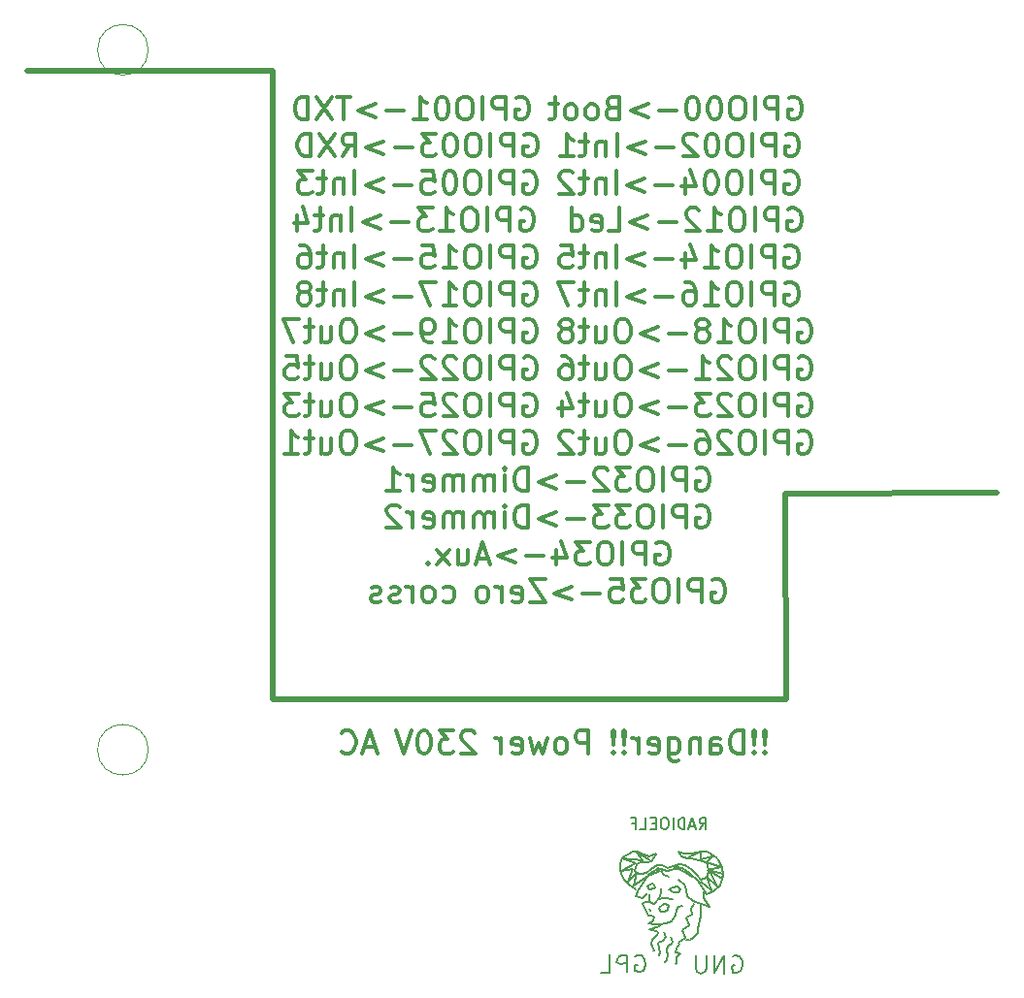
<source format=gbr>
%TF.GenerationSoftware,KiCad,Pcbnew,6.99.0-unknown-f8b157a1fb~149~ubuntu22.04.1*%
%TF.CreationDate,2022-08-25T07:22:00+02:00*%
%TF.ProjectId,in_out,696e5f6f-7574-42e6-9b69-6361645f7063,rev?*%
%TF.SameCoordinates,Original*%
%TF.FileFunction,Legend,Bot*%
%TF.FilePolarity,Positive*%
%FSLAX46Y46*%
G04 Gerber Fmt 4.6, Leading zero omitted, Abs format (unit mm)*
G04 Created by KiCad (PCBNEW 6.99.0-unknown-f8b157a1fb~149~ubuntu22.04.1) date 2022-08-25 07:22:00*
%MOMM*%
%LPD*%
G01*
G04 APERTURE LIST*
%ADD10C,0.500000*%
%ADD11C,0.300000*%
%ADD12C,0.150000*%
%ADD13C,0.120000*%
G04 APERTURE END LIST*
D10*
X92075000Y-45550000D02*
X70650000Y-45550000D01*
X155225000Y-82400000D02*
X136775000Y-82475000D01*
X136775000Y-82550000D02*
X136850000Y-100325000D01*
X92075000Y-100300000D02*
X92075000Y-45550000D01*
X136875000Y-100375000D02*
X92100000Y-100425000D01*
D11*
X137080951Y-47880000D02*
X137271427Y-47784761D01*
X137271427Y-47784761D02*
X137557141Y-47784761D01*
X137557141Y-47784761D02*
X137842856Y-47880000D01*
X137842856Y-47880000D02*
X138033332Y-48070476D01*
X138033332Y-48070476D02*
X138128570Y-48260952D01*
X138128570Y-48260952D02*
X138223808Y-48641904D01*
X138223808Y-48641904D02*
X138223808Y-48927619D01*
X138223808Y-48927619D02*
X138128570Y-49308571D01*
X138128570Y-49308571D02*
X138033332Y-49499047D01*
X138033332Y-49499047D02*
X137842856Y-49689523D01*
X137842856Y-49689523D02*
X137557141Y-49784761D01*
X137557141Y-49784761D02*
X137366665Y-49784761D01*
X137366665Y-49784761D02*
X137080951Y-49689523D01*
X137080951Y-49689523D02*
X136985713Y-49594285D01*
X136985713Y-49594285D02*
X136985713Y-48927619D01*
X136985713Y-48927619D02*
X137366665Y-48927619D01*
X136128570Y-49784761D02*
X136128570Y-47784761D01*
X136128570Y-47784761D02*
X135366665Y-47784761D01*
X135366665Y-47784761D02*
X135176189Y-47880000D01*
X135176189Y-47880000D02*
X135080951Y-47975238D01*
X135080951Y-47975238D02*
X134985713Y-48165714D01*
X134985713Y-48165714D02*
X134985713Y-48451428D01*
X134985713Y-48451428D02*
X135080951Y-48641904D01*
X135080951Y-48641904D02*
X135176189Y-48737142D01*
X135176189Y-48737142D02*
X135366665Y-48832380D01*
X135366665Y-48832380D02*
X136128570Y-48832380D01*
X134128570Y-49784761D02*
X134128570Y-47784761D01*
X132795237Y-47784761D02*
X132414284Y-47784761D01*
X132414284Y-47784761D02*
X132223808Y-47880000D01*
X132223808Y-47880000D02*
X132033332Y-48070476D01*
X132033332Y-48070476D02*
X131938094Y-48451428D01*
X131938094Y-48451428D02*
X131938094Y-49118095D01*
X131938094Y-49118095D02*
X132033332Y-49499047D01*
X132033332Y-49499047D02*
X132223808Y-49689523D01*
X132223808Y-49689523D02*
X132414284Y-49784761D01*
X132414284Y-49784761D02*
X132795237Y-49784761D01*
X132795237Y-49784761D02*
X132985713Y-49689523D01*
X132985713Y-49689523D02*
X133176189Y-49499047D01*
X133176189Y-49499047D02*
X133271427Y-49118095D01*
X133271427Y-49118095D02*
X133271427Y-48451428D01*
X133271427Y-48451428D02*
X133176189Y-48070476D01*
X133176189Y-48070476D02*
X132985713Y-47880000D01*
X132985713Y-47880000D02*
X132795237Y-47784761D01*
X130699999Y-47784761D02*
X130509522Y-47784761D01*
X130509522Y-47784761D02*
X130319046Y-47880000D01*
X130319046Y-47880000D02*
X130223808Y-47975238D01*
X130223808Y-47975238D02*
X130128570Y-48165714D01*
X130128570Y-48165714D02*
X130033332Y-48546666D01*
X130033332Y-48546666D02*
X130033332Y-49022857D01*
X130033332Y-49022857D02*
X130128570Y-49403809D01*
X130128570Y-49403809D02*
X130223808Y-49594285D01*
X130223808Y-49594285D02*
X130319046Y-49689523D01*
X130319046Y-49689523D02*
X130509522Y-49784761D01*
X130509522Y-49784761D02*
X130699999Y-49784761D01*
X130699999Y-49784761D02*
X130890475Y-49689523D01*
X130890475Y-49689523D02*
X130985713Y-49594285D01*
X130985713Y-49594285D02*
X131080951Y-49403809D01*
X131080951Y-49403809D02*
X131176189Y-49022857D01*
X131176189Y-49022857D02*
X131176189Y-48546666D01*
X131176189Y-48546666D02*
X131080951Y-48165714D01*
X131080951Y-48165714D02*
X130985713Y-47975238D01*
X130985713Y-47975238D02*
X130890475Y-47880000D01*
X130890475Y-47880000D02*
X130699999Y-47784761D01*
X128795237Y-47784761D02*
X128604760Y-47784761D01*
X128604760Y-47784761D02*
X128414284Y-47880000D01*
X128414284Y-47880000D02*
X128319046Y-47975238D01*
X128319046Y-47975238D02*
X128223808Y-48165714D01*
X128223808Y-48165714D02*
X128128570Y-48546666D01*
X128128570Y-48546666D02*
X128128570Y-49022857D01*
X128128570Y-49022857D02*
X128223808Y-49403809D01*
X128223808Y-49403809D02*
X128319046Y-49594285D01*
X128319046Y-49594285D02*
X128414284Y-49689523D01*
X128414284Y-49689523D02*
X128604760Y-49784761D01*
X128604760Y-49784761D02*
X128795237Y-49784761D01*
X128795237Y-49784761D02*
X128985713Y-49689523D01*
X128985713Y-49689523D02*
X129080951Y-49594285D01*
X129080951Y-49594285D02*
X129176189Y-49403809D01*
X129176189Y-49403809D02*
X129271427Y-49022857D01*
X129271427Y-49022857D02*
X129271427Y-48546666D01*
X129271427Y-48546666D02*
X129176189Y-48165714D01*
X129176189Y-48165714D02*
X129080951Y-47975238D01*
X129080951Y-47975238D02*
X128985713Y-47880000D01*
X128985713Y-47880000D02*
X128795237Y-47784761D01*
X127271427Y-49022857D02*
X125747618Y-49022857D01*
X124795237Y-48451428D02*
X123271428Y-49022857D01*
X123271428Y-49022857D02*
X124795237Y-49594285D01*
X121652380Y-48737142D02*
X121366666Y-48832380D01*
X121366666Y-48832380D02*
X121271428Y-48927619D01*
X121271428Y-48927619D02*
X121176190Y-49118095D01*
X121176190Y-49118095D02*
X121176190Y-49403809D01*
X121176190Y-49403809D02*
X121271428Y-49594285D01*
X121271428Y-49594285D02*
X121366666Y-49689523D01*
X121366666Y-49689523D02*
X121557142Y-49784761D01*
X121557142Y-49784761D02*
X122319047Y-49784761D01*
X122319047Y-49784761D02*
X122319047Y-47784761D01*
X122319047Y-47784761D02*
X121652380Y-47784761D01*
X121652380Y-47784761D02*
X121461904Y-47880000D01*
X121461904Y-47880000D02*
X121366666Y-47975238D01*
X121366666Y-47975238D02*
X121271428Y-48165714D01*
X121271428Y-48165714D02*
X121271428Y-48356190D01*
X121271428Y-48356190D02*
X121366666Y-48546666D01*
X121366666Y-48546666D02*
X121461904Y-48641904D01*
X121461904Y-48641904D02*
X121652380Y-48737142D01*
X121652380Y-48737142D02*
X122319047Y-48737142D01*
X120033333Y-49784761D02*
X120223809Y-49689523D01*
X120223809Y-49689523D02*
X120319047Y-49594285D01*
X120319047Y-49594285D02*
X120414285Y-49403809D01*
X120414285Y-49403809D02*
X120414285Y-48832380D01*
X120414285Y-48832380D02*
X120319047Y-48641904D01*
X120319047Y-48641904D02*
X120223809Y-48546666D01*
X120223809Y-48546666D02*
X120033333Y-48451428D01*
X120033333Y-48451428D02*
X119747618Y-48451428D01*
X119747618Y-48451428D02*
X119557142Y-48546666D01*
X119557142Y-48546666D02*
X119461904Y-48641904D01*
X119461904Y-48641904D02*
X119366666Y-48832380D01*
X119366666Y-48832380D02*
X119366666Y-49403809D01*
X119366666Y-49403809D02*
X119461904Y-49594285D01*
X119461904Y-49594285D02*
X119557142Y-49689523D01*
X119557142Y-49689523D02*
X119747618Y-49784761D01*
X119747618Y-49784761D02*
X120033333Y-49784761D01*
X118223809Y-49784761D02*
X118414285Y-49689523D01*
X118414285Y-49689523D02*
X118509523Y-49594285D01*
X118509523Y-49594285D02*
X118604761Y-49403809D01*
X118604761Y-49403809D02*
X118604761Y-48832380D01*
X118604761Y-48832380D02*
X118509523Y-48641904D01*
X118509523Y-48641904D02*
X118414285Y-48546666D01*
X118414285Y-48546666D02*
X118223809Y-48451428D01*
X118223809Y-48451428D02*
X117938094Y-48451428D01*
X117938094Y-48451428D02*
X117747618Y-48546666D01*
X117747618Y-48546666D02*
X117652380Y-48641904D01*
X117652380Y-48641904D02*
X117557142Y-48832380D01*
X117557142Y-48832380D02*
X117557142Y-49403809D01*
X117557142Y-49403809D02*
X117652380Y-49594285D01*
X117652380Y-49594285D02*
X117747618Y-49689523D01*
X117747618Y-49689523D02*
X117938094Y-49784761D01*
X117938094Y-49784761D02*
X118223809Y-49784761D01*
X116985713Y-48451428D02*
X116223809Y-48451428D01*
X116699999Y-47784761D02*
X116699999Y-49499047D01*
X116699999Y-49499047D02*
X116604761Y-49689523D01*
X116604761Y-49689523D02*
X116414285Y-49784761D01*
X116414285Y-49784761D02*
X116223809Y-49784761D01*
X113309523Y-47880000D02*
X113499999Y-47784761D01*
X113499999Y-47784761D02*
X113785713Y-47784761D01*
X113785713Y-47784761D02*
X114071428Y-47880000D01*
X114071428Y-47880000D02*
X114261904Y-48070476D01*
X114261904Y-48070476D02*
X114357142Y-48260952D01*
X114357142Y-48260952D02*
X114452380Y-48641904D01*
X114452380Y-48641904D02*
X114452380Y-48927619D01*
X114452380Y-48927619D02*
X114357142Y-49308571D01*
X114357142Y-49308571D02*
X114261904Y-49499047D01*
X114261904Y-49499047D02*
X114071428Y-49689523D01*
X114071428Y-49689523D02*
X113785713Y-49784761D01*
X113785713Y-49784761D02*
X113595237Y-49784761D01*
X113595237Y-49784761D02*
X113309523Y-49689523D01*
X113309523Y-49689523D02*
X113214285Y-49594285D01*
X113214285Y-49594285D02*
X113214285Y-48927619D01*
X113214285Y-48927619D02*
X113595237Y-48927619D01*
X112357142Y-49784761D02*
X112357142Y-47784761D01*
X112357142Y-47784761D02*
X111595237Y-47784761D01*
X111595237Y-47784761D02*
X111404761Y-47880000D01*
X111404761Y-47880000D02*
X111309523Y-47975238D01*
X111309523Y-47975238D02*
X111214285Y-48165714D01*
X111214285Y-48165714D02*
X111214285Y-48451428D01*
X111214285Y-48451428D02*
X111309523Y-48641904D01*
X111309523Y-48641904D02*
X111404761Y-48737142D01*
X111404761Y-48737142D02*
X111595237Y-48832380D01*
X111595237Y-48832380D02*
X112357142Y-48832380D01*
X110357142Y-49784761D02*
X110357142Y-47784761D01*
X109023809Y-47784761D02*
X108642856Y-47784761D01*
X108642856Y-47784761D02*
X108452380Y-47880000D01*
X108452380Y-47880000D02*
X108261904Y-48070476D01*
X108261904Y-48070476D02*
X108166666Y-48451428D01*
X108166666Y-48451428D02*
X108166666Y-49118095D01*
X108166666Y-49118095D02*
X108261904Y-49499047D01*
X108261904Y-49499047D02*
X108452380Y-49689523D01*
X108452380Y-49689523D02*
X108642856Y-49784761D01*
X108642856Y-49784761D02*
X109023809Y-49784761D01*
X109023809Y-49784761D02*
X109214285Y-49689523D01*
X109214285Y-49689523D02*
X109404761Y-49499047D01*
X109404761Y-49499047D02*
X109499999Y-49118095D01*
X109499999Y-49118095D02*
X109499999Y-48451428D01*
X109499999Y-48451428D02*
X109404761Y-48070476D01*
X109404761Y-48070476D02*
X109214285Y-47880000D01*
X109214285Y-47880000D02*
X109023809Y-47784761D01*
X106928571Y-47784761D02*
X106738094Y-47784761D01*
X106738094Y-47784761D02*
X106547618Y-47880000D01*
X106547618Y-47880000D02*
X106452380Y-47975238D01*
X106452380Y-47975238D02*
X106357142Y-48165714D01*
X106357142Y-48165714D02*
X106261904Y-48546666D01*
X106261904Y-48546666D02*
X106261904Y-49022857D01*
X106261904Y-49022857D02*
X106357142Y-49403809D01*
X106357142Y-49403809D02*
X106452380Y-49594285D01*
X106452380Y-49594285D02*
X106547618Y-49689523D01*
X106547618Y-49689523D02*
X106738094Y-49784761D01*
X106738094Y-49784761D02*
X106928571Y-49784761D01*
X106928571Y-49784761D02*
X107119047Y-49689523D01*
X107119047Y-49689523D02*
X107214285Y-49594285D01*
X107214285Y-49594285D02*
X107309523Y-49403809D01*
X107309523Y-49403809D02*
X107404761Y-49022857D01*
X107404761Y-49022857D02*
X107404761Y-48546666D01*
X107404761Y-48546666D02*
X107309523Y-48165714D01*
X107309523Y-48165714D02*
X107214285Y-47975238D01*
X107214285Y-47975238D02*
X107119047Y-47880000D01*
X107119047Y-47880000D02*
X106928571Y-47784761D01*
X104357142Y-49784761D02*
X105499999Y-49784761D01*
X104928571Y-49784761D02*
X104928571Y-47784761D01*
X104928571Y-47784761D02*
X105119047Y-48070476D01*
X105119047Y-48070476D02*
X105309523Y-48260952D01*
X105309523Y-48260952D02*
X105499999Y-48356190D01*
X103499999Y-49022857D02*
X101976190Y-49022857D01*
X101023809Y-48451428D02*
X99500000Y-49022857D01*
X99500000Y-49022857D02*
X101023809Y-49594285D01*
X98833333Y-47784761D02*
X97690476Y-47784761D01*
X98261905Y-49784761D02*
X98261905Y-47784761D01*
X97214285Y-47784761D02*
X95880952Y-49784761D01*
X95880952Y-47784761D02*
X97214285Y-49784761D01*
X95119047Y-49784761D02*
X95119047Y-47784761D01*
X95119047Y-47784761D02*
X94642857Y-47784761D01*
X94642857Y-47784761D02*
X94357142Y-47880000D01*
X94357142Y-47880000D02*
X94166666Y-48070476D01*
X94166666Y-48070476D02*
X94071428Y-48260952D01*
X94071428Y-48260952D02*
X93976190Y-48641904D01*
X93976190Y-48641904D02*
X93976190Y-48927619D01*
X93976190Y-48927619D02*
X94071428Y-49308571D01*
X94071428Y-49308571D02*
X94166666Y-49499047D01*
X94166666Y-49499047D02*
X94357142Y-49689523D01*
X94357142Y-49689523D02*
X94642857Y-49784761D01*
X94642857Y-49784761D02*
X95119047Y-49784761D01*
X136842856Y-51120000D02*
X137033332Y-51024761D01*
X137033332Y-51024761D02*
X137319046Y-51024761D01*
X137319046Y-51024761D02*
X137604761Y-51120000D01*
X137604761Y-51120000D02*
X137795237Y-51310476D01*
X137795237Y-51310476D02*
X137890475Y-51500952D01*
X137890475Y-51500952D02*
X137985713Y-51881904D01*
X137985713Y-51881904D02*
X137985713Y-52167619D01*
X137985713Y-52167619D02*
X137890475Y-52548571D01*
X137890475Y-52548571D02*
X137795237Y-52739047D01*
X137795237Y-52739047D02*
X137604761Y-52929523D01*
X137604761Y-52929523D02*
X137319046Y-53024761D01*
X137319046Y-53024761D02*
X137128570Y-53024761D01*
X137128570Y-53024761D02*
X136842856Y-52929523D01*
X136842856Y-52929523D02*
X136747618Y-52834285D01*
X136747618Y-52834285D02*
X136747618Y-52167619D01*
X136747618Y-52167619D02*
X137128570Y-52167619D01*
X135890475Y-53024761D02*
X135890475Y-51024761D01*
X135890475Y-51024761D02*
X135128570Y-51024761D01*
X135128570Y-51024761D02*
X134938094Y-51120000D01*
X134938094Y-51120000D02*
X134842856Y-51215238D01*
X134842856Y-51215238D02*
X134747618Y-51405714D01*
X134747618Y-51405714D02*
X134747618Y-51691428D01*
X134747618Y-51691428D02*
X134842856Y-51881904D01*
X134842856Y-51881904D02*
X134938094Y-51977142D01*
X134938094Y-51977142D02*
X135128570Y-52072380D01*
X135128570Y-52072380D02*
X135890475Y-52072380D01*
X133890475Y-53024761D02*
X133890475Y-51024761D01*
X132557142Y-51024761D02*
X132176189Y-51024761D01*
X132176189Y-51024761D02*
X131985713Y-51120000D01*
X131985713Y-51120000D02*
X131795237Y-51310476D01*
X131795237Y-51310476D02*
X131699999Y-51691428D01*
X131699999Y-51691428D02*
X131699999Y-52358095D01*
X131699999Y-52358095D02*
X131795237Y-52739047D01*
X131795237Y-52739047D02*
X131985713Y-52929523D01*
X131985713Y-52929523D02*
X132176189Y-53024761D01*
X132176189Y-53024761D02*
X132557142Y-53024761D01*
X132557142Y-53024761D02*
X132747618Y-52929523D01*
X132747618Y-52929523D02*
X132938094Y-52739047D01*
X132938094Y-52739047D02*
X133033332Y-52358095D01*
X133033332Y-52358095D02*
X133033332Y-51691428D01*
X133033332Y-51691428D02*
X132938094Y-51310476D01*
X132938094Y-51310476D02*
X132747618Y-51120000D01*
X132747618Y-51120000D02*
X132557142Y-51024761D01*
X130461904Y-51024761D02*
X130271427Y-51024761D01*
X130271427Y-51024761D02*
X130080951Y-51120000D01*
X130080951Y-51120000D02*
X129985713Y-51215238D01*
X129985713Y-51215238D02*
X129890475Y-51405714D01*
X129890475Y-51405714D02*
X129795237Y-51786666D01*
X129795237Y-51786666D02*
X129795237Y-52262857D01*
X129795237Y-52262857D02*
X129890475Y-52643809D01*
X129890475Y-52643809D02*
X129985713Y-52834285D01*
X129985713Y-52834285D02*
X130080951Y-52929523D01*
X130080951Y-52929523D02*
X130271427Y-53024761D01*
X130271427Y-53024761D02*
X130461904Y-53024761D01*
X130461904Y-53024761D02*
X130652380Y-52929523D01*
X130652380Y-52929523D02*
X130747618Y-52834285D01*
X130747618Y-52834285D02*
X130842856Y-52643809D01*
X130842856Y-52643809D02*
X130938094Y-52262857D01*
X130938094Y-52262857D02*
X130938094Y-51786666D01*
X130938094Y-51786666D02*
X130842856Y-51405714D01*
X130842856Y-51405714D02*
X130747618Y-51215238D01*
X130747618Y-51215238D02*
X130652380Y-51120000D01*
X130652380Y-51120000D02*
X130461904Y-51024761D01*
X129033332Y-51215238D02*
X128938094Y-51120000D01*
X128938094Y-51120000D02*
X128747618Y-51024761D01*
X128747618Y-51024761D02*
X128271427Y-51024761D01*
X128271427Y-51024761D02*
X128080951Y-51120000D01*
X128080951Y-51120000D02*
X127985713Y-51215238D01*
X127985713Y-51215238D02*
X127890475Y-51405714D01*
X127890475Y-51405714D02*
X127890475Y-51596190D01*
X127890475Y-51596190D02*
X127985713Y-51881904D01*
X127985713Y-51881904D02*
X129128570Y-53024761D01*
X129128570Y-53024761D02*
X127890475Y-53024761D01*
X127033332Y-52262857D02*
X125509523Y-52262857D01*
X124557142Y-51691428D02*
X123033333Y-52262857D01*
X123033333Y-52262857D02*
X124557142Y-52834285D01*
X122080952Y-53024761D02*
X122080952Y-51024761D01*
X121128571Y-51691428D02*
X121128571Y-53024761D01*
X121128571Y-51881904D02*
X121033333Y-51786666D01*
X121033333Y-51786666D02*
X120842857Y-51691428D01*
X120842857Y-51691428D02*
X120557142Y-51691428D01*
X120557142Y-51691428D02*
X120366666Y-51786666D01*
X120366666Y-51786666D02*
X120271428Y-51977142D01*
X120271428Y-51977142D02*
X120271428Y-53024761D01*
X119604761Y-51691428D02*
X118842857Y-51691428D01*
X119319047Y-51024761D02*
X119319047Y-52739047D01*
X119319047Y-52739047D02*
X119223809Y-52929523D01*
X119223809Y-52929523D02*
X119033333Y-53024761D01*
X119033333Y-53024761D02*
X118842857Y-53024761D01*
X117128571Y-53024761D02*
X118271428Y-53024761D01*
X117700000Y-53024761D02*
X117700000Y-51024761D01*
X117700000Y-51024761D02*
X117890476Y-51310476D01*
X117890476Y-51310476D02*
X118080952Y-51500952D01*
X118080952Y-51500952D02*
X118271428Y-51596190D01*
X114023809Y-51120000D02*
X114214285Y-51024761D01*
X114214285Y-51024761D02*
X114499999Y-51024761D01*
X114499999Y-51024761D02*
X114785714Y-51120000D01*
X114785714Y-51120000D02*
X114976190Y-51310476D01*
X114976190Y-51310476D02*
X115071428Y-51500952D01*
X115071428Y-51500952D02*
X115166666Y-51881904D01*
X115166666Y-51881904D02*
X115166666Y-52167619D01*
X115166666Y-52167619D02*
X115071428Y-52548571D01*
X115071428Y-52548571D02*
X114976190Y-52739047D01*
X114976190Y-52739047D02*
X114785714Y-52929523D01*
X114785714Y-52929523D02*
X114499999Y-53024761D01*
X114499999Y-53024761D02*
X114309523Y-53024761D01*
X114309523Y-53024761D02*
X114023809Y-52929523D01*
X114023809Y-52929523D02*
X113928571Y-52834285D01*
X113928571Y-52834285D02*
X113928571Y-52167619D01*
X113928571Y-52167619D02*
X114309523Y-52167619D01*
X113071428Y-53024761D02*
X113071428Y-51024761D01*
X113071428Y-51024761D02*
X112309523Y-51024761D01*
X112309523Y-51024761D02*
X112119047Y-51120000D01*
X112119047Y-51120000D02*
X112023809Y-51215238D01*
X112023809Y-51215238D02*
X111928571Y-51405714D01*
X111928571Y-51405714D02*
X111928571Y-51691428D01*
X111928571Y-51691428D02*
X112023809Y-51881904D01*
X112023809Y-51881904D02*
X112119047Y-51977142D01*
X112119047Y-51977142D02*
X112309523Y-52072380D01*
X112309523Y-52072380D02*
X113071428Y-52072380D01*
X111071428Y-53024761D02*
X111071428Y-51024761D01*
X109738095Y-51024761D02*
X109357142Y-51024761D01*
X109357142Y-51024761D02*
X109166666Y-51120000D01*
X109166666Y-51120000D02*
X108976190Y-51310476D01*
X108976190Y-51310476D02*
X108880952Y-51691428D01*
X108880952Y-51691428D02*
X108880952Y-52358095D01*
X108880952Y-52358095D02*
X108976190Y-52739047D01*
X108976190Y-52739047D02*
X109166666Y-52929523D01*
X109166666Y-52929523D02*
X109357142Y-53024761D01*
X109357142Y-53024761D02*
X109738095Y-53024761D01*
X109738095Y-53024761D02*
X109928571Y-52929523D01*
X109928571Y-52929523D02*
X110119047Y-52739047D01*
X110119047Y-52739047D02*
X110214285Y-52358095D01*
X110214285Y-52358095D02*
X110214285Y-51691428D01*
X110214285Y-51691428D02*
X110119047Y-51310476D01*
X110119047Y-51310476D02*
X109928571Y-51120000D01*
X109928571Y-51120000D02*
X109738095Y-51024761D01*
X107642857Y-51024761D02*
X107452380Y-51024761D01*
X107452380Y-51024761D02*
X107261904Y-51120000D01*
X107261904Y-51120000D02*
X107166666Y-51215238D01*
X107166666Y-51215238D02*
X107071428Y-51405714D01*
X107071428Y-51405714D02*
X106976190Y-51786666D01*
X106976190Y-51786666D02*
X106976190Y-52262857D01*
X106976190Y-52262857D02*
X107071428Y-52643809D01*
X107071428Y-52643809D02*
X107166666Y-52834285D01*
X107166666Y-52834285D02*
X107261904Y-52929523D01*
X107261904Y-52929523D02*
X107452380Y-53024761D01*
X107452380Y-53024761D02*
X107642857Y-53024761D01*
X107642857Y-53024761D02*
X107833333Y-52929523D01*
X107833333Y-52929523D02*
X107928571Y-52834285D01*
X107928571Y-52834285D02*
X108023809Y-52643809D01*
X108023809Y-52643809D02*
X108119047Y-52262857D01*
X108119047Y-52262857D02*
X108119047Y-51786666D01*
X108119047Y-51786666D02*
X108023809Y-51405714D01*
X108023809Y-51405714D02*
X107928571Y-51215238D01*
X107928571Y-51215238D02*
X107833333Y-51120000D01*
X107833333Y-51120000D02*
X107642857Y-51024761D01*
X106309523Y-51024761D02*
X105071428Y-51024761D01*
X105071428Y-51024761D02*
X105738095Y-51786666D01*
X105738095Y-51786666D02*
X105452380Y-51786666D01*
X105452380Y-51786666D02*
X105261904Y-51881904D01*
X105261904Y-51881904D02*
X105166666Y-51977142D01*
X105166666Y-51977142D02*
X105071428Y-52167619D01*
X105071428Y-52167619D02*
X105071428Y-52643809D01*
X105071428Y-52643809D02*
X105166666Y-52834285D01*
X105166666Y-52834285D02*
X105261904Y-52929523D01*
X105261904Y-52929523D02*
X105452380Y-53024761D01*
X105452380Y-53024761D02*
X106023809Y-53024761D01*
X106023809Y-53024761D02*
X106214285Y-52929523D01*
X106214285Y-52929523D02*
X106309523Y-52834285D01*
X104214285Y-52262857D02*
X102690476Y-52262857D01*
X101738095Y-51691428D02*
X100214286Y-52262857D01*
X100214286Y-52262857D02*
X101738095Y-52834285D01*
X98119048Y-53024761D02*
X98785715Y-52072380D01*
X99261905Y-53024761D02*
X99261905Y-51024761D01*
X99261905Y-51024761D02*
X98500000Y-51024761D01*
X98500000Y-51024761D02*
X98309524Y-51120000D01*
X98309524Y-51120000D02*
X98214286Y-51215238D01*
X98214286Y-51215238D02*
X98119048Y-51405714D01*
X98119048Y-51405714D02*
X98119048Y-51691428D01*
X98119048Y-51691428D02*
X98214286Y-51881904D01*
X98214286Y-51881904D02*
X98309524Y-51977142D01*
X98309524Y-51977142D02*
X98500000Y-52072380D01*
X98500000Y-52072380D02*
X99261905Y-52072380D01*
X97452381Y-51024761D02*
X96119048Y-53024761D01*
X96119048Y-51024761D02*
X97452381Y-53024761D01*
X95357143Y-53024761D02*
X95357143Y-51024761D01*
X95357143Y-51024761D02*
X94880953Y-51024761D01*
X94880953Y-51024761D02*
X94595238Y-51120000D01*
X94595238Y-51120000D02*
X94404762Y-51310476D01*
X94404762Y-51310476D02*
X94309524Y-51500952D01*
X94309524Y-51500952D02*
X94214286Y-51881904D01*
X94214286Y-51881904D02*
X94214286Y-52167619D01*
X94214286Y-52167619D02*
X94309524Y-52548571D01*
X94309524Y-52548571D02*
X94404762Y-52739047D01*
X94404762Y-52739047D02*
X94595238Y-52929523D01*
X94595238Y-52929523D02*
X94880953Y-53024761D01*
X94880953Y-53024761D02*
X95357143Y-53024761D01*
X136795237Y-54360000D02*
X136985713Y-54264761D01*
X136985713Y-54264761D02*
X137271427Y-54264761D01*
X137271427Y-54264761D02*
X137557142Y-54360000D01*
X137557142Y-54360000D02*
X137747618Y-54550476D01*
X137747618Y-54550476D02*
X137842856Y-54740952D01*
X137842856Y-54740952D02*
X137938094Y-55121904D01*
X137938094Y-55121904D02*
X137938094Y-55407619D01*
X137938094Y-55407619D02*
X137842856Y-55788571D01*
X137842856Y-55788571D02*
X137747618Y-55979047D01*
X137747618Y-55979047D02*
X137557142Y-56169523D01*
X137557142Y-56169523D02*
X137271427Y-56264761D01*
X137271427Y-56264761D02*
X137080951Y-56264761D01*
X137080951Y-56264761D02*
X136795237Y-56169523D01*
X136795237Y-56169523D02*
X136699999Y-56074285D01*
X136699999Y-56074285D02*
X136699999Y-55407619D01*
X136699999Y-55407619D02*
X137080951Y-55407619D01*
X135842856Y-56264761D02*
X135842856Y-54264761D01*
X135842856Y-54264761D02*
X135080951Y-54264761D01*
X135080951Y-54264761D02*
X134890475Y-54360000D01*
X134890475Y-54360000D02*
X134795237Y-54455238D01*
X134795237Y-54455238D02*
X134699999Y-54645714D01*
X134699999Y-54645714D02*
X134699999Y-54931428D01*
X134699999Y-54931428D02*
X134795237Y-55121904D01*
X134795237Y-55121904D02*
X134890475Y-55217142D01*
X134890475Y-55217142D02*
X135080951Y-55312380D01*
X135080951Y-55312380D02*
X135842856Y-55312380D01*
X133842856Y-56264761D02*
X133842856Y-54264761D01*
X132509523Y-54264761D02*
X132128570Y-54264761D01*
X132128570Y-54264761D02*
X131938094Y-54360000D01*
X131938094Y-54360000D02*
X131747618Y-54550476D01*
X131747618Y-54550476D02*
X131652380Y-54931428D01*
X131652380Y-54931428D02*
X131652380Y-55598095D01*
X131652380Y-55598095D02*
X131747618Y-55979047D01*
X131747618Y-55979047D02*
X131938094Y-56169523D01*
X131938094Y-56169523D02*
X132128570Y-56264761D01*
X132128570Y-56264761D02*
X132509523Y-56264761D01*
X132509523Y-56264761D02*
X132699999Y-56169523D01*
X132699999Y-56169523D02*
X132890475Y-55979047D01*
X132890475Y-55979047D02*
X132985713Y-55598095D01*
X132985713Y-55598095D02*
X132985713Y-54931428D01*
X132985713Y-54931428D02*
X132890475Y-54550476D01*
X132890475Y-54550476D02*
X132699999Y-54360000D01*
X132699999Y-54360000D02*
X132509523Y-54264761D01*
X130414285Y-54264761D02*
X130223808Y-54264761D01*
X130223808Y-54264761D02*
X130033332Y-54360000D01*
X130033332Y-54360000D02*
X129938094Y-54455238D01*
X129938094Y-54455238D02*
X129842856Y-54645714D01*
X129842856Y-54645714D02*
X129747618Y-55026666D01*
X129747618Y-55026666D02*
X129747618Y-55502857D01*
X129747618Y-55502857D02*
X129842856Y-55883809D01*
X129842856Y-55883809D02*
X129938094Y-56074285D01*
X129938094Y-56074285D02*
X130033332Y-56169523D01*
X130033332Y-56169523D02*
X130223808Y-56264761D01*
X130223808Y-56264761D02*
X130414285Y-56264761D01*
X130414285Y-56264761D02*
X130604761Y-56169523D01*
X130604761Y-56169523D02*
X130699999Y-56074285D01*
X130699999Y-56074285D02*
X130795237Y-55883809D01*
X130795237Y-55883809D02*
X130890475Y-55502857D01*
X130890475Y-55502857D02*
X130890475Y-55026666D01*
X130890475Y-55026666D02*
X130795237Y-54645714D01*
X130795237Y-54645714D02*
X130699999Y-54455238D01*
X130699999Y-54455238D02*
X130604761Y-54360000D01*
X130604761Y-54360000D02*
X130414285Y-54264761D01*
X128033332Y-54931428D02*
X128033332Y-56264761D01*
X128509523Y-54169523D02*
X128985713Y-55598095D01*
X128985713Y-55598095D02*
X127747618Y-55598095D01*
X126985713Y-55502857D02*
X125461904Y-55502857D01*
X124509523Y-54931428D02*
X122985714Y-55502857D01*
X122985714Y-55502857D02*
X124509523Y-56074285D01*
X122033333Y-56264761D02*
X122033333Y-54264761D01*
X121080952Y-54931428D02*
X121080952Y-56264761D01*
X121080952Y-55121904D02*
X120985714Y-55026666D01*
X120985714Y-55026666D02*
X120795238Y-54931428D01*
X120795238Y-54931428D02*
X120509523Y-54931428D01*
X120509523Y-54931428D02*
X120319047Y-55026666D01*
X120319047Y-55026666D02*
X120223809Y-55217142D01*
X120223809Y-55217142D02*
X120223809Y-56264761D01*
X119557142Y-54931428D02*
X118795238Y-54931428D01*
X119271428Y-54264761D02*
X119271428Y-55979047D01*
X119271428Y-55979047D02*
X119176190Y-56169523D01*
X119176190Y-56169523D02*
X118985714Y-56264761D01*
X118985714Y-56264761D02*
X118795238Y-56264761D01*
X118223809Y-54455238D02*
X118128571Y-54360000D01*
X118128571Y-54360000D02*
X117938095Y-54264761D01*
X117938095Y-54264761D02*
X117461904Y-54264761D01*
X117461904Y-54264761D02*
X117271428Y-54360000D01*
X117271428Y-54360000D02*
X117176190Y-54455238D01*
X117176190Y-54455238D02*
X117080952Y-54645714D01*
X117080952Y-54645714D02*
X117080952Y-54836190D01*
X117080952Y-54836190D02*
X117176190Y-55121904D01*
X117176190Y-55121904D02*
X118319047Y-56264761D01*
X118319047Y-56264761D02*
X117080952Y-56264761D01*
X113976190Y-54360000D02*
X114166666Y-54264761D01*
X114166666Y-54264761D02*
X114452380Y-54264761D01*
X114452380Y-54264761D02*
X114738095Y-54360000D01*
X114738095Y-54360000D02*
X114928571Y-54550476D01*
X114928571Y-54550476D02*
X115023809Y-54740952D01*
X115023809Y-54740952D02*
X115119047Y-55121904D01*
X115119047Y-55121904D02*
X115119047Y-55407619D01*
X115119047Y-55407619D02*
X115023809Y-55788571D01*
X115023809Y-55788571D02*
X114928571Y-55979047D01*
X114928571Y-55979047D02*
X114738095Y-56169523D01*
X114738095Y-56169523D02*
X114452380Y-56264761D01*
X114452380Y-56264761D02*
X114261904Y-56264761D01*
X114261904Y-56264761D02*
X113976190Y-56169523D01*
X113976190Y-56169523D02*
X113880952Y-56074285D01*
X113880952Y-56074285D02*
X113880952Y-55407619D01*
X113880952Y-55407619D02*
X114261904Y-55407619D01*
X113023809Y-56264761D02*
X113023809Y-54264761D01*
X113023809Y-54264761D02*
X112261904Y-54264761D01*
X112261904Y-54264761D02*
X112071428Y-54360000D01*
X112071428Y-54360000D02*
X111976190Y-54455238D01*
X111976190Y-54455238D02*
X111880952Y-54645714D01*
X111880952Y-54645714D02*
X111880952Y-54931428D01*
X111880952Y-54931428D02*
X111976190Y-55121904D01*
X111976190Y-55121904D02*
X112071428Y-55217142D01*
X112071428Y-55217142D02*
X112261904Y-55312380D01*
X112261904Y-55312380D02*
X113023809Y-55312380D01*
X111023809Y-56264761D02*
X111023809Y-54264761D01*
X109690476Y-54264761D02*
X109309523Y-54264761D01*
X109309523Y-54264761D02*
X109119047Y-54360000D01*
X109119047Y-54360000D02*
X108928571Y-54550476D01*
X108928571Y-54550476D02*
X108833333Y-54931428D01*
X108833333Y-54931428D02*
X108833333Y-55598095D01*
X108833333Y-55598095D02*
X108928571Y-55979047D01*
X108928571Y-55979047D02*
X109119047Y-56169523D01*
X109119047Y-56169523D02*
X109309523Y-56264761D01*
X109309523Y-56264761D02*
X109690476Y-56264761D01*
X109690476Y-56264761D02*
X109880952Y-56169523D01*
X109880952Y-56169523D02*
X110071428Y-55979047D01*
X110071428Y-55979047D02*
X110166666Y-55598095D01*
X110166666Y-55598095D02*
X110166666Y-54931428D01*
X110166666Y-54931428D02*
X110071428Y-54550476D01*
X110071428Y-54550476D02*
X109880952Y-54360000D01*
X109880952Y-54360000D02*
X109690476Y-54264761D01*
X107595238Y-54264761D02*
X107404761Y-54264761D01*
X107404761Y-54264761D02*
X107214285Y-54360000D01*
X107214285Y-54360000D02*
X107119047Y-54455238D01*
X107119047Y-54455238D02*
X107023809Y-54645714D01*
X107023809Y-54645714D02*
X106928571Y-55026666D01*
X106928571Y-55026666D02*
X106928571Y-55502857D01*
X106928571Y-55502857D02*
X107023809Y-55883809D01*
X107023809Y-55883809D02*
X107119047Y-56074285D01*
X107119047Y-56074285D02*
X107214285Y-56169523D01*
X107214285Y-56169523D02*
X107404761Y-56264761D01*
X107404761Y-56264761D02*
X107595238Y-56264761D01*
X107595238Y-56264761D02*
X107785714Y-56169523D01*
X107785714Y-56169523D02*
X107880952Y-56074285D01*
X107880952Y-56074285D02*
X107976190Y-55883809D01*
X107976190Y-55883809D02*
X108071428Y-55502857D01*
X108071428Y-55502857D02*
X108071428Y-55026666D01*
X108071428Y-55026666D02*
X107976190Y-54645714D01*
X107976190Y-54645714D02*
X107880952Y-54455238D01*
X107880952Y-54455238D02*
X107785714Y-54360000D01*
X107785714Y-54360000D02*
X107595238Y-54264761D01*
X105119047Y-54264761D02*
X106071428Y-54264761D01*
X106071428Y-54264761D02*
X106166666Y-55217142D01*
X106166666Y-55217142D02*
X106071428Y-55121904D01*
X106071428Y-55121904D02*
X105880952Y-55026666D01*
X105880952Y-55026666D02*
X105404761Y-55026666D01*
X105404761Y-55026666D02*
X105214285Y-55121904D01*
X105214285Y-55121904D02*
X105119047Y-55217142D01*
X105119047Y-55217142D02*
X105023809Y-55407619D01*
X105023809Y-55407619D02*
X105023809Y-55883809D01*
X105023809Y-55883809D02*
X105119047Y-56074285D01*
X105119047Y-56074285D02*
X105214285Y-56169523D01*
X105214285Y-56169523D02*
X105404761Y-56264761D01*
X105404761Y-56264761D02*
X105880952Y-56264761D01*
X105880952Y-56264761D02*
X106071428Y-56169523D01*
X106071428Y-56169523D02*
X106166666Y-56074285D01*
X104166666Y-55502857D02*
X102642857Y-55502857D01*
X101690476Y-54931428D02*
X100166667Y-55502857D01*
X100166667Y-55502857D02*
X101690476Y-56074285D01*
X99214286Y-56264761D02*
X99214286Y-54264761D01*
X98261905Y-54931428D02*
X98261905Y-56264761D01*
X98261905Y-55121904D02*
X98166667Y-55026666D01*
X98166667Y-55026666D02*
X97976191Y-54931428D01*
X97976191Y-54931428D02*
X97690476Y-54931428D01*
X97690476Y-54931428D02*
X97500000Y-55026666D01*
X97500000Y-55026666D02*
X97404762Y-55217142D01*
X97404762Y-55217142D02*
X97404762Y-56264761D01*
X96738095Y-54931428D02*
X95976191Y-54931428D01*
X96452381Y-54264761D02*
X96452381Y-55979047D01*
X96452381Y-55979047D02*
X96357143Y-56169523D01*
X96357143Y-56169523D02*
X96166667Y-56264761D01*
X96166667Y-56264761D02*
X95976191Y-56264761D01*
X95500000Y-54264761D02*
X94261905Y-54264761D01*
X94261905Y-54264761D02*
X94928572Y-55026666D01*
X94928572Y-55026666D02*
X94642857Y-55026666D01*
X94642857Y-55026666D02*
X94452381Y-55121904D01*
X94452381Y-55121904D02*
X94357143Y-55217142D01*
X94357143Y-55217142D02*
X94261905Y-55407619D01*
X94261905Y-55407619D02*
X94261905Y-55883809D01*
X94261905Y-55883809D02*
X94357143Y-56074285D01*
X94357143Y-56074285D02*
X94452381Y-56169523D01*
X94452381Y-56169523D02*
X94642857Y-56264761D01*
X94642857Y-56264761D02*
X95214286Y-56264761D01*
X95214286Y-56264761D02*
X95404762Y-56169523D01*
X95404762Y-56169523D02*
X95500000Y-56074285D01*
X137061904Y-57600000D02*
X137252380Y-57504761D01*
X137252380Y-57504761D02*
X137538094Y-57504761D01*
X137538094Y-57504761D02*
X137823809Y-57600000D01*
X137823809Y-57600000D02*
X138014285Y-57790476D01*
X138014285Y-57790476D02*
X138109523Y-57980952D01*
X138109523Y-57980952D02*
X138204761Y-58361904D01*
X138204761Y-58361904D02*
X138204761Y-58647619D01*
X138204761Y-58647619D02*
X138109523Y-59028571D01*
X138109523Y-59028571D02*
X138014285Y-59219047D01*
X138014285Y-59219047D02*
X137823809Y-59409523D01*
X137823809Y-59409523D02*
X137538094Y-59504761D01*
X137538094Y-59504761D02*
X137347618Y-59504761D01*
X137347618Y-59504761D02*
X137061904Y-59409523D01*
X137061904Y-59409523D02*
X136966666Y-59314285D01*
X136966666Y-59314285D02*
X136966666Y-58647619D01*
X136966666Y-58647619D02*
X137347618Y-58647619D01*
X136109523Y-59504761D02*
X136109523Y-57504761D01*
X136109523Y-57504761D02*
X135347618Y-57504761D01*
X135347618Y-57504761D02*
X135157142Y-57600000D01*
X135157142Y-57600000D02*
X135061904Y-57695238D01*
X135061904Y-57695238D02*
X134966666Y-57885714D01*
X134966666Y-57885714D02*
X134966666Y-58171428D01*
X134966666Y-58171428D02*
X135061904Y-58361904D01*
X135061904Y-58361904D02*
X135157142Y-58457142D01*
X135157142Y-58457142D02*
X135347618Y-58552380D01*
X135347618Y-58552380D02*
X136109523Y-58552380D01*
X134109523Y-59504761D02*
X134109523Y-57504761D01*
X132776190Y-57504761D02*
X132395237Y-57504761D01*
X132395237Y-57504761D02*
X132204761Y-57600000D01*
X132204761Y-57600000D02*
X132014285Y-57790476D01*
X132014285Y-57790476D02*
X131919047Y-58171428D01*
X131919047Y-58171428D02*
X131919047Y-58838095D01*
X131919047Y-58838095D02*
X132014285Y-59219047D01*
X132014285Y-59219047D02*
X132204761Y-59409523D01*
X132204761Y-59409523D02*
X132395237Y-59504761D01*
X132395237Y-59504761D02*
X132776190Y-59504761D01*
X132776190Y-59504761D02*
X132966666Y-59409523D01*
X132966666Y-59409523D02*
X133157142Y-59219047D01*
X133157142Y-59219047D02*
X133252380Y-58838095D01*
X133252380Y-58838095D02*
X133252380Y-58171428D01*
X133252380Y-58171428D02*
X133157142Y-57790476D01*
X133157142Y-57790476D02*
X132966666Y-57600000D01*
X132966666Y-57600000D02*
X132776190Y-57504761D01*
X130014285Y-59504761D02*
X131157142Y-59504761D01*
X130585714Y-59504761D02*
X130585714Y-57504761D01*
X130585714Y-57504761D02*
X130776190Y-57790476D01*
X130776190Y-57790476D02*
X130966666Y-57980952D01*
X130966666Y-57980952D02*
X131157142Y-58076190D01*
X129252380Y-57695238D02*
X129157142Y-57600000D01*
X129157142Y-57600000D02*
X128966666Y-57504761D01*
X128966666Y-57504761D02*
X128490475Y-57504761D01*
X128490475Y-57504761D02*
X128299999Y-57600000D01*
X128299999Y-57600000D02*
X128204761Y-57695238D01*
X128204761Y-57695238D02*
X128109523Y-57885714D01*
X128109523Y-57885714D02*
X128109523Y-58076190D01*
X128109523Y-58076190D02*
X128204761Y-58361904D01*
X128204761Y-58361904D02*
X129347618Y-59504761D01*
X129347618Y-59504761D02*
X128109523Y-59504761D01*
X127252380Y-58742857D02*
X125728571Y-58742857D01*
X124776190Y-58171428D02*
X123252381Y-58742857D01*
X123252381Y-58742857D02*
X124776190Y-59314285D01*
X121347619Y-59504761D02*
X122300000Y-59504761D01*
X122300000Y-59504761D02*
X122300000Y-57504761D01*
X119919047Y-59409523D02*
X120109523Y-59504761D01*
X120109523Y-59504761D02*
X120490476Y-59504761D01*
X120490476Y-59504761D02*
X120680952Y-59409523D01*
X120680952Y-59409523D02*
X120776190Y-59219047D01*
X120776190Y-59219047D02*
X120776190Y-58457142D01*
X120776190Y-58457142D02*
X120680952Y-58266666D01*
X120680952Y-58266666D02*
X120490476Y-58171428D01*
X120490476Y-58171428D02*
X120109523Y-58171428D01*
X120109523Y-58171428D02*
X119919047Y-58266666D01*
X119919047Y-58266666D02*
X119823809Y-58457142D01*
X119823809Y-58457142D02*
X119823809Y-58647619D01*
X119823809Y-58647619D02*
X120776190Y-58838095D01*
X118109523Y-59504761D02*
X118109523Y-57504761D01*
X118109523Y-59409523D02*
X118299999Y-59504761D01*
X118299999Y-59504761D02*
X118680952Y-59504761D01*
X118680952Y-59504761D02*
X118871428Y-59409523D01*
X118871428Y-59409523D02*
X118966666Y-59314285D01*
X118966666Y-59314285D02*
X119061904Y-59123809D01*
X119061904Y-59123809D02*
X119061904Y-58552380D01*
X119061904Y-58552380D02*
X118966666Y-58361904D01*
X118966666Y-58361904D02*
X118871428Y-58266666D01*
X118871428Y-58266666D02*
X118680952Y-58171428D01*
X118680952Y-58171428D02*
X118299999Y-58171428D01*
X118299999Y-58171428D02*
X118109523Y-58266666D01*
X113709523Y-57600000D02*
X113899999Y-57504761D01*
X113899999Y-57504761D02*
X114185713Y-57504761D01*
X114185713Y-57504761D02*
X114471428Y-57600000D01*
X114471428Y-57600000D02*
X114661904Y-57790476D01*
X114661904Y-57790476D02*
X114757142Y-57980952D01*
X114757142Y-57980952D02*
X114852380Y-58361904D01*
X114852380Y-58361904D02*
X114852380Y-58647619D01*
X114852380Y-58647619D02*
X114757142Y-59028571D01*
X114757142Y-59028571D02*
X114661904Y-59219047D01*
X114661904Y-59219047D02*
X114471428Y-59409523D01*
X114471428Y-59409523D02*
X114185713Y-59504761D01*
X114185713Y-59504761D02*
X113995237Y-59504761D01*
X113995237Y-59504761D02*
X113709523Y-59409523D01*
X113709523Y-59409523D02*
X113614285Y-59314285D01*
X113614285Y-59314285D02*
X113614285Y-58647619D01*
X113614285Y-58647619D02*
X113995237Y-58647619D01*
X112757142Y-59504761D02*
X112757142Y-57504761D01*
X112757142Y-57504761D02*
X111995237Y-57504761D01*
X111995237Y-57504761D02*
X111804761Y-57600000D01*
X111804761Y-57600000D02*
X111709523Y-57695238D01*
X111709523Y-57695238D02*
X111614285Y-57885714D01*
X111614285Y-57885714D02*
X111614285Y-58171428D01*
X111614285Y-58171428D02*
X111709523Y-58361904D01*
X111709523Y-58361904D02*
X111804761Y-58457142D01*
X111804761Y-58457142D02*
X111995237Y-58552380D01*
X111995237Y-58552380D02*
X112757142Y-58552380D01*
X110757142Y-59504761D02*
X110757142Y-57504761D01*
X109423809Y-57504761D02*
X109042856Y-57504761D01*
X109042856Y-57504761D02*
X108852380Y-57600000D01*
X108852380Y-57600000D02*
X108661904Y-57790476D01*
X108661904Y-57790476D02*
X108566666Y-58171428D01*
X108566666Y-58171428D02*
X108566666Y-58838095D01*
X108566666Y-58838095D02*
X108661904Y-59219047D01*
X108661904Y-59219047D02*
X108852380Y-59409523D01*
X108852380Y-59409523D02*
X109042856Y-59504761D01*
X109042856Y-59504761D02*
X109423809Y-59504761D01*
X109423809Y-59504761D02*
X109614285Y-59409523D01*
X109614285Y-59409523D02*
X109804761Y-59219047D01*
X109804761Y-59219047D02*
X109899999Y-58838095D01*
X109899999Y-58838095D02*
X109899999Y-58171428D01*
X109899999Y-58171428D02*
X109804761Y-57790476D01*
X109804761Y-57790476D02*
X109614285Y-57600000D01*
X109614285Y-57600000D02*
X109423809Y-57504761D01*
X106661904Y-59504761D02*
X107804761Y-59504761D01*
X107233333Y-59504761D02*
X107233333Y-57504761D01*
X107233333Y-57504761D02*
X107423809Y-57790476D01*
X107423809Y-57790476D02*
X107614285Y-57980952D01*
X107614285Y-57980952D02*
X107804761Y-58076190D01*
X105995237Y-57504761D02*
X104757142Y-57504761D01*
X104757142Y-57504761D02*
X105423809Y-58266666D01*
X105423809Y-58266666D02*
X105138094Y-58266666D01*
X105138094Y-58266666D02*
X104947618Y-58361904D01*
X104947618Y-58361904D02*
X104852380Y-58457142D01*
X104852380Y-58457142D02*
X104757142Y-58647619D01*
X104757142Y-58647619D02*
X104757142Y-59123809D01*
X104757142Y-59123809D02*
X104852380Y-59314285D01*
X104852380Y-59314285D02*
X104947618Y-59409523D01*
X104947618Y-59409523D02*
X105138094Y-59504761D01*
X105138094Y-59504761D02*
X105709523Y-59504761D01*
X105709523Y-59504761D02*
X105899999Y-59409523D01*
X105899999Y-59409523D02*
X105995237Y-59314285D01*
X103899999Y-58742857D02*
X102376190Y-58742857D01*
X101423809Y-58171428D02*
X99900000Y-58742857D01*
X99900000Y-58742857D02*
X101423809Y-59314285D01*
X98947619Y-59504761D02*
X98947619Y-57504761D01*
X97995238Y-58171428D02*
X97995238Y-59504761D01*
X97995238Y-58361904D02*
X97900000Y-58266666D01*
X97900000Y-58266666D02*
X97709524Y-58171428D01*
X97709524Y-58171428D02*
X97423809Y-58171428D01*
X97423809Y-58171428D02*
X97233333Y-58266666D01*
X97233333Y-58266666D02*
X97138095Y-58457142D01*
X97138095Y-58457142D02*
X97138095Y-59504761D01*
X96471428Y-58171428D02*
X95709524Y-58171428D01*
X96185714Y-57504761D02*
X96185714Y-59219047D01*
X96185714Y-59219047D02*
X96090476Y-59409523D01*
X96090476Y-59409523D02*
X95900000Y-59504761D01*
X95900000Y-59504761D02*
X95709524Y-59504761D01*
X94185714Y-58171428D02*
X94185714Y-59504761D01*
X94661905Y-57409523D02*
X95138095Y-58838095D01*
X95138095Y-58838095D02*
X93900000Y-58838095D01*
X136795237Y-60840000D02*
X136985713Y-60744761D01*
X136985713Y-60744761D02*
X137271427Y-60744761D01*
X137271427Y-60744761D02*
X137557142Y-60840000D01*
X137557142Y-60840000D02*
X137747618Y-61030476D01*
X137747618Y-61030476D02*
X137842856Y-61220952D01*
X137842856Y-61220952D02*
X137938094Y-61601904D01*
X137938094Y-61601904D02*
X137938094Y-61887619D01*
X137938094Y-61887619D02*
X137842856Y-62268571D01*
X137842856Y-62268571D02*
X137747618Y-62459047D01*
X137747618Y-62459047D02*
X137557142Y-62649523D01*
X137557142Y-62649523D02*
X137271427Y-62744761D01*
X137271427Y-62744761D02*
X137080951Y-62744761D01*
X137080951Y-62744761D02*
X136795237Y-62649523D01*
X136795237Y-62649523D02*
X136699999Y-62554285D01*
X136699999Y-62554285D02*
X136699999Y-61887619D01*
X136699999Y-61887619D02*
X137080951Y-61887619D01*
X135842856Y-62744761D02*
X135842856Y-60744761D01*
X135842856Y-60744761D02*
X135080951Y-60744761D01*
X135080951Y-60744761D02*
X134890475Y-60840000D01*
X134890475Y-60840000D02*
X134795237Y-60935238D01*
X134795237Y-60935238D02*
X134699999Y-61125714D01*
X134699999Y-61125714D02*
X134699999Y-61411428D01*
X134699999Y-61411428D02*
X134795237Y-61601904D01*
X134795237Y-61601904D02*
X134890475Y-61697142D01*
X134890475Y-61697142D02*
X135080951Y-61792380D01*
X135080951Y-61792380D02*
X135842856Y-61792380D01*
X133842856Y-62744761D02*
X133842856Y-60744761D01*
X132509523Y-60744761D02*
X132128570Y-60744761D01*
X132128570Y-60744761D02*
X131938094Y-60840000D01*
X131938094Y-60840000D02*
X131747618Y-61030476D01*
X131747618Y-61030476D02*
X131652380Y-61411428D01*
X131652380Y-61411428D02*
X131652380Y-62078095D01*
X131652380Y-62078095D02*
X131747618Y-62459047D01*
X131747618Y-62459047D02*
X131938094Y-62649523D01*
X131938094Y-62649523D02*
X132128570Y-62744761D01*
X132128570Y-62744761D02*
X132509523Y-62744761D01*
X132509523Y-62744761D02*
X132699999Y-62649523D01*
X132699999Y-62649523D02*
X132890475Y-62459047D01*
X132890475Y-62459047D02*
X132985713Y-62078095D01*
X132985713Y-62078095D02*
X132985713Y-61411428D01*
X132985713Y-61411428D02*
X132890475Y-61030476D01*
X132890475Y-61030476D02*
X132699999Y-60840000D01*
X132699999Y-60840000D02*
X132509523Y-60744761D01*
X129747618Y-62744761D02*
X130890475Y-62744761D01*
X130319047Y-62744761D02*
X130319047Y-60744761D01*
X130319047Y-60744761D02*
X130509523Y-61030476D01*
X130509523Y-61030476D02*
X130699999Y-61220952D01*
X130699999Y-61220952D02*
X130890475Y-61316190D01*
X128033332Y-61411428D02*
X128033332Y-62744761D01*
X128509523Y-60649523D02*
X128985713Y-62078095D01*
X128985713Y-62078095D02*
X127747618Y-62078095D01*
X126985713Y-61982857D02*
X125461904Y-61982857D01*
X124509523Y-61411428D02*
X122985714Y-61982857D01*
X122985714Y-61982857D02*
X124509523Y-62554285D01*
X122033333Y-62744761D02*
X122033333Y-60744761D01*
X121080952Y-61411428D02*
X121080952Y-62744761D01*
X121080952Y-61601904D02*
X120985714Y-61506666D01*
X120985714Y-61506666D02*
X120795238Y-61411428D01*
X120795238Y-61411428D02*
X120509523Y-61411428D01*
X120509523Y-61411428D02*
X120319047Y-61506666D01*
X120319047Y-61506666D02*
X120223809Y-61697142D01*
X120223809Y-61697142D02*
X120223809Y-62744761D01*
X119557142Y-61411428D02*
X118795238Y-61411428D01*
X119271428Y-60744761D02*
X119271428Y-62459047D01*
X119271428Y-62459047D02*
X119176190Y-62649523D01*
X119176190Y-62649523D02*
X118985714Y-62744761D01*
X118985714Y-62744761D02*
X118795238Y-62744761D01*
X117176190Y-60744761D02*
X118128571Y-60744761D01*
X118128571Y-60744761D02*
X118223809Y-61697142D01*
X118223809Y-61697142D02*
X118128571Y-61601904D01*
X118128571Y-61601904D02*
X117938095Y-61506666D01*
X117938095Y-61506666D02*
X117461904Y-61506666D01*
X117461904Y-61506666D02*
X117271428Y-61601904D01*
X117271428Y-61601904D02*
X117176190Y-61697142D01*
X117176190Y-61697142D02*
X117080952Y-61887619D01*
X117080952Y-61887619D02*
X117080952Y-62363809D01*
X117080952Y-62363809D02*
X117176190Y-62554285D01*
X117176190Y-62554285D02*
X117271428Y-62649523D01*
X117271428Y-62649523D02*
X117461904Y-62744761D01*
X117461904Y-62744761D02*
X117938095Y-62744761D01*
X117938095Y-62744761D02*
X118128571Y-62649523D01*
X118128571Y-62649523D02*
X118223809Y-62554285D01*
X113976190Y-60840000D02*
X114166666Y-60744761D01*
X114166666Y-60744761D02*
X114452380Y-60744761D01*
X114452380Y-60744761D02*
X114738095Y-60840000D01*
X114738095Y-60840000D02*
X114928571Y-61030476D01*
X114928571Y-61030476D02*
X115023809Y-61220952D01*
X115023809Y-61220952D02*
X115119047Y-61601904D01*
X115119047Y-61601904D02*
X115119047Y-61887619D01*
X115119047Y-61887619D02*
X115023809Y-62268571D01*
X115023809Y-62268571D02*
X114928571Y-62459047D01*
X114928571Y-62459047D02*
X114738095Y-62649523D01*
X114738095Y-62649523D02*
X114452380Y-62744761D01*
X114452380Y-62744761D02*
X114261904Y-62744761D01*
X114261904Y-62744761D02*
X113976190Y-62649523D01*
X113976190Y-62649523D02*
X113880952Y-62554285D01*
X113880952Y-62554285D02*
X113880952Y-61887619D01*
X113880952Y-61887619D02*
X114261904Y-61887619D01*
X113023809Y-62744761D02*
X113023809Y-60744761D01*
X113023809Y-60744761D02*
X112261904Y-60744761D01*
X112261904Y-60744761D02*
X112071428Y-60840000D01*
X112071428Y-60840000D02*
X111976190Y-60935238D01*
X111976190Y-60935238D02*
X111880952Y-61125714D01*
X111880952Y-61125714D02*
X111880952Y-61411428D01*
X111880952Y-61411428D02*
X111976190Y-61601904D01*
X111976190Y-61601904D02*
X112071428Y-61697142D01*
X112071428Y-61697142D02*
X112261904Y-61792380D01*
X112261904Y-61792380D02*
X113023809Y-61792380D01*
X111023809Y-62744761D02*
X111023809Y-60744761D01*
X109690476Y-60744761D02*
X109309523Y-60744761D01*
X109309523Y-60744761D02*
X109119047Y-60840000D01*
X109119047Y-60840000D02*
X108928571Y-61030476D01*
X108928571Y-61030476D02*
X108833333Y-61411428D01*
X108833333Y-61411428D02*
X108833333Y-62078095D01*
X108833333Y-62078095D02*
X108928571Y-62459047D01*
X108928571Y-62459047D02*
X109119047Y-62649523D01*
X109119047Y-62649523D02*
X109309523Y-62744761D01*
X109309523Y-62744761D02*
X109690476Y-62744761D01*
X109690476Y-62744761D02*
X109880952Y-62649523D01*
X109880952Y-62649523D02*
X110071428Y-62459047D01*
X110071428Y-62459047D02*
X110166666Y-62078095D01*
X110166666Y-62078095D02*
X110166666Y-61411428D01*
X110166666Y-61411428D02*
X110071428Y-61030476D01*
X110071428Y-61030476D02*
X109880952Y-60840000D01*
X109880952Y-60840000D02*
X109690476Y-60744761D01*
X106928571Y-62744761D02*
X108071428Y-62744761D01*
X107500000Y-62744761D02*
X107500000Y-60744761D01*
X107500000Y-60744761D02*
X107690476Y-61030476D01*
X107690476Y-61030476D02*
X107880952Y-61220952D01*
X107880952Y-61220952D02*
X108071428Y-61316190D01*
X105119047Y-60744761D02*
X106071428Y-60744761D01*
X106071428Y-60744761D02*
X106166666Y-61697142D01*
X106166666Y-61697142D02*
X106071428Y-61601904D01*
X106071428Y-61601904D02*
X105880952Y-61506666D01*
X105880952Y-61506666D02*
X105404761Y-61506666D01*
X105404761Y-61506666D02*
X105214285Y-61601904D01*
X105214285Y-61601904D02*
X105119047Y-61697142D01*
X105119047Y-61697142D02*
X105023809Y-61887619D01*
X105023809Y-61887619D02*
X105023809Y-62363809D01*
X105023809Y-62363809D02*
X105119047Y-62554285D01*
X105119047Y-62554285D02*
X105214285Y-62649523D01*
X105214285Y-62649523D02*
X105404761Y-62744761D01*
X105404761Y-62744761D02*
X105880952Y-62744761D01*
X105880952Y-62744761D02*
X106071428Y-62649523D01*
X106071428Y-62649523D02*
X106166666Y-62554285D01*
X104166666Y-61982857D02*
X102642857Y-61982857D01*
X101690476Y-61411428D02*
X100166667Y-61982857D01*
X100166667Y-61982857D02*
X101690476Y-62554285D01*
X99214286Y-62744761D02*
X99214286Y-60744761D01*
X98261905Y-61411428D02*
X98261905Y-62744761D01*
X98261905Y-61601904D02*
X98166667Y-61506666D01*
X98166667Y-61506666D02*
X97976191Y-61411428D01*
X97976191Y-61411428D02*
X97690476Y-61411428D01*
X97690476Y-61411428D02*
X97500000Y-61506666D01*
X97500000Y-61506666D02*
X97404762Y-61697142D01*
X97404762Y-61697142D02*
X97404762Y-62744761D01*
X96738095Y-61411428D02*
X95976191Y-61411428D01*
X96452381Y-60744761D02*
X96452381Y-62459047D01*
X96452381Y-62459047D02*
X96357143Y-62649523D01*
X96357143Y-62649523D02*
X96166667Y-62744761D01*
X96166667Y-62744761D02*
X95976191Y-62744761D01*
X94452381Y-60744761D02*
X94833334Y-60744761D01*
X94833334Y-60744761D02*
X95023810Y-60840000D01*
X95023810Y-60840000D02*
X95119048Y-60935238D01*
X95119048Y-60935238D02*
X95309524Y-61220952D01*
X95309524Y-61220952D02*
X95404762Y-61601904D01*
X95404762Y-61601904D02*
X95404762Y-62363809D01*
X95404762Y-62363809D02*
X95309524Y-62554285D01*
X95309524Y-62554285D02*
X95214286Y-62649523D01*
X95214286Y-62649523D02*
X95023810Y-62744761D01*
X95023810Y-62744761D02*
X94642857Y-62744761D01*
X94642857Y-62744761D02*
X94452381Y-62649523D01*
X94452381Y-62649523D02*
X94357143Y-62554285D01*
X94357143Y-62554285D02*
X94261905Y-62363809D01*
X94261905Y-62363809D02*
X94261905Y-61887619D01*
X94261905Y-61887619D02*
X94357143Y-61697142D01*
X94357143Y-61697142D02*
X94452381Y-61601904D01*
X94452381Y-61601904D02*
X94642857Y-61506666D01*
X94642857Y-61506666D02*
X95023810Y-61506666D01*
X95023810Y-61506666D02*
X95214286Y-61601904D01*
X95214286Y-61601904D02*
X95309524Y-61697142D01*
X95309524Y-61697142D02*
X95404762Y-61887619D01*
X136795237Y-64080000D02*
X136985713Y-63984761D01*
X136985713Y-63984761D02*
X137271427Y-63984761D01*
X137271427Y-63984761D02*
X137557142Y-64080000D01*
X137557142Y-64080000D02*
X137747618Y-64270476D01*
X137747618Y-64270476D02*
X137842856Y-64460952D01*
X137842856Y-64460952D02*
X137938094Y-64841904D01*
X137938094Y-64841904D02*
X137938094Y-65127619D01*
X137938094Y-65127619D02*
X137842856Y-65508571D01*
X137842856Y-65508571D02*
X137747618Y-65699047D01*
X137747618Y-65699047D02*
X137557142Y-65889523D01*
X137557142Y-65889523D02*
X137271427Y-65984761D01*
X137271427Y-65984761D02*
X137080951Y-65984761D01*
X137080951Y-65984761D02*
X136795237Y-65889523D01*
X136795237Y-65889523D02*
X136699999Y-65794285D01*
X136699999Y-65794285D02*
X136699999Y-65127619D01*
X136699999Y-65127619D02*
X137080951Y-65127619D01*
X135842856Y-65984761D02*
X135842856Y-63984761D01*
X135842856Y-63984761D02*
X135080951Y-63984761D01*
X135080951Y-63984761D02*
X134890475Y-64080000D01*
X134890475Y-64080000D02*
X134795237Y-64175238D01*
X134795237Y-64175238D02*
X134699999Y-64365714D01*
X134699999Y-64365714D02*
X134699999Y-64651428D01*
X134699999Y-64651428D02*
X134795237Y-64841904D01*
X134795237Y-64841904D02*
X134890475Y-64937142D01*
X134890475Y-64937142D02*
X135080951Y-65032380D01*
X135080951Y-65032380D02*
X135842856Y-65032380D01*
X133842856Y-65984761D02*
X133842856Y-63984761D01*
X132509523Y-63984761D02*
X132128570Y-63984761D01*
X132128570Y-63984761D02*
X131938094Y-64080000D01*
X131938094Y-64080000D02*
X131747618Y-64270476D01*
X131747618Y-64270476D02*
X131652380Y-64651428D01*
X131652380Y-64651428D02*
X131652380Y-65318095D01*
X131652380Y-65318095D02*
X131747618Y-65699047D01*
X131747618Y-65699047D02*
X131938094Y-65889523D01*
X131938094Y-65889523D02*
X132128570Y-65984761D01*
X132128570Y-65984761D02*
X132509523Y-65984761D01*
X132509523Y-65984761D02*
X132699999Y-65889523D01*
X132699999Y-65889523D02*
X132890475Y-65699047D01*
X132890475Y-65699047D02*
X132985713Y-65318095D01*
X132985713Y-65318095D02*
X132985713Y-64651428D01*
X132985713Y-64651428D02*
X132890475Y-64270476D01*
X132890475Y-64270476D02*
X132699999Y-64080000D01*
X132699999Y-64080000D02*
X132509523Y-63984761D01*
X129747618Y-65984761D02*
X130890475Y-65984761D01*
X130319047Y-65984761D02*
X130319047Y-63984761D01*
X130319047Y-63984761D02*
X130509523Y-64270476D01*
X130509523Y-64270476D02*
X130699999Y-64460952D01*
X130699999Y-64460952D02*
X130890475Y-64556190D01*
X128033332Y-63984761D02*
X128414285Y-63984761D01*
X128414285Y-63984761D02*
X128604761Y-64080000D01*
X128604761Y-64080000D02*
X128699999Y-64175238D01*
X128699999Y-64175238D02*
X128890475Y-64460952D01*
X128890475Y-64460952D02*
X128985713Y-64841904D01*
X128985713Y-64841904D02*
X128985713Y-65603809D01*
X128985713Y-65603809D02*
X128890475Y-65794285D01*
X128890475Y-65794285D02*
X128795237Y-65889523D01*
X128795237Y-65889523D02*
X128604761Y-65984761D01*
X128604761Y-65984761D02*
X128223808Y-65984761D01*
X128223808Y-65984761D02*
X128033332Y-65889523D01*
X128033332Y-65889523D02*
X127938094Y-65794285D01*
X127938094Y-65794285D02*
X127842856Y-65603809D01*
X127842856Y-65603809D02*
X127842856Y-65127619D01*
X127842856Y-65127619D02*
X127938094Y-64937142D01*
X127938094Y-64937142D02*
X128033332Y-64841904D01*
X128033332Y-64841904D02*
X128223808Y-64746666D01*
X128223808Y-64746666D02*
X128604761Y-64746666D01*
X128604761Y-64746666D02*
X128795237Y-64841904D01*
X128795237Y-64841904D02*
X128890475Y-64937142D01*
X128890475Y-64937142D02*
X128985713Y-65127619D01*
X126985713Y-65222857D02*
X125461904Y-65222857D01*
X124509523Y-64651428D02*
X122985714Y-65222857D01*
X122985714Y-65222857D02*
X124509523Y-65794285D01*
X122033333Y-65984761D02*
X122033333Y-63984761D01*
X121080952Y-64651428D02*
X121080952Y-65984761D01*
X121080952Y-64841904D02*
X120985714Y-64746666D01*
X120985714Y-64746666D02*
X120795238Y-64651428D01*
X120795238Y-64651428D02*
X120509523Y-64651428D01*
X120509523Y-64651428D02*
X120319047Y-64746666D01*
X120319047Y-64746666D02*
X120223809Y-64937142D01*
X120223809Y-64937142D02*
X120223809Y-65984761D01*
X119557142Y-64651428D02*
X118795238Y-64651428D01*
X119271428Y-63984761D02*
X119271428Y-65699047D01*
X119271428Y-65699047D02*
X119176190Y-65889523D01*
X119176190Y-65889523D02*
X118985714Y-65984761D01*
X118985714Y-65984761D02*
X118795238Y-65984761D01*
X118319047Y-63984761D02*
X116985714Y-63984761D01*
X116985714Y-63984761D02*
X117842857Y-65984761D01*
X113976190Y-64080000D02*
X114166666Y-63984761D01*
X114166666Y-63984761D02*
X114452380Y-63984761D01*
X114452380Y-63984761D02*
X114738095Y-64080000D01*
X114738095Y-64080000D02*
X114928571Y-64270476D01*
X114928571Y-64270476D02*
X115023809Y-64460952D01*
X115023809Y-64460952D02*
X115119047Y-64841904D01*
X115119047Y-64841904D02*
X115119047Y-65127619D01*
X115119047Y-65127619D02*
X115023809Y-65508571D01*
X115023809Y-65508571D02*
X114928571Y-65699047D01*
X114928571Y-65699047D02*
X114738095Y-65889523D01*
X114738095Y-65889523D02*
X114452380Y-65984761D01*
X114452380Y-65984761D02*
X114261904Y-65984761D01*
X114261904Y-65984761D02*
X113976190Y-65889523D01*
X113976190Y-65889523D02*
X113880952Y-65794285D01*
X113880952Y-65794285D02*
X113880952Y-65127619D01*
X113880952Y-65127619D02*
X114261904Y-65127619D01*
X113023809Y-65984761D02*
X113023809Y-63984761D01*
X113023809Y-63984761D02*
X112261904Y-63984761D01*
X112261904Y-63984761D02*
X112071428Y-64080000D01*
X112071428Y-64080000D02*
X111976190Y-64175238D01*
X111976190Y-64175238D02*
X111880952Y-64365714D01*
X111880952Y-64365714D02*
X111880952Y-64651428D01*
X111880952Y-64651428D02*
X111976190Y-64841904D01*
X111976190Y-64841904D02*
X112071428Y-64937142D01*
X112071428Y-64937142D02*
X112261904Y-65032380D01*
X112261904Y-65032380D02*
X113023809Y-65032380D01*
X111023809Y-65984761D02*
X111023809Y-63984761D01*
X109690476Y-63984761D02*
X109309523Y-63984761D01*
X109309523Y-63984761D02*
X109119047Y-64080000D01*
X109119047Y-64080000D02*
X108928571Y-64270476D01*
X108928571Y-64270476D02*
X108833333Y-64651428D01*
X108833333Y-64651428D02*
X108833333Y-65318095D01*
X108833333Y-65318095D02*
X108928571Y-65699047D01*
X108928571Y-65699047D02*
X109119047Y-65889523D01*
X109119047Y-65889523D02*
X109309523Y-65984761D01*
X109309523Y-65984761D02*
X109690476Y-65984761D01*
X109690476Y-65984761D02*
X109880952Y-65889523D01*
X109880952Y-65889523D02*
X110071428Y-65699047D01*
X110071428Y-65699047D02*
X110166666Y-65318095D01*
X110166666Y-65318095D02*
X110166666Y-64651428D01*
X110166666Y-64651428D02*
X110071428Y-64270476D01*
X110071428Y-64270476D02*
X109880952Y-64080000D01*
X109880952Y-64080000D02*
X109690476Y-63984761D01*
X106928571Y-65984761D02*
X108071428Y-65984761D01*
X107500000Y-65984761D02*
X107500000Y-63984761D01*
X107500000Y-63984761D02*
X107690476Y-64270476D01*
X107690476Y-64270476D02*
X107880952Y-64460952D01*
X107880952Y-64460952D02*
X108071428Y-64556190D01*
X106261904Y-63984761D02*
X104928571Y-63984761D01*
X104928571Y-63984761D02*
X105785714Y-65984761D01*
X104166666Y-65222857D02*
X102642857Y-65222857D01*
X101690476Y-64651428D02*
X100166667Y-65222857D01*
X100166667Y-65222857D02*
X101690476Y-65794285D01*
X99214286Y-65984761D02*
X99214286Y-63984761D01*
X98261905Y-64651428D02*
X98261905Y-65984761D01*
X98261905Y-64841904D02*
X98166667Y-64746666D01*
X98166667Y-64746666D02*
X97976191Y-64651428D01*
X97976191Y-64651428D02*
X97690476Y-64651428D01*
X97690476Y-64651428D02*
X97500000Y-64746666D01*
X97500000Y-64746666D02*
X97404762Y-64937142D01*
X97404762Y-64937142D02*
X97404762Y-65984761D01*
X96738095Y-64651428D02*
X95976191Y-64651428D01*
X96452381Y-63984761D02*
X96452381Y-65699047D01*
X96452381Y-65699047D02*
X96357143Y-65889523D01*
X96357143Y-65889523D02*
X96166667Y-65984761D01*
X96166667Y-65984761D02*
X95976191Y-65984761D01*
X95023810Y-64841904D02*
X95214286Y-64746666D01*
X95214286Y-64746666D02*
X95309524Y-64651428D01*
X95309524Y-64651428D02*
X95404762Y-64460952D01*
X95404762Y-64460952D02*
X95404762Y-64365714D01*
X95404762Y-64365714D02*
X95309524Y-64175238D01*
X95309524Y-64175238D02*
X95214286Y-64080000D01*
X95214286Y-64080000D02*
X95023810Y-63984761D01*
X95023810Y-63984761D02*
X94642857Y-63984761D01*
X94642857Y-63984761D02*
X94452381Y-64080000D01*
X94452381Y-64080000D02*
X94357143Y-64175238D01*
X94357143Y-64175238D02*
X94261905Y-64365714D01*
X94261905Y-64365714D02*
X94261905Y-64460952D01*
X94261905Y-64460952D02*
X94357143Y-64651428D01*
X94357143Y-64651428D02*
X94452381Y-64746666D01*
X94452381Y-64746666D02*
X94642857Y-64841904D01*
X94642857Y-64841904D02*
X95023810Y-64841904D01*
X95023810Y-64841904D02*
X95214286Y-64937142D01*
X95214286Y-64937142D02*
X95309524Y-65032380D01*
X95309524Y-65032380D02*
X95404762Y-65222857D01*
X95404762Y-65222857D02*
X95404762Y-65603809D01*
X95404762Y-65603809D02*
X95309524Y-65794285D01*
X95309524Y-65794285D02*
X95214286Y-65889523D01*
X95214286Y-65889523D02*
X95023810Y-65984761D01*
X95023810Y-65984761D02*
X94642857Y-65984761D01*
X94642857Y-65984761D02*
X94452381Y-65889523D01*
X94452381Y-65889523D02*
X94357143Y-65794285D01*
X94357143Y-65794285D02*
X94261905Y-65603809D01*
X94261905Y-65603809D02*
X94261905Y-65222857D01*
X94261905Y-65222857D02*
X94357143Y-65032380D01*
X94357143Y-65032380D02*
X94452381Y-64937142D01*
X94452381Y-64937142D02*
X94642857Y-64841904D01*
X137938094Y-67320000D02*
X138128570Y-67224761D01*
X138128570Y-67224761D02*
X138414284Y-67224761D01*
X138414284Y-67224761D02*
X138699999Y-67320000D01*
X138699999Y-67320000D02*
X138890475Y-67510476D01*
X138890475Y-67510476D02*
X138985713Y-67700952D01*
X138985713Y-67700952D02*
X139080951Y-68081904D01*
X139080951Y-68081904D02*
X139080951Y-68367619D01*
X139080951Y-68367619D02*
X138985713Y-68748571D01*
X138985713Y-68748571D02*
X138890475Y-68939047D01*
X138890475Y-68939047D02*
X138699999Y-69129523D01*
X138699999Y-69129523D02*
X138414284Y-69224761D01*
X138414284Y-69224761D02*
X138223808Y-69224761D01*
X138223808Y-69224761D02*
X137938094Y-69129523D01*
X137938094Y-69129523D02*
X137842856Y-69034285D01*
X137842856Y-69034285D02*
X137842856Y-68367619D01*
X137842856Y-68367619D02*
X138223808Y-68367619D01*
X136985713Y-69224761D02*
X136985713Y-67224761D01*
X136985713Y-67224761D02*
X136223808Y-67224761D01*
X136223808Y-67224761D02*
X136033332Y-67320000D01*
X136033332Y-67320000D02*
X135938094Y-67415238D01*
X135938094Y-67415238D02*
X135842856Y-67605714D01*
X135842856Y-67605714D02*
X135842856Y-67891428D01*
X135842856Y-67891428D02*
X135938094Y-68081904D01*
X135938094Y-68081904D02*
X136033332Y-68177142D01*
X136033332Y-68177142D02*
X136223808Y-68272380D01*
X136223808Y-68272380D02*
X136985713Y-68272380D01*
X134985713Y-69224761D02*
X134985713Y-67224761D01*
X133652380Y-67224761D02*
X133271427Y-67224761D01*
X133271427Y-67224761D02*
X133080951Y-67320000D01*
X133080951Y-67320000D02*
X132890475Y-67510476D01*
X132890475Y-67510476D02*
X132795237Y-67891428D01*
X132795237Y-67891428D02*
X132795237Y-68558095D01*
X132795237Y-68558095D02*
X132890475Y-68939047D01*
X132890475Y-68939047D02*
X133080951Y-69129523D01*
X133080951Y-69129523D02*
X133271427Y-69224761D01*
X133271427Y-69224761D02*
X133652380Y-69224761D01*
X133652380Y-69224761D02*
X133842856Y-69129523D01*
X133842856Y-69129523D02*
X134033332Y-68939047D01*
X134033332Y-68939047D02*
X134128570Y-68558095D01*
X134128570Y-68558095D02*
X134128570Y-67891428D01*
X134128570Y-67891428D02*
X134033332Y-67510476D01*
X134033332Y-67510476D02*
X133842856Y-67320000D01*
X133842856Y-67320000D02*
X133652380Y-67224761D01*
X130890475Y-69224761D02*
X132033332Y-69224761D01*
X131461904Y-69224761D02*
X131461904Y-67224761D01*
X131461904Y-67224761D02*
X131652380Y-67510476D01*
X131652380Y-67510476D02*
X131842856Y-67700952D01*
X131842856Y-67700952D02*
X132033332Y-67796190D01*
X129747618Y-68081904D02*
X129938094Y-67986666D01*
X129938094Y-67986666D02*
X130033332Y-67891428D01*
X130033332Y-67891428D02*
X130128570Y-67700952D01*
X130128570Y-67700952D02*
X130128570Y-67605714D01*
X130128570Y-67605714D02*
X130033332Y-67415238D01*
X130033332Y-67415238D02*
X129938094Y-67320000D01*
X129938094Y-67320000D02*
X129747618Y-67224761D01*
X129747618Y-67224761D02*
X129366665Y-67224761D01*
X129366665Y-67224761D02*
X129176189Y-67320000D01*
X129176189Y-67320000D02*
X129080951Y-67415238D01*
X129080951Y-67415238D02*
X128985713Y-67605714D01*
X128985713Y-67605714D02*
X128985713Y-67700952D01*
X128985713Y-67700952D02*
X129080951Y-67891428D01*
X129080951Y-67891428D02*
X129176189Y-67986666D01*
X129176189Y-67986666D02*
X129366665Y-68081904D01*
X129366665Y-68081904D02*
X129747618Y-68081904D01*
X129747618Y-68081904D02*
X129938094Y-68177142D01*
X129938094Y-68177142D02*
X130033332Y-68272380D01*
X130033332Y-68272380D02*
X130128570Y-68462857D01*
X130128570Y-68462857D02*
X130128570Y-68843809D01*
X130128570Y-68843809D02*
X130033332Y-69034285D01*
X130033332Y-69034285D02*
X129938094Y-69129523D01*
X129938094Y-69129523D02*
X129747618Y-69224761D01*
X129747618Y-69224761D02*
X129366665Y-69224761D01*
X129366665Y-69224761D02*
X129176189Y-69129523D01*
X129176189Y-69129523D02*
X129080951Y-69034285D01*
X129080951Y-69034285D02*
X128985713Y-68843809D01*
X128985713Y-68843809D02*
X128985713Y-68462857D01*
X128985713Y-68462857D02*
X129080951Y-68272380D01*
X129080951Y-68272380D02*
X129176189Y-68177142D01*
X129176189Y-68177142D02*
X129366665Y-68081904D01*
X128128570Y-68462857D02*
X126604761Y-68462857D01*
X125652380Y-67891428D02*
X124128571Y-68462857D01*
X124128571Y-68462857D02*
X125652380Y-69034285D01*
X122795238Y-67224761D02*
X122414285Y-67224761D01*
X122414285Y-67224761D02*
X122223809Y-67320000D01*
X122223809Y-67320000D02*
X122033333Y-67510476D01*
X122033333Y-67510476D02*
X121938095Y-67891428D01*
X121938095Y-67891428D02*
X121938095Y-68558095D01*
X121938095Y-68558095D02*
X122033333Y-68939047D01*
X122033333Y-68939047D02*
X122223809Y-69129523D01*
X122223809Y-69129523D02*
X122414285Y-69224761D01*
X122414285Y-69224761D02*
X122795238Y-69224761D01*
X122795238Y-69224761D02*
X122985714Y-69129523D01*
X122985714Y-69129523D02*
X123176190Y-68939047D01*
X123176190Y-68939047D02*
X123271428Y-68558095D01*
X123271428Y-68558095D02*
X123271428Y-67891428D01*
X123271428Y-67891428D02*
X123176190Y-67510476D01*
X123176190Y-67510476D02*
X122985714Y-67320000D01*
X122985714Y-67320000D02*
X122795238Y-67224761D01*
X120223809Y-67891428D02*
X120223809Y-69224761D01*
X121080952Y-67891428D02*
X121080952Y-68939047D01*
X121080952Y-68939047D02*
X120985714Y-69129523D01*
X120985714Y-69129523D02*
X120795238Y-69224761D01*
X120795238Y-69224761D02*
X120509523Y-69224761D01*
X120509523Y-69224761D02*
X120319047Y-69129523D01*
X120319047Y-69129523D02*
X120223809Y-69034285D01*
X119557142Y-67891428D02*
X118795238Y-67891428D01*
X119271428Y-67224761D02*
X119271428Y-68939047D01*
X119271428Y-68939047D02*
X119176190Y-69129523D01*
X119176190Y-69129523D02*
X118985714Y-69224761D01*
X118985714Y-69224761D02*
X118795238Y-69224761D01*
X117842857Y-68081904D02*
X118033333Y-67986666D01*
X118033333Y-67986666D02*
X118128571Y-67891428D01*
X118128571Y-67891428D02*
X118223809Y-67700952D01*
X118223809Y-67700952D02*
X118223809Y-67605714D01*
X118223809Y-67605714D02*
X118128571Y-67415238D01*
X118128571Y-67415238D02*
X118033333Y-67320000D01*
X118033333Y-67320000D02*
X117842857Y-67224761D01*
X117842857Y-67224761D02*
X117461904Y-67224761D01*
X117461904Y-67224761D02*
X117271428Y-67320000D01*
X117271428Y-67320000D02*
X117176190Y-67415238D01*
X117176190Y-67415238D02*
X117080952Y-67605714D01*
X117080952Y-67605714D02*
X117080952Y-67700952D01*
X117080952Y-67700952D02*
X117176190Y-67891428D01*
X117176190Y-67891428D02*
X117271428Y-67986666D01*
X117271428Y-67986666D02*
X117461904Y-68081904D01*
X117461904Y-68081904D02*
X117842857Y-68081904D01*
X117842857Y-68081904D02*
X118033333Y-68177142D01*
X118033333Y-68177142D02*
X118128571Y-68272380D01*
X118128571Y-68272380D02*
X118223809Y-68462857D01*
X118223809Y-68462857D02*
X118223809Y-68843809D01*
X118223809Y-68843809D02*
X118128571Y-69034285D01*
X118128571Y-69034285D02*
X118033333Y-69129523D01*
X118033333Y-69129523D02*
X117842857Y-69224761D01*
X117842857Y-69224761D02*
X117461904Y-69224761D01*
X117461904Y-69224761D02*
X117271428Y-69129523D01*
X117271428Y-69129523D02*
X117176190Y-69034285D01*
X117176190Y-69034285D02*
X117080952Y-68843809D01*
X117080952Y-68843809D02*
X117080952Y-68462857D01*
X117080952Y-68462857D02*
X117176190Y-68272380D01*
X117176190Y-68272380D02*
X117271428Y-68177142D01*
X117271428Y-68177142D02*
X117461904Y-68081904D01*
X113976190Y-67320000D02*
X114166666Y-67224761D01*
X114166666Y-67224761D02*
X114452380Y-67224761D01*
X114452380Y-67224761D02*
X114738095Y-67320000D01*
X114738095Y-67320000D02*
X114928571Y-67510476D01*
X114928571Y-67510476D02*
X115023809Y-67700952D01*
X115023809Y-67700952D02*
X115119047Y-68081904D01*
X115119047Y-68081904D02*
X115119047Y-68367619D01*
X115119047Y-68367619D02*
X115023809Y-68748571D01*
X115023809Y-68748571D02*
X114928571Y-68939047D01*
X114928571Y-68939047D02*
X114738095Y-69129523D01*
X114738095Y-69129523D02*
X114452380Y-69224761D01*
X114452380Y-69224761D02*
X114261904Y-69224761D01*
X114261904Y-69224761D02*
X113976190Y-69129523D01*
X113976190Y-69129523D02*
X113880952Y-69034285D01*
X113880952Y-69034285D02*
X113880952Y-68367619D01*
X113880952Y-68367619D02*
X114261904Y-68367619D01*
X113023809Y-69224761D02*
X113023809Y-67224761D01*
X113023809Y-67224761D02*
X112261904Y-67224761D01*
X112261904Y-67224761D02*
X112071428Y-67320000D01*
X112071428Y-67320000D02*
X111976190Y-67415238D01*
X111976190Y-67415238D02*
X111880952Y-67605714D01*
X111880952Y-67605714D02*
X111880952Y-67891428D01*
X111880952Y-67891428D02*
X111976190Y-68081904D01*
X111976190Y-68081904D02*
X112071428Y-68177142D01*
X112071428Y-68177142D02*
X112261904Y-68272380D01*
X112261904Y-68272380D02*
X113023809Y-68272380D01*
X111023809Y-69224761D02*
X111023809Y-67224761D01*
X109690476Y-67224761D02*
X109309523Y-67224761D01*
X109309523Y-67224761D02*
X109119047Y-67320000D01*
X109119047Y-67320000D02*
X108928571Y-67510476D01*
X108928571Y-67510476D02*
X108833333Y-67891428D01*
X108833333Y-67891428D02*
X108833333Y-68558095D01*
X108833333Y-68558095D02*
X108928571Y-68939047D01*
X108928571Y-68939047D02*
X109119047Y-69129523D01*
X109119047Y-69129523D02*
X109309523Y-69224761D01*
X109309523Y-69224761D02*
X109690476Y-69224761D01*
X109690476Y-69224761D02*
X109880952Y-69129523D01*
X109880952Y-69129523D02*
X110071428Y-68939047D01*
X110071428Y-68939047D02*
X110166666Y-68558095D01*
X110166666Y-68558095D02*
X110166666Y-67891428D01*
X110166666Y-67891428D02*
X110071428Y-67510476D01*
X110071428Y-67510476D02*
X109880952Y-67320000D01*
X109880952Y-67320000D02*
X109690476Y-67224761D01*
X106928571Y-69224761D02*
X108071428Y-69224761D01*
X107500000Y-69224761D02*
X107500000Y-67224761D01*
X107500000Y-67224761D02*
X107690476Y-67510476D01*
X107690476Y-67510476D02*
X107880952Y-67700952D01*
X107880952Y-67700952D02*
X108071428Y-67796190D01*
X105976190Y-69224761D02*
X105595238Y-69224761D01*
X105595238Y-69224761D02*
X105404761Y-69129523D01*
X105404761Y-69129523D02*
X105309523Y-69034285D01*
X105309523Y-69034285D02*
X105119047Y-68748571D01*
X105119047Y-68748571D02*
X105023809Y-68367619D01*
X105023809Y-68367619D02*
X105023809Y-67605714D01*
X105023809Y-67605714D02*
X105119047Y-67415238D01*
X105119047Y-67415238D02*
X105214285Y-67320000D01*
X105214285Y-67320000D02*
X105404761Y-67224761D01*
X105404761Y-67224761D02*
X105785714Y-67224761D01*
X105785714Y-67224761D02*
X105976190Y-67320000D01*
X105976190Y-67320000D02*
X106071428Y-67415238D01*
X106071428Y-67415238D02*
X106166666Y-67605714D01*
X106166666Y-67605714D02*
X106166666Y-68081904D01*
X106166666Y-68081904D02*
X106071428Y-68272380D01*
X106071428Y-68272380D02*
X105976190Y-68367619D01*
X105976190Y-68367619D02*
X105785714Y-68462857D01*
X105785714Y-68462857D02*
X105404761Y-68462857D01*
X105404761Y-68462857D02*
X105214285Y-68367619D01*
X105214285Y-68367619D02*
X105119047Y-68272380D01*
X105119047Y-68272380D02*
X105023809Y-68081904D01*
X104166666Y-68462857D02*
X102642857Y-68462857D01*
X101690476Y-67891428D02*
X100166667Y-68462857D01*
X100166667Y-68462857D02*
X101690476Y-69034285D01*
X98833334Y-67224761D02*
X98452381Y-67224761D01*
X98452381Y-67224761D02*
X98261905Y-67320000D01*
X98261905Y-67320000D02*
X98071429Y-67510476D01*
X98071429Y-67510476D02*
X97976191Y-67891428D01*
X97976191Y-67891428D02*
X97976191Y-68558095D01*
X97976191Y-68558095D02*
X98071429Y-68939047D01*
X98071429Y-68939047D02*
X98261905Y-69129523D01*
X98261905Y-69129523D02*
X98452381Y-69224761D01*
X98452381Y-69224761D02*
X98833334Y-69224761D01*
X98833334Y-69224761D02*
X99023810Y-69129523D01*
X99023810Y-69129523D02*
X99214286Y-68939047D01*
X99214286Y-68939047D02*
X99309524Y-68558095D01*
X99309524Y-68558095D02*
X99309524Y-67891428D01*
X99309524Y-67891428D02*
X99214286Y-67510476D01*
X99214286Y-67510476D02*
X99023810Y-67320000D01*
X99023810Y-67320000D02*
X98833334Y-67224761D01*
X96261905Y-67891428D02*
X96261905Y-69224761D01*
X97119048Y-67891428D02*
X97119048Y-68939047D01*
X97119048Y-68939047D02*
X97023810Y-69129523D01*
X97023810Y-69129523D02*
X96833334Y-69224761D01*
X96833334Y-69224761D02*
X96547619Y-69224761D01*
X96547619Y-69224761D02*
X96357143Y-69129523D01*
X96357143Y-69129523D02*
X96261905Y-69034285D01*
X95595238Y-67891428D02*
X94833334Y-67891428D01*
X95309524Y-67224761D02*
X95309524Y-68939047D01*
X95309524Y-68939047D02*
X95214286Y-69129523D01*
X95214286Y-69129523D02*
X95023810Y-69224761D01*
X95023810Y-69224761D02*
X94833334Y-69224761D01*
X94357143Y-67224761D02*
X93023810Y-67224761D01*
X93023810Y-67224761D02*
X93880953Y-69224761D01*
X137938094Y-70560000D02*
X138128570Y-70464761D01*
X138128570Y-70464761D02*
X138414284Y-70464761D01*
X138414284Y-70464761D02*
X138699999Y-70560000D01*
X138699999Y-70560000D02*
X138890475Y-70750476D01*
X138890475Y-70750476D02*
X138985713Y-70940952D01*
X138985713Y-70940952D02*
X139080951Y-71321904D01*
X139080951Y-71321904D02*
X139080951Y-71607619D01*
X139080951Y-71607619D02*
X138985713Y-71988571D01*
X138985713Y-71988571D02*
X138890475Y-72179047D01*
X138890475Y-72179047D02*
X138699999Y-72369523D01*
X138699999Y-72369523D02*
X138414284Y-72464761D01*
X138414284Y-72464761D02*
X138223808Y-72464761D01*
X138223808Y-72464761D02*
X137938094Y-72369523D01*
X137938094Y-72369523D02*
X137842856Y-72274285D01*
X137842856Y-72274285D02*
X137842856Y-71607619D01*
X137842856Y-71607619D02*
X138223808Y-71607619D01*
X136985713Y-72464761D02*
X136985713Y-70464761D01*
X136985713Y-70464761D02*
X136223808Y-70464761D01*
X136223808Y-70464761D02*
X136033332Y-70560000D01*
X136033332Y-70560000D02*
X135938094Y-70655238D01*
X135938094Y-70655238D02*
X135842856Y-70845714D01*
X135842856Y-70845714D02*
X135842856Y-71131428D01*
X135842856Y-71131428D02*
X135938094Y-71321904D01*
X135938094Y-71321904D02*
X136033332Y-71417142D01*
X136033332Y-71417142D02*
X136223808Y-71512380D01*
X136223808Y-71512380D02*
X136985713Y-71512380D01*
X134985713Y-72464761D02*
X134985713Y-70464761D01*
X133652380Y-70464761D02*
X133271427Y-70464761D01*
X133271427Y-70464761D02*
X133080951Y-70560000D01*
X133080951Y-70560000D02*
X132890475Y-70750476D01*
X132890475Y-70750476D02*
X132795237Y-71131428D01*
X132795237Y-71131428D02*
X132795237Y-71798095D01*
X132795237Y-71798095D02*
X132890475Y-72179047D01*
X132890475Y-72179047D02*
X133080951Y-72369523D01*
X133080951Y-72369523D02*
X133271427Y-72464761D01*
X133271427Y-72464761D02*
X133652380Y-72464761D01*
X133652380Y-72464761D02*
X133842856Y-72369523D01*
X133842856Y-72369523D02*
X134033332Y-72179047D01*
X134033332Y-72179047D02*
X134128570Y-71798095D01*
X134128570Y-71798095D02*
X134128570Y-71131428D01*
X134128570Y-71131428D02*
X134033332Y-70750476D01*
X134033332Y-70750476D02*
X133842856Y-70560000D01*
X133842856Y-70560000D02*
X133652380Y-70464761D01*
X132033332Y-70655238D02*
X131938094Y-70560000D01*
X131938094Y-70560000D02*
X131747618Y-70464761D01*
X131747618Y-70464761D02*
X131271427Y-70464761D01*
X131271427Y-70464761D02*
X131080951Y-70560000D01*
X131080951Y-70560000D02*
X130985713Y-70655238D01*
X130985713Y-70655238D02*
X130890475Y-70845714D01*
X130890475Y-70845714D02*
X130890475Y-71036190D01*
X130890475Y-71036190D02*
X130985713Y-71321904D01*
X130985713Y-71321904D02*
X132128570Y-72464761D01*
X132128570Y-72464761D02*
X130890475Y-72464761D01*
X128985713Y-72464761D02*
X130128570Y-72464761D01*
X129557142Y-72464761D02*
X129557142Y-70464761D01*
X129557142Y-70464761D02*
X129747618Y-70750476D01*
X129747618Y-70750476D02*
X129938094Y-70940952D01*
X129938094Y-70940952D02*
X130128570Y-71036190D01*
X128128570Y-71702857D02*
X126604761Y-71702857D01*
X125652380Y-71131428D02*
X124128571Y-71702857D01*
X124128571Y-71702857D02*
X125652380Y-72274285D01*
X122795238Y-70464761D02*
X122414285Y-70464761D01*
X122414285Y-70464761D02*
X122223809Y-70560000D01*
X122223809Y-70560000D02*
X122033333Y-70750476D01*
X122033333Y-70750476D02*
X121938095Y-71131428D01*
X121938095Y-71131428D02*
X121938095Y-71798095D01*
X121938095Y-71798095D02*
X122033333Y-72179047D01*
X122033333Y-72179047D02*
X122223809Y-72369523D01*
X122223809Y-72369523D02*
X122414285Y-72464761D01*
X122414285Y-72464761D02*
X122795238Y-72464761D01*
X122795238Y-72464761D02*
X122985714Y-72369523D01*
X122985714Y-72369523D02*
X123176190Y-72179047D01*
X123176190Y-72179047D02*
X123271428Y-71798095D01*
X123271428Y-71798095D02*
X123271428Y-71131428D01*
X123271428Y-71131428D02*
X123176190Y-70750476D01*
X123176190Y-70750476D02*
X122985714Y-70560000D01*
X122985714Y-70560000D02*
X122795238Y-70464761D01*
X120223809Y-71131428D02*
X120223809Y-72464761D01*
X121080952Y-71131428D02*
X121080952Y-72179047D01*
X121080952Y-72179047D02*
X120985714Y-72369523D01*
X120985714Y-72369523D02*
X120795238Y-72464761D01*
X120795238Y-72464761D02*
X120509523Y-72464761D01*
X120509523Y-72464761D02*
X120319047Y-72369523D01*
X120319047Y-72369523D02*
X120223809Y-72274285D01*
X119557142Y-71131428D02*
X118795238Y-71131428D01*
X119271428Y-70464761D02*
X119271428Y-72179047D01*
X119271428Y-72179047D02*
X119176190Y-72369523D01*
X119176190Y-72369523D02*
X118985714Y-72464761D01*
X118985714Y-72464761D02*
X118795238Y-72464761D01*
X117271428Y-70464761D02*
X117652381Y-70464761D01*
X117652381Y-70464761D02*
X117842857Y-70560000D01*
X117842857Y-70560000D02*
X117938095Y-70655238D01*
X117938095Y-70655238D02*
X118128571Y-70940952D01*
X118128571Y-70940952D02*
X118223809Y-71321904D01*
X118223809Y-71321904D02*
X118223809Y-72083809D01*
X118223809Y-72083809D02*
X118128571Y-72274285D01*
X118128571Y-72274285D02*
X118033333Y-72369523D01*
X118033333Y-72369523D02*
X117842857Y-72464761D01*
X117842857Y-72464761D02*
X117461904Y-72464761D01*
X117461904Y-72464761D02*
X117271428Y-72369523D01*
X117271428Y-72369523D02*
X117176190Y-72274285D01*
X117176190Y-72274285D02*
X117080952Y-72083809D01*
X117080952Y-72083809D02*
X117080952Y-71607619D01*
X117080952Y-71607619D02*
X117176190Y-71417142D01*
X117176190Y-71417142D02*
X117271428Y-71321904D01*
X117271428Y-71321904D02*
X117461904Y-71226666D01*
X117461904Y-71226666D02*
X117842857Y-71226666D01*
X117842857Y-71226666D02*
X118033333Y-71321904D01*
X118033333Y-71321904D02*
X118128571Y-71417142D01*
X118128571Y-71417142D02*
X118223809Y-71607619D01*
X113976190Y-70560000D02*
X114166666Y-70464761D01*
X114166666Y-70464761D02*
X114452380Y-70464761D01*
X114452380Y-70464761D02*
X114738095Y-70560000D01*
X114738095Y-70560000D02*
X114928571Y-70750476D01*
X114928571Y-70750476D02*
X115023809Y-70940952D01*
X115023809Y-70940952D02*
X115119047Y-71321904D01*
X115119047Y-71321904D02*
X115119047Y-71607619D01*
X115119047Y-71607619D02*
X115023809Y-71988571D01*
X115023809Y-71988571D02*
X114928571Y-72179047D01*
X114928571Y-72179047D02*
X114738095Y-72369523D01*
X114738095Y-72369523D02*
X114452380Y-72464761D01*
X114452380Y-72464761D02*
X114261904Y-72464761D01*
X114261904Y-72464761D02*
X113976190Y-72369523D01*
X113976190Y-72369523D02*
X113880952Y-72274285D01*
X113880952Y-72274285D02*
X113880952Y-71607619D01*
X113880952Y-71607619D02*
X114261904Y-71607619D01*
X113023809Y-72464761D02*
X113023809Y-70464761D01*
X113023809Y-70464761D02*
X112261904Y-70464761D01*
X112261904Y-70464761D02*
X112071428Y-70560000D01*
X112071428Y-70560000D02*
X111976190Y-70655238D01*
X111976190Y-70655238D02*
X111880952Y-70845714D01*
X111880952Y-70845714D02*
X111880952Y-71131428D01*
X111880952Y-71131428D02*
X111976190Y-71321904D01*
X111976190Y-71321904D02*
X112071428Y-71417142D01*
X112071428Y-71417142D02*
X112261904Y-71512380D01*
X112261904Y-71512380D02*
X113023809Y-71512380D01*
X111023809Y-72464761D02*
X111023809Y-70464761D01*
X109690476Y-70464761D02*
X109309523Y-70464761D01*
X109309523Y-70464761D02*
X109119047Y-70560000D01*
X109119047Y-70560000D02*
X108928571Y-70750476D01*
X108928571Y-70750476D02*
X108833333Y-71131428D01*
X108833333Y-71131428D02*
X108833333Y-71798095D01*
X108833333Y-71798095D02*
X108928571Y-72179047D01*
X108928571Y-72179047D02*
X109119047Y-72369523D01*
X109119047Y-72369523D02*
X109309523Y-72464761D01*
X109309523Y-72464761D02*
X109690476Y-72464761D01*
X109690476Y-72464761D02*
X109880952Y-72369523D01*
X109880952Y-72369523D02*
X110071428Y-72179047D01*
X110071428Y-72179047D02*
X110166666Y-71798095D01*
X110166666Y-71798095D02*
X110166666Y-71131428D01*
X110166666Y-71131428D02*
X110071428Y-70750476D01*
X110071428Y-70750476D02*
X109880952Y-70560000D01*
X109880952Y-70560000D02*
X109690476Y-70464761D01*
X108071428Y-70655238D02*
X107976190Y-70560000D01*
X107976190Y-70560000D02*
X107785714Y-70464761D01*
X107785714Y-70464761D02*
X107309523Y-70464761D01*
X107309523Y-70464761D02*
X107119047Y-70560000D01*
X107119047Y-70560000D02*
X107023809Y-70655238D01*
X107023809Y-70655238D02*
X106928571Y-70845714D01*
X106928571Y-70845714D02*
X106928571Y-71036190D01*
X106928571Y-71036190D02*
X107023809Y-71321904D01*
X107023809Y-71321904D02*
X108166666Y-72464761D01*
X108166666Y-72464761D02*
X106928571Y-72464761D01*
X106166666Y-70655238D02*
X106071428Y-70560000D01*
X106071428Y-70560000D02*
X105880952Y-70464761D01*
X105880952Y-70464761D02*
X105404761Y-70464761D01*
X105404761Y-70464761D02*
X105214285Y-70560000D01*
X105214285Y-70560000D02*
X105119047Y-70655238D01*
X105119047Y-70655238D02*
X105023809Y-70845714D01*
X105023809Y-70845714D02*
X105023809Y-71036190D01*
X105023809Y-71036190D02*
X105119047Y-71321904D01*
X105119047Y-71321904D02*
X106261904Y-72464761D01*
X106261904Y-72464761D02*
X105023809Y-72464761D01*
X104166666Y-71702857D02*
X102642857Y-71702857D01*
X101690476Y-71131428D02*
X100166667Y-71702857D01*
X100166667Y-71702857D02*
X101690476Y-72274285D01*
X98833334Y-70464761D02*
X98452381Y-70464761D01*
X98452381Y-70464761D02*
X98261905Y-70560000D01*
X98261905Y-70560000D02*
X98071429Y-70750476D01*
X98071429Y-70750476D02*
X97976191Y-71131428D01*
X97976191Y-71131428D02*
X97976191Y-71798095D01*
X97976191Y-71798095D02*
X98071429Y-72179047D01*
X98071429Y-72179047D02*
X98261905Y-72369523D01*
X98261905Y-72369523D02*
X98452381Y-72464761D01*
X98452381Y-72464761D02*
X98833334Y-72464761D01*
X98833334Y-72464761D02*
X99023810Y-72369523D01*
X99023810Y-72369523D02*
X99214286Y-72179047D01*
X99214286Y-72179047D02*
X99309524Y-71798095D01*
X99309524Y-71798095D02*
X99309524Y-71131428D01*
X99309524Y-71131428D02*
X99214286Y-70750476D01*
X99214286Y-70750476D02*
X99023810Y-70560000D01*
X99023810Y-70560000D02*
X98833334Y-70464761D01*
X96261905Y-71131428D02*
X96261905Y-72464761D01*
X97119048Y-71131428D02*
X97119048Y-72179047D01*
X97119048Y-72179047D02*
X97023810Y-72369523D01*
X97023810Y-72369523D02*
X96833334Y-72464761D01*
X96833334Y-72464761D02*
X96547619Y-72464761D01*
X96547619Y-72464761D02*
X96357143Y-72369523D01*
X96357143Y-72369523D02*
X96261905Y-72274285D01*
X95595238Y-71131428D02*
X94833334Y-71131428D01*
X95309524Y-70464761D02*
X95309524Y-72179047D01*
X95309524Y-72179047D02*
X95214286Y-72369523D01*
X95214286Y-72369523D02*
X95023810Y-72464761D01*
X95023810Y-72464761D02*
X94833334Y-72464761D01*
X93214286Y-70464761D02*
X94166667Y-70464761D01*
X94166667Y-70464761D02*
X94261905Y-71417142D01*
X94261905Y-71417142D02*
X94166667Y-71321904D01*
X94166667Y-71321904D02*
X93976191Y-71226666D01*
X93976191Y-71226666D02*
X93500000Y-71226666D01*
X93500000Y-71226666D02*
X93309524Y-71321904D01*
X93309524Y-71321904D02*
X93214286Y-71417142D01*
X93214286Y-71417142D02*
X93119048Y-71607619D01*
X93119048Y-71607619D02*
X93119048Y-72083809D01*
X93119048Y-72083809D02*
X93214286Y-72274285D01*
X93214286Y-72274285D02*
X93309524Y-72369523D01*
X93309524Y-72369523D02*
X93500000Y-72464761D01*
X93500000Y-72464761D02*
X93976191Y-72464761D01*
X93976191Y-72464761D02*
X94166667Y-72369523D01*
X94166667Y-72369523D02*
X94261905Y-72274285D01*
X137938094Y-73800000D02*
X138128570Y-73704761D01*
X138128570Y-73704761D02*
X138414284Y-73704761D01*
X138414284Y-73704761D02*
X138699999Y-73800000D01*
X138699999Y-73800000D02*
X138890475Y-73990476D01*
X138890475Y-73990476D02*
X138985713Y-74180952D01*
X138985713Y-74180952D02*
X139080951Y-74561904D01*
X139080951Y-74561904D02*
X139080951Y-74847619D01*
X139080951Y-74847619D02*
X138985713Y-75228571D01*
X138985713Y-75228571D02*
X138890475Y-75419047D01*
X138890475Y-75419047D02*
X138699999Y-75609523D01*
X138699999Y-75609523D02*
X138414284Y-75704761D01*
X138414284Y-75704761D02*
X138223808Y-75704761D01*
X138223808Y-75704761D02*
X137938094Y-75609523D01*
X137938094Y-75609523D02*
X137842856Y-75514285D01*
X137842856Y-75514285D02*
X137842856Y-74847619D01*
X137842856Y-74847619D02*
X138223808Y-74847619D01*
X136985713Y-75704761D02*
X136985713Y-73704761D01*
X136985713Y-73704761D02*
X136223808Y-73704761D01*
X136223808Y-73704761D02*
X136033332Y-73800000D01*
X136033332Y-73800000D02*
X135938094Y-73895238D01*
X135938094Y-73895238D02*
X135842856Y-74085714D01*
X135842856Y-74085714D02*
X135842856Y-74371428D01*
X135842856Y-74371428D02*
X135938094Y-74561904D01*
X135938094Y-74561904D02*
X136033332Y-74657142D01*
X136033332Y-74657142D02*
X136223808Y-74752380D01*
X136223808Y-74752380D02*
X136985713Y-74752380D01*
X134985713Y-75704761D02*
X134985713Y-73704761D01*
X133652380Y-73704761D02*
X133271427Y-73704761D01*
X133271427Y-73704761D02*
X133080951Y-73800000D01*
X133080951Y-73800000D02*
X132890475Y-73990476D01*
X132890475Y-73990476D02*
X132795237Y-74371428D01*
X132795237Y-74371428D02*
X132795237Y-75038095D01*
X132795237Y-75038095D02*
X132890475Y-75419047D01*
X132890475Y-75419047D02*
X133080951Y-75609523D01*
X133080951Y-75609523D02*
X133271427Y-75704761D01*
X133271427Y-75704761D02*
X133652380Y-75704761D01*
X133652380Y-75704761D02*
X133842856Y-75609523D01*
X133842856Y-75609523D02*
X134033332Y-75419047D01*
X134033332Y-75419047D02*
X134128570Y-75038095D01*
X134128570Y-75038095D02*
X134128570Y-74371428D01*
X134128570Y-74371428D02*
X134033332Y-73990476D01*
X134033332Y-73990476D02*
X133842856Y-73800000D01*
X133842856Y-73800000D02*
X133652380Y-73704761D01*
X132033332Y-73895238D02*
X131938094Y-73800000D01*
X131938094Y-73800000D02*
X131747618Y-73704761D01*
X131747618Y-73704761D02*
X131271427Y-73704761D01*
X131271427Y-73704761D02*
X131080951Y-73800000D01*
X131080951Y-73800000D02*
X130985713Y-73895238D01*
X130985713Y-73895238D02*
X130890475Y-74085714D01*
X130890475Y-74085714D02*
X130890475Y-74276190D01*
X130890475Y-74276190D02*
X130985713Y-74561904D01*
X130985713Y-74561904D02*
X132128570Y-75704761D01*
X132128570Y-75704761D02*
X130890475Y-75704761D01*
X130223808Y-73704761D02*
X128985713Y-73704761D01*
X128985713Y-73704761D02*
X129652380Y-74466666D01*
X129652380Y-74466666D02*
X129366665Y-74466666D01*
X129366665Y-74466666D02*
X129176189Y-74561904D01*
X129176189Y-74561904D02*
X129080951Y-74657142D01*
X129080951Y-74657142D02*
X128985713Y-74847619D01*
X128985713Y-74847619D02*
X128985713Y-75323809D01*
X128985713Y-75323809D02*
X129080951Y-75514285D01*
X129080951Y-75514285D02*
X129176189Y-75609523D01*
X129176189Y-75609523D02*
X129366665Y-75704761D01*
X129366665Y-75704761D02*
X129938094Y-75704761D01*
X129938094Y-75704761D02*
X130128570Y-75609523D01*
X130128570Y-75609523D02*
X130223808Y-75514285D01*
X128128570Y-74942857D02*
X126604761Y-74942857D01*
X125652380Y-74371428D02*
X124128571Y-74942857D01*
X124128571Y-74942857D02*
X125652380Y-75514285D01*
X122795238Y-73704761D02*
X122414285Y-73704761D01*
X122414285Y-73704761D02*
X122223809Y-73800000D01*
X122223809Y-73800000D02*
X122033333Y-73990476D01*
X122033333Y-73990476D02*
X121938095Y-74371428D01*
X121938095Y-74371428D02*
X121938095Y-75038095D01*
X121938095Y-75038095D02*
X122033333Y-75419047D01*
X122033333Y-75419047D02*
X122223809Y-75609523D01*
X122223809Y-75609523D02*
X122414285Y-75704761D01*
X122414285Y-75704761D02*
X122795238Y-75704761D01*
X122795238Y-75704761D02*
X122985714Y-75609523D01*
X122985714Y-75609523D02*
X123176190Y-75419047D01*
X123176190Y-75419047D02*
X123271428Y-75038095D01*
X123271428Y-75038095D02*
X123271428Y-74371428D01*
X123271428Y-74371428D02*
X123176190Y-73990476D01*
X123176190Y-73990476D02*
X122985714Y-73800000D01*
X122985714Y-73800000D02*
X122795238Y-73704761D01*
X120223809Y-74371428D02*
X120223809Y-75704761D01*
X121080952Y-74371428D02*
X121080952Y-75419047D01*
X121080952Y-75419047D02*
X120985714Y-75609523D01*
X120985714Y-75609523D02*
X120795238Y-75704761D01*
X120795238Y-75704761D02*
X120509523Y-75704761D01*
X120509523Y-75704761D02*
X120319047Y-75609523D01*
X120319047Y-75609523D02*
X120223809Y-75514285D01*
X119557142Y-74371428D02*
X118795238Y-74371428D01*
X119271428Y-73704761D02*
X119271428Y-75419047D01*
X119271428Y-75419047D02*
X119176190Y-75609523D01*
X119176190Y-75609523D02*
X118985714Y-75704761D01*
X118985714Y-75704761D02*
X118795238Y-75704761D01*
X117271428Y-74371428D02*
X117271428Y-75704761D01*
X117747619Y-73609523D02*
X118223809Y-75038095D01*
X118223809Y-75038095D02*
X116985714Y-75038095D01*
X113976190Y-73800000D02*
X114166666Y-73704761D01*
X114166666Y-73704761D02*
X114452380Y-73704761D01*
X114452380Y-73704761D02*
X114738095Y-73800000D01*
X114738095Y-73800000D02*
X114928571Y-73990476D01*
X114928571Y-73990476D02*
X115023809Y-74180952D01*
X115023809Y-74180952D02*
X115119047Y-74561904D01*
X115119047Y-74561904D02*
X115119047Y-74847619D01*
X115119047Y-74847619D02*
X115023809Y-75228571D01*
X115023809Y-75228571D02*
X114928571Y-75419047D01*
X114928571Y-75419047D02*
X114738095Y-75609523D01*
X114738095Y-75609523D02*
X114452380Y-75704761D01*
X114452380Y-75704761D02*
X114261904Y-75704761D01*
X114261904Y-75704761D02*
X113976190Y-75609523D01*
X113976190Y-75609523D02*
X113880952Y-75514285D01*
X113880952Y-75514285D02*
X113880952Y-74847619D01*
X113880952Y-74847619D02*
X114261904Y-74847619D01*
X113023809Y-75704761D02*
X113023809Y-73704761D01*
X113023809Y-73704761D02*
X112261904Y-73704761D01*
X112261904Y-73704761D02*
X112071428Y-73800000D01*
X112071428Y-73800000D02*
X111976190Y-73895238D01*
X111976190Y-73895238D02*
X111880952Y-74085714D01*
X111880952Y-74085714D02*
X111880952Y-74371428D01*
X111880952Y-74371428D02*
X111976190Y-74561904D01*
X111976190Y-74561904D02*
X112071428Y-74657142D01*
X112071428Y-74657142D02*
X112261904Y-74752380D01*
X112261904Y-74752380D02*
X113023809Y-74752380D01*
X111023809Y-75704761D02*
X111023809Y-73704761D01*
X109690476Y-73704761D02*
X109309523Y-73704761D01*
X109309523Y-73704761D02*
X109119047Y-73800000D01*
X109119047Y-73800000D02*
X108928571Y-73990476D01*
X108928571Y-73990476D02*
X108833333Y-74371428D01*
X108833333Y-74371428D02*
X108833333Y-75038095D01*
X108833333Y-75038095D02*
X108928571Y-75419047D01*
X108928571Y-75419047D02*
X109119047Y-75609523D01*
X109119047Y-75609523D02*
X109309523Y-75704761D01*
X109309523Y-75704761D02*
X109690476Y-75704761D01*
X109690476Y-75704761D02*
X109880952Y-75609523D01*
X109880952Y-75609523D02*
X110071428Y-75419047D01*
X110071428Y-75419047D02*
X110166666Y-75038095D01*
X110166666Y-75038095D02*
X110166666Y-74371428D01*
X110166666Y-74371428D02*
X110071428Y-73990476D01*
X110071428Y-73990476D02*
X109880952Y-73800000D01*
X109880952Y-73800000D02*
X109690476Y-73704761D01*
X108071428Y-73895238D02*
X107976190Y-73800000D01*
X107976190Y-73800000D02*
X107785714Y-73704761D01*
X107785714Y-73704761D02*
X107309523Y-73704761D01*
X107309523Y-73704761D02*
X107119047Y-73800000D01*
X107119047Y-73800000D02*
X107023809Y-73895238D01*
X107023809Y-73895238D02*
X106928571Y-74085714D01*
X106928571Y-74085714D02*
X106928571Y-74276190D01*
X106928571Y-74276190D02*
X107023809Y-74561904D01*
X107023809Y-74561904D02*
X108166666Y-75704761D01*
X108166666Y-75704761D02*
X106928571Y-75704761D01*
X105119047Y-73704761D02*
X106071428Y-73704761D01*
X106071428Y-73704761D02*
X106166666Y-74657142D01*
X106166666Y-74657142D02*
X106071428Y-74561904D01*
X106071428Y-74561904D02*
X105880952Y-74466666D01*
X105880952Y-74466666D02*
X105404761Y-74466666D01*
X105404761Y-74466666D02*
X105214285Y-74561904D01*
X105214285Y-74561904D02*
X105119047Y-74657142D01*
X105119047Y-74657142D02*
X105023809Y-74847619D01*
X105023809Y-74847619D02*
X105023809Y-75323809D01*
X105023809Y-75323809D02*
X105119047Y-75514285D01*
X105119047Y-75514285D02*
X105214285Y-75609523D01*
X105214285Y-75609523D02*
X105404761Y-75704761D01*
X105404761Y-75704761D02*
X105880952Y-75704761D01*
X105880952Y-75704761D02*
X106071428Y-75609523D01*
X106071428Y-75609523D02*
X106166666Y-75514285D01*
X104166666Y-74942857D02*
X102642857Y-74942857D01*
X101690476Y-74371428D02*
X100166667Y-74942857D01*
X100166667Y-74942857D02*
X101690476Y-75514285D01*
X98833334Y-73704761D02*
X98452381Y-73704761D01*
X98452381Y-73704761D02*
X98261905Y-73800000D01*
X98261905Y-73800000D02*
X98071429Y-73990476D01*
X98071429Y-73990476D02*
X97976191Y-74371428D01*
X97976191Y-74371428D02*
X97976191Y-75038095D01*
X97976191Y-75038095D02*
X98071429Y-75419047D01*
X98071429Y-75419047D02*
X98261905Y-75609523D01*
X98261905Y-75609523D02*
X98452381Y-75704761D01*
X98452381Y-75704761D02*
X98833334Y-75704761D01*
X98833334Y-75704761D02*
X99023810Y-75609523D01*
X99023810Y-75609523D02*
X99214286Y-75419047D01*
X99214286Y-75419047D02*
X99309524Y-75038095D01*
X99309524Y-75038095D02*
X99309524Y-74371428D01*
X99309524Y-74371428D02*
X99214286Y-73990476D01*
X99214286Y-73990476D02*
X99023810Y-73800000D01*
X99023810Y-73800000D02*
X98833334Y-73704761D01*
X96261905Y-74371428D02*
X96261905Y-75704761D01*
X97119048Y-74371428D02*
X97119048Y-75419047D01*
X97119048Y-75419047D02*
X97023810Y-75609523D01*
X97023810Y-75609523D02*
X96833334Y-75704761D01*
X96833334Y-75704761D02*
X96547619Y-75704761D01*
X96547619Y-75704761D02*
X96357143Y-75609523D01*
X96357143Y-75609523D02*
X96261905Y-75514285D01*
X95595238Y-74371428D02*
X94833334Y-74371428D01*
X95309524Y-73704761D02*
X95309524Y-75419047D01*
X95309524Y-75419047D02*
X95214286Y-75609523D01*
X95214286Y-75609523D02*
X95023810Y-75704761D01*
X95023810Y-75704761D02*
X94833334Y-75704761D01*
X94357143Y-73704761D02*
X93119048Y-73704761D01*
X93119048Y-73704761D02*
X93785715Y-74466666D01*
X93785715Y-74466666D02*
X93500000Y-74466666D01*
X93500000Y-74466666D02*
X93309524Y-74561904D01*
X93309524Y-74561904D02*
X93214286Y-74657142D01*
X93214286Y-74657142D02*
X93119048Y-74847619D01*
X93119048Y-74847619D02*
X93119048Y-75323809D01*
X93119048Y-75323809D02*
X93214286Y-75514285D01*
X93214286Y-75514285D02*
X93309524Y-75609523D01*
X93309524Y-75609523D02*
X93500000Y-75704761D01*
X93500000Y-75704761D02*
X94071429Y-75704761D01*
X94071429Y-75704761D02*
X94261905Y-75609523D01*
X94261905Y-75609523D02*
X94357143Y-75514285D01*
X137938094Y-77040000D02*
X138128570Y-76944761D01*
X138128570Y-76944761D02*
X138414284Y-76944761D01*
X138414284Y-76944761D02*
X138699999Y-77040000D01*
X138699999Y-77040000D02*
X138890475Y-77230476D01*
X138890475Y-77230476D02*
X138985713Y-77420952D01*
X138985713Y-77420952D02*
X139080951Y-77801904D01*
X139080951Y-77801904D02*
X139080951Y-78087619D01*
X139080951Y-78087619D02*
X138985713Y-78468571D01*
X138985713Y-78468571D02*
X138890475Y-78659047D01*
X138890475Y-78659047D02*
X138699999Y-78849523D01*
X138699999Y-78849523D02*
X138414284Y-78944761D01*
X138414284Y-78944761D02*
X138223808Y-78944761D01*
X138223808Y-78944761D02*
X137938094Y-78849523D01*
X137938094Y-78849523D02*
X137842856Y-78754285D01*
X137842856Y-78754285D02*
X137842856Y-78087619D01*
X137842856Y-78087619D02*
X138223808Y-78087619D01*
X136985713Y-78944761D02*
X136985713Y-76944761D01*
X136985713Y-76944761D02*
X136223808Y-76944761D01*
X136223808Y-76944761D02*
X136033332Y-77040000D01*
X136033332Y-77040000D02*
X135938094Y-77135238D01*
X135938094Y-77135238D02*
X135842856Y-77325714D01*
X135842856Y-77325714D02*
X135842856Y-77611428D01*
X135842856Y-77611428D02*
X135938094Y-77801904D01*
X135938094Y-77801904D02*
X136033332Y-77897142D01*
X136033332Y-77897142D02*
X136223808Y-77992380D01*
X136223808Y-77992380D02*
X136985713Y-77992380D01*
X134985713Y-78944761D02*
X134985713Y-76944761D01*
X133652380Y-76944761D02*
X133271427Y-76944761D01*
X133271427Y-76944761D02*
X133080951Y-77040000D01*
X133080951Y-77040000D02*
X132890475Y-77230476D01*
X132890475Y-77230476D02*
X132795237Y-77611428D01*
X132795237Y-77611428D02*
X132795237Y-78278095D01*
X132795237Y-78278095D02*
X132890475Y-78659047D01*
X132890475Y-78659047D02*
X133080951Y-78849523D01*
X133080951Y-78849523D02*
X133271427Y-78944761D01*
X133271427Y-78944761D02*
X133652380Y-78944761D01*
X133652380Y-78944761D02*
X133842856Y-78849523D01*
X133842856Y-78849523D02*
X134033332Y-78659047D01*
X134033332Y-78659047D02*
X134128570Y-78278095D01*
X134128570Y-78278095D02*
X134128570Y-77611428D01*
X134128570Y-77611428D02*
X134033332Y-77230476D01*
X134033332Y-77230476D02*
X133842856Y-77040000D01*
X133842856Y-77040000D02*
X133652380Y-76944761D01*
X132033332Y-77135238D02*
X131938094Y-77040000D01*
X131938094Y-77040000D02*
X131747618Y-76944761D01*
X131747618Y-76944761D02*
X131271427Y-76944761D01*
X131271427Y-76944761D02*
X131080951Y-77040000D01*
X131080951Y-77040000D02*
X130985713Y-77135238D01*
X130985713Y-77135238D02*
X130890475Y-77325714D01*
X130890475Y-77325714D02*
X130890475Y-77516190D01*
X130890475Y-77516190D02*
X130985713Y-77801904D01*
X130985713Y-77801904D02*
X132128570Y-78944761D01*
X132128570Y-78944761D02*
X130890475Y-78944761D01*
X129176189Y-76944761D02*
X129557142Y-76944761D01*
X129557142Y-76944761D02*
X129747618Y-77040000D01*
X129747618Y-77040000D02*
X129842856Y-77135238D01*
X129842856Y-77135238D02*
X130033332Y-77420952D01*
X130033332Y-77420952D02*
X130128570Y-77801904D01*
X130128570Y-77801904D02*
X130128570Y-78563809D01*
X130128570Y-78563809D02*
X130033332Y-78754285D01*
X130033332Y-78754285D02*
X129938094Y-78849523D01*
X129938094Y-78849523D02*
X129747618Y-78944761D01*
X129747618Y-78944761D02*
X129366665Y-78944761D01*
X129366665Y-78944761D02*
X129176189Y-78849523D01*
X129176189Y-78849523D02*
X129080951Y-78754285D01*
X129080951Y-78754285D02*
X128985713Y-78563809D01*
X128985713Y-78563809D02*
X128985713Y-78087619D01*
X128985713Y-78087619D02*
X129080951Y-77897142D01*
X129080951Y-77897142D02*
X129176189Y-77801904D01*
X129176189Y-77801904D02*
X129366665Y-77706666D01*
X129366665Y-77706666D02*
X129747618Y-77706666D01*
X129747618Y-77706666D02*
X129938094Y-77801904D01*
X129938094Y-77801904D02*
X130033332Y-77897142D01*
X130033332Y-77897142D02*
X130128570Y-78087619D01*
X128128570Y-78182857D02*
X126604761Y-78182857D01*
X125652380Y-77611428D02*
X124128571Y-78182857D01*
X124128571Y-78182857D02*
X125652380Y-78754285D01*
X122795238Y-76944761D02*
X122414285Y-76944761D01*
X122414285Y-76944761D02*
X122223809Y-77040000D01*
X122223809Y-77040000D02*
X122033333Y-77230476D01*
X122033333Y-77230476D02*
X121938095Y-77611428D01*
X121938095Y-77611428D02*
X121938095Y-78278095D01*
X121938095Y-78278095D02*
X122033333Y-78659047D01*
X122033333Y-78659047D02*
X122223809Y-78849523D01*
X122223809Y-78849523D02*
X122414285Y-78944761D01*
X122414285Y-78944761D02*
X122795238Y-78944761D01*
X122795238Y-78944761D02*
X122985714Y-78849523D01*
X122985714Y-78849523D02*
X123176190Y-78659047D01*
X123176190Y-78659047D02*
X123271428Y-78278095D01*
X123271428Y-78278095D02*
X123271428Y-77611428D01*
X123271428Y-77611428D02*
X123176190Y-77230476D01*
X123176190Y-77230476D02*
X122985714Y-77040000D01*
X122985714Y-77040000D02*
X122795238Y-76944761D01*
X120223809Y-77611428D02*
X120223809Y-78944761D01*
X121080952Y-77611428D02*
X121080952Y-78659047D01*
X121080952Y-78659047D02*
X120985714Y-78849523D01*
X120985714Y-78849523D02*
X120795238Y-78944761D01*
X120795238Y-78944761D02*
X120509523Y-78944761D01*
X120509523Y-78944761D02*
X120319047Y-78849523D01*
X120319047Y-78849523D02*
X120223809Y-78754285D01*
X119557142Y-77611428D02*
X118795238Y-77611428D01*
X119271428Y-76944761D02*
X119271428Y-78659047D01*
X119271428Y-78659047D02*
X119176190Y-78849523D01*
X119176190Y-78849523D02*
X118985714Y-78944761D01*
X118985714Y-78944761D02*
X118795238Y-78944761D01*
X118223809Y-77135238D02*
X118128571Y-77040000D01*
X118128571Y-77040000D02*
X117938095Y-76944761D01*
X117938095Y-76944761D02*
X117461904Y-76944761D01*
X117461904Y-76944761D02*
X117271428Y-77040000D01*
X117271428Y-77040000D02*
X117176190Y-77135238D01*
X117176190Y-77135238D02*
X117080952Y-77325714D01*
X117080952Y-77325714D02*
X117080952Y-77516190D01*
X117080952Y-77516190D02*
X117176190Y-77801904D01*
X117176190Y-77801904D02*
X118319047Y-78944761D01*
X118319047Y-78944761D02*
X117080952Y-78944761D01*
X113976190Y-77040000D02*
X114166666Y-76944761D01*
X114166666Y-76944761D02*
X114452380Y-76944761D01*
X114452380Y-76944761D02*
X114738095Y-77040000D01*
X114738095Y-77040000D02*
X114928571Y-77230476D01*
X114928571Y-77230476D02*
X115023809Y-77420952D01*
X115023809Y-77420952D02*
X115119047Y-77801904D01*
X115119047Y-77801904D02*
X115119047Y-78087619D01*
X115119047Y-78087619D02*
X115023809Y-78468571D01*
X115023809Y-78468571D02*
X114928571Y-78659047D01*
X114928571Y-78659047D02*
X114738095Y-78849523D01*
X114738095Y-78849523D02*
X114452380Y-78944761D01*
X114452380Y-78944761D02*
X114261904Y-78944761D01*
X114261904Y-78944761D02*
X113976190Y-78849523D01*
X113976190Y-78849523D02*
X113880952Y-78754285D01*
X113880952Y-78754285D02*
X113880952Y-78087619D01*
X113880952Y-78087619D02*
X114261904Y-78087619D01*
X113023809Y-78944761D02*
X113023809Y-76944761D01*
X113023809Y-76944761D02*
X112261904Y-76944761D01*
X112261904Y-76944761D02*
X112071428Y-77040000D01*
X112071428Y-77040000D02*
X111976190Y-77135238D01*
X111976190Y-77135238D02*
X111880952Y-77325714D01*
X111880952Y-77325714D02*
X111880952Y-77611428D01*
X111880952Y-77611428D02*
X111976190Y-77801904D01*
X111976190Y-77801904D02*
X112071428Y-77897142D01*
X112071428Y-77897142D02*
X112261904Y-77992380D01*
X112261904Y-77992380D02*
X113023809Y-77992380D01*
X111023809Y-78944761D02*
X111023809Y-76944761D01*
X109690476Y-76944761D02*
X109309523Y-76944761D01*
X109309523Y-76944761D02*
X109119047Y-77040000D01*
X109119047Y-77040000D02*
X108928571Y-77230476D01*
X108928571Y-77230476D02*
X108833333Y-77611428D01*
X108833333Y-77611428D02*
X108833333Y-78278095D01*
X108833333Y-78278095D02*
X108928571Y-78659047D01*
X108928571Y-78659047D02*
X109119047Y-78849523D01*
X109119047Y-78849523D02*
X109309523Y-78944761D01*
X109309523Y-78944761D02*
X109690476Y-78944761D01*
X109690476Y-78944761D02*
X109880952Y-78849523D01*
X109880952Y-78849523D02*
X110071428Y-78659047D01*
X110071428Y-78659047D02*
X110166666Y-78278095D01*
X110166666Y-78278095D02*
X110166666Y-77611428D01*
X110166666Y-77611428D02*
X110071428Y-77230476D01*
X110071428Y-77230476D02*
X109880952Y-77040000D01*
X109880952Y-77040000D02*
X109690476Y-76944761D01*
X108071428Y-77135238D02*
X107976190Y-77040000D01*
X107976190Y-77040000D02*
X107785714Y-76944761D01*
X107785714Y-76944761D02*
X107309523Y-76944761D01*
X107309523Y-76944761D02*
X107119047Y-77040000D01*
X107119047Y-77040000D02*
X107023809Y-77135238D01*
X107023809Y-77135238D02*
X106928571Y-77325714D01*
X106928571Y-77325714D02*
X106928571Y-77516190D01*
X106928571Y-77516190D02*
X107023809Y-77801904D01*
X107023809Y-77801904D02*
X108166666Y-78944761D01*
X108166666Y-78944761D02*
X106928571Y-78944761D01*
X106261904Y-76944761D02*
X104928571Y-76944761D01*
X104928571Y-76944761D02*
X105785714Y-78944761D01*
X104166666Y-78182857D02*
X102642857Y-78182857D01*
X101690476Y-77611428D02*
X100166667Y-78182857D01*
X100166667Y-78182857D02*
X101690476Y-78754285D01*
X98833334Y-76944761D02*
X98452381Y-76944761D01*
X98452381Y-76944761D02*
X98261905Y-77040000D01*
X98261905Y-77040000D02*
X98071429Y-77230476D01*
X98071429Y-77230476D02*
X97976191Y-77611428D01*
X97976191Y-77611428D02*
X97976191Y-78278095D01*
X97976191Y-78278095D02*
X98071429Y-78659047D01*
X98071429Y-78659047D02*
X98261905Y-78849523D01*
X98261905Y-78849523D02*
X98452381Y-78944761D01*
X98452381Y-78944761D02*
X98833334Y-78944761D01*
X98833334Y-78944761D02*
X99023810Y-78849523D01*
X99023810Y-78849523D02*
X99214286Y-78659047D01*
X99214286Y-78659047D02*
X99309524Y-78278095D01*
X99309524Y-78278095D02*
X99309524Y-77611428D01*
X99309524Y-77611428D02*
X99214286Y-77230476D01*
X99214286Y-77230476D02*
X99023810Y-77040000D01*
X99023810Y-77040000D02*
X98833334Y-76944761D01*
X96261905Y-77611428D02*
X96261905Y-78944761D01*
X97119048Y-77611428D02*
X97119048Y-78659047D01*
X97119048Y-78659047D02*
X97023810Y-78849523D01*
X97023810Y-78849523D02*
X96833334Y-78944761D01*
X96833334Y-78944761D02*
X96547619Y-78944761D01*
X96547619Y-78944761D02*
X96357143Y-78849523D01*
X96357143Y-78849523D02*
X96261905Y-78754285D01*
X95595238Y-77611428D02*
X94833334Y-77611428D01*
X95309524Y-76944761D02*
X95309524Y-78659047D01*
X95309524Y-78659047D02*
X95214286Y-78849523D01*
X95214286Y-78849523D02*
X95023810Y-78944761D01*
X95023810Y-78944761D02*
X94833334Y-78944761D01*
X93119048Y-78944761D02*
X94261905Y-78944761D01*
X93690477Y-78944761D02*
X93690477Y-76944761D01*
X93690477Y-76944761D02*
X93880953Y-77230476D01*
X93880953Y-77230476D02*
X94071429Y-77420952D01*
X94071429Y-77420952D02*
X94261905Y-77516190D01*
X129052380Y-80280000D02*
X129242856Y-80184761D01*
X129242856Y-80184761D02*
X129528570Y-80184761D01*
X129528570Y-80184761D02*
X129814285Y-80280000D01*
X129814285Y-80280000D02*
X130004761Y-80470476D01*
X130004761Y-80470476D02*
X130099999Y-80660952D01*
X130099999Y-80660952D02*
X130195237Y-81041904D01*
X130195237Y-81041904D02*
X130195237Y-81327619D01*
X130195237Y-81327619D02*
X130099999Y-81708571D01*
X130099999Y-81708571D02*
X130004761Y-81899047D01*
X130004761Y-81899047D02*
X129814285Y-82089523D01*
X129814285Y-82089523D02*
X129528570Y-82184761D01*
X129528570Y-82184761D02*
X129338094Y-82184761D01*
X129338094Y-82184761D02*
X129052380Y-82089523D01*
X129052380Y-82089523D02*
X128957142Y-81994285D01*
X128957142Y-81994285D02*
X128957142Y-81327619D01*
X128957142Y-81327619D02*
X129338094Y-81327619D01*
X128099999Y-82184761D02*
X128099999Y-80184761D01*
X128099999Y-80184761D02*
X127338094Y-80184761D01*
X127338094Y-80184761D02*
X127147618Y-80280000D01*
X127147618Y-80280000D02*
X127052380Y-80375238D01*
X127052380Y-80375238D02*
X126957142Y-80565714D01*
X126957142Y-80565714D02*
X126957142Y-80851428D01*
X126957142Y-80851428D02*
X127052380Y-81041904D01*
X127052380Y-81041904D02*
X127147618Y-81137142D01*
X127147618Y-81137142D02*
X127338094Y-81232380D01*
X127338094Y-81232380D02*
X128099999Y-81232380D01*
X126099999Y-82184761D02*
X126099999Y-80184761D01*
X124766666Y-80184761D02*
X124385713Y-80184761D01*
X124385713Y-80184761D02*
X124195237Y-80280000D01*
X124195237Y-80280000D02*
X124004761Y-80470476D01*
X124004761Y-80470476D02*
X123909523Y-80851428D01*
X123909523Y-80851428D02*
X123909523Y-81518095D01*
X123909523Y-81518095D02*
X124004761Y-81899047D01*
X124004761Y-81899047D02*
X124195237Y-82089523D01*
X124195237Y-82089523D02*
X124385713Y-82184761D01*
X124385713Y-82184761D02*
X124766666Y-82184761D01*
X124766666Y-82184761D02*
X124957142Y-82089523D01*
X124957142Y-82089523D02*
X125147618Y-81899047D01*
X125147618Y-81899047D02*
X125242856Y-81518095D01*
X125242856Y-81518095D02*
X125242856Y-80851428D01*
X125242856Y-80851428D02*
X125147618Y-80470476D01*
X125147618Y-80470476D02*
X124957142Y-80280000D01*
X124957142Y-80280000D02*
X124766666Y-80184761D01*
X123242856Y-80184761D02*
X122004761Y-80184761D01*
X122004761Y-80184761D02*
X122671428Y-80946666D01*
X122671428Y-80946666D02*
X122385713Y-80946666D01*
X122385713Y-80946666D02*
X122195237Y-81041904D01*
X122195237Y-81041904D02*
X122099999Y-81137142D01*
X122099999Y-81137142D02*
X122004761Y-81327619D01*
X122004761Y-81327619D02*
X122004761Y-81803809D01*
X122004761Y-81803809D02*
X122099999Y-81994285D01*
X122099999Y-81994285D02*
X122195237Y-82089523D01*
X122195237Y-82089523D02*
X122385713Y-82184761D01*
X122385713Y-82184761D02*
X122957142Y-82184761D01*
X122957142Y-82184761D02*
X123147618Y-82089523D01*
X123147618Y-82089523D02*
X123242856Y-81994285D01*
X121242856Y-80375238D02*
X121147618Y-80280000D01*
X121147618Y-80280000D02*
X120957142Y-80184761D01*
X120957142Y-80184761D02*
X120480951Y-80184761D01*
X120480951Y-80184761D02*
X120290475Y-80280000D01*
X120290475Y-80280000D02*
X120195237Y-80375238D01*
X120195237Y-80375238D02*
X120099999Y-80565714D01*
X120099999Y-80565714D02*
X120099999Y-80756190D01*
X120099999Y-80756190D02*
X120195237Y-81041904D01*
X120195237Y-81041904D02*
X121338094Y-82184761D01*
X121338094Y-82184761D02*
X120099999Y-82184761D01*
X119242856Y-81422857D02*
X117719047Y-81422857D01*
X116766666Y-80851428D02*
X115242857Y-81422857D01*
X115242857Y-81422857D02*
X116766666Y-81994285D01*
X114290476Y-82184761D02*
X114290476Y-80184761D01*
X114290476Y-80184761D02*
X113814286Y-80184761D01*
X113814286Y-80184761D02*
X113528571Y-80280000D01*
X113528571Y-80280000D02*
X113338095Y-80470476D01*
X113338095Y-80470476D02*
X113242857Y-80660952D01*
X113242857Y-80660952D02*
X113147619Y-81041904D01*
X113147619Y-81041904D02*
X113147619Y-81327619D01*
X113147619Y-81327619D02*
X113242857Y-81708571D01*
X113242857Y-81708571D02*
X113338095Y-81899047D01*
X113338095Y-81899047D02*
X113528571Y-82089523D01*
X113528571Y-82089523D02*
X113814286Y-82184761D01*
X113814286Y-82184761D02*
X114290476Y-82184761D01*
X112290476Y-82184761D02*
X112290476Y-80851428D01*
X112290476Y-80184761D02*
X112385714Y-80280000D01*
X112385714Y-80280000D02*
X112290476Y-80375238D01*
X112290476Y-80375238D02*
X112195238Y-80280000D01*
X112195238Y-80280000D02*
X112290476Y-80184761D01*
X112290476Y-80184761D02*
X112290476Y-80375238D01*
X111338095Y-82184761D02*
X111338095Y-80851428D01*
X111338095Y-81041904D02*
X111242857Y-80946666D01*
X111242857Y-80946666D02*
X111052381Y-80851428D01*
X111052381Y-80851428D02*
X110766666Y-80851428D01*
X110766666Y-80851428D02*
X110576190Y-80946666D01*
X110576190Y-80946666D02*
X110480952Y-81137142D01*
X110480952Y-81137142D02*
X110480952Y-82184761D01*
X110480952Y-81137142D02*
X110385714Y-80946666D01*
X110385714Y-80946666D02*
X110195238Y-80851428D01*
X110195238Y-80851428D02*
X109909524Y-80851428D01*
X109909524Y-80851428D02*
X109719047Y-80946666D01*
X109719047Y-80946666D02*
X109623809Y-81137142D01*
X109623809Y-81137142D02*
X109623809Y-82184761D01*
X108671428Y-82184761D02*
X108671428Y-80851428D01*
X108671428Y-81041904D02*
X108576190Y-80946666D01*
X108576190Y-80946666D02*
X108385714Y-80851428D01*
X108385714Y-80851428D02*
X108099999Y-80851428D01*
X108099999Y-80851428D02*
X107909523Y-80946666D01*
X107909523Y-80946666D02*
X107814285Y-81137142D01*
X107814285Y-81137142D02*
X107814285Y-82184761D01*
X107814285Y-81137142D02*
X107719047Y-80946666D01*
X107719047Y-80946666D02*
X107528571Y-80851428D01*
X107528571Y-80851428D02*
X107242857Y-80851428D01*
X107242857Y-80851428D02*
X107052380Y-80946666D01*
X107052380Y-80946666D02*
X106957142Y-81137142D01*
X106957142Y-81137142D02*
X106957142Y-82184761D01*
X105242856Y-82089523D02*
X105433332Y-82184761D01*
X105433332Y-82184761D02*
X105814285Y-82184761D01*
X105814285Y-82184761D02*
X106004761Y-82089523D01*
X106004761Y-82089523D02*
X106099999Y-81899047D01*
X106099999Y-81899047D02*
X106099999Y-81137142D01*
X106099999Y-81137142D02*
X106004761Y-80946666D01*
X106004761Y-80946666D02*
X105814285Y-80851428D01*
X105814285Y-80851428D02*
X105433332Y-80851428D01*
X105433332Y-80851428D02*
X105242856Y-80946666D01*
X105242856Y-80946666D02*
X105147618Y-81137142D01*
X105147618Y-81137142D02*
X105147618Y-81327619D01*
X105147618Y-81327619D02*
X106099999Y-81518095D01*
X104290475Y-82184761D02*
X104290475Y-80851428D01*
X104290475Y-81232380D02*
X104195237Y-81041904D01*
X104195237Y-81041904D02*
X104099999Y-80946666D01*
X104099999Y-80946666D02*
X103909523Y-80851428D01*
X103909523Y-80851428D02*
X103719046Y-80851428D01*
X102004761Y-82184761D02*
X103147618Y-82184761D01*
X102576190Y-82184761D02*
X102576190Y-80184761D01*
X102576190Y-80184761D02*
X102766666Y-80470476D01*
X102766666Y-80470476D02*
X102957142Y-80660952D01*
X102957142Y-80660952D02*
X103147618Y-80756190D01*
X129052380Y-83520000D02*
X129242856Y-83424761D01*
X129242856Y-83424761D02*
X129528570Y-83424761D01*
X129528570Y-83424761D02*
X129814285Y-83520000D01*
X129814285Y-83520000D02*
X130004761Y-83710476D01*
X130004761Y-83710476D02*
X130099999Y-83900952D01*
X130099999Y-83900952D02*
X130195237Y-84281904D01*
X130195237Y-84281904D02*
X130195237Y-84567619D01*
X130195237Y-84567619D02*
X130099999Y-84948571D01*
X130099999Y-84948571D02*
X130004761Y-85139047D01*
X130004761Y-85139047D02*
X129814285Y-85329523D01*
X129814285Y-85329523D02*
X129528570Y-85424761D01*
X129528570Y-85424761D02*
X129338094Y-85424761D01*
X129338094Y-85424761D02*
X129052380Y-85329523D01*
X129052380Y-85329523D02*
X128957142Y-85234285D01*
X128957142Y-85234285D02*
X128957142Y-84567619D01*
X128957142Y-84567619D02*
X129338094Y-84567619D01*
X128099999Y-85424761D02*
X128099999Y-83424761D01*
X128099999Y-83424761D02*
X127338094Y-83424761D01*
X127338094Y-83424761D02*
X127147618Y-83520000D01*
X127147618Y-83520000D02*
X127052380Y-83615238D01*
X127052380Y-83615238D02*
X126957142Y-83805714D01*
X126957142Y-83805714D02*
X126957142Y-84091428D01*
X126957142Y-84091428D02*
X127052380Y-84281904D01*
X127052380Y-84281904D02*
X127147618Y-84377142D01*
X127147618Y-84377142D02*
X127338094Y-84472380D01*
X127338094Y-84472380D02*
X128099999Y-84472380D01*
X126099999Y-85424761D02*
X126099999Y-83424761D01*
X124766666Y-83424761D02*
X124385713Y-83424761D01*
X124385713Y-83424761D02*
X124195237Y-83520000D01*
X124195237Y-83520000D02*
X124004761Y-83710476D01*
X124004761Y-83710476D02*
X123909523Y-84091428D01*
X123909523Y-84091428D02*
X123909523Y-84758095D01*
X123909523Y-84758095D02*
X124004761Y-85139047D01*
X124004761Y-85139047D02*
X124195237Y-85329523D01*
X124195237Y-85329523D02*
X124385713Y-85424761D01*
X124385713Y-85424761D02*
X124766666Y-85424761D01*
X124766666Y-85424761D02*
X124957142Y-85329523D01*
X124957142Y-85329523D02*
X125147618Y-85139047D01*
X125147618Y-85139047D02*
X125242856Y-84758095D01*
X125242856Y-84758095D02*
X125242856Y-84091428D01*
X125242856Y-84091428D02*
X125147618Y-83710476D01*
X125147618Y-83710476D02*
X124957142Y-83520000D01*
X124957142Y-83520000D02*
X124766666Y-83424761D01*
X123242856Y-83424761D02*
X122004761Y-83424761D01*
X122004761Y-83424761D02*
X122671428Y-84186666D01*
X122671428Y-84186666D02*
X122385713Y-84186666D01*
X122385713Y-84186666D02*
X122195237Y-84281904D01*
X122195237Y-84281904D02*
X122099999Y-84377142D01*
X122099999Y-84377142D02*
X122004761Y-84567619D01*
X122004761Y-84567619D02*
X122004761Y-85043809D01*
X122004761Y-85043809D02*
X122099999Y-85234285D01*
X122099999Y-85234285D02*
X122195237Y-85329523D01*
X122195237Y-85329523D02*
X122385713Y-85424761D01*
X122385713Y-85424761D02*
X122957142Y-85424761D01*
X122957142Y-85424761D02*
X123147618Y-85329523D01*
X123147618Y-85329523D02*
X123242856Y-85234285D01*
X121338094Y-83424761D02*
X120099999Y-83424761D01*
X120099999Y-83424761D02*
X120766666Y-84186666D01*
X120766666Y-84186666D02*
X120480951Y-84186666D01*
X120480951Y-84186666D02*
X120290475Y-84281904D01*
X120290475Y-84281904D02*
X120195237Y-84377142D01*
X120195237Y-84377142D02*
X120099999Y-84567619D01*
X120099999Y-84567619D02*
X120099999Y-85043809D01*
X120099999Y-85043809D02*
X120195237Y-85234285D01*
X120195237Y-85234285D02*
X120290475Y-85329523D01*
X120290475Y-85329523D02*
X120480951Y-85424761D01*
X120480951Y-85424761D02*
X121052380Y-85424761D01*
X121052380Y-85424761D02*
X121242856Y-85329523D01*
X121242856Y-85329523D02*
X121338094Y-85234285D01*
X119242856Y-84662857D02*
X117719047Y-84662857D01*
X116766666Y-84091428D02*
X115242857Y-84662857D01*
X115242857Y-84662857D02*
X116766666Y-85234285D01*
X114290476Y-85424761D02*
X114290476Y-83424761D01*
X114290476Y-83424761D02*
X113814286Y-83424761D01*
X113814286Y-83424761D02*
X113528571Y-83520000D01*
X113528571Y-83520000D02*
X113338095Y-83710476D01*
X113338095Y-83710476D02*
X113242857Y-83900952D01*
X113242857Y-83900952D02*
X113147619Y-84281904D01*
X113147619Y-84281904D02*
X113147619Y-84567619D01*
X113147619Y-84567619D02*
X113242857Y-84948571D01*
X113242857Y-84948571D02*
X113338095Y-85139047D01*
X113338095Y-85139047D02*
X113528571Y-85329523D01*
X113528571Y-85329523D02*
X113814286Y-85424761D01*
X113814286Y-85424761D02*
X114290476Y-85424761D01*
X112290476Y-85424761D02*
X112290476Y-84091428D01*
X112290476Y-83424761D02*
X112385714Y-83520000D01*
X112385714Y-83520000D02*
X112290476Y-83615238D01*
X112290476Y-83615238D02*
X112195238Y-83520000D01*
X112195238Y-83520000D02*
X112290476Y-83424761D01*
X112290476Y-83424761D02*
X112290476Y-83615238D01*
X111338095Y-85424761D02*
X111338095Y-84091428D01*
X111338095Y-84281904D02*
X111242857Y-84186666D01*
X111242857Y-84186666D02*
X111052381Y-84091428D01*
X111052381Y-84091428D02*
X110766666Y-84091428D01*
X110766666Y-84091428D02*
X110576190Y-84186666D01*
X110576190Y-84186666D02*
X110480952Y-84377142D01*
X110480952Y-84377142D02*
X110480952Y-85424761D01*
X110480952Y-84377142D02*
X110385714Y-84186666D01*
X110385714Y-84186666D02*
X110195238Y-84091428D01*
X110195238Y-84091428D02*
X109909524Y-84091428D01*
X109909524Y-84091428D02*
X109719047Y-84186666D01*
X109719047Y-84186666D02*
X109623809Y-84377142D01*
X109623809Y-84377142D02*
X109623809Y-85424761D01*
X108671428Y-85424761D02*
X108671428Y-84091428D01*
X108671428Y-84281904D02*
X108576190Y-84186666D01*
X108576190Y-84186666D02*
X108385714Y-84091428D01*
X108385714Y-84091428D02*
X108099999Y-84091428D01*
X108099999Y-84091428D02*
X107909523Y-84186666D01*
X107909523Y-84186666D02*
X107814285Y-84377142D01*
X107814285Y-84377142D02*
X107814285Y-85424761D01*
X107814285Y-84377142D02*
X107719047Y-84186666D01*
X107719047Y-84186666D02*
X107528571Y-84091428D01*
X107528571Y-84091428D02*
X107242857Y-84091428D01*
X107242857Y-84091428D02*
X107052380Y-84186666D01*
X107052380Y-84186666D02*
X106957142Y-84377142D01*
X106957142Y-84377142D02*
X106957142Y-85424761D01*
X105242856Y-85329523D02*
X105433332Y-85424761D01*
X105433332Y-85424761D02*
X105814285Y-85424761D01*
X105814285Y-85424761D02*
X106004761Y-85329523D01*
X106004761Y-85329523D02*
X106099999Y-85139047D01*
X106099999Y-85139047D02*
X106099999Y-84377142D01*
X106099999Y-84377142D02*
X106004761Y-84186666D01*
X106004761Y-84186666D02*
X105814285Y-84091428D01*
X105814285Y-84091428D02*
X105433332Y-84091428D01*
X105433332Y-84091428D02*
X105242856Y-84186666D01*
X105242856Y-84186666D02*
X105147618Y-84377142D01*
X105147618Y-84377142D02*
X105147618Y-84567619D01*
X105147618Y-84567619D02*
X106099999Y-84758095D01*
X104290475Y-85424761D02*
X104290475Y-84091428D01*
X104290475Y-84472380D02*
X104195237Y-84281904D01*
X104195237Y-84281904D02*
X104099999Y-84186666D01*
X104099999Y-84186666D02*
X103909523Y-84091428D01*
X103909523Y-84091428D02*
X103719046Y-84091428D01*
X103147618Y-83615238D02*
X103052380Y-83520000D01*
X103052380Y-83520000D02*
X102861904Y-83424761D01*
X102861904Y-83424761D02*
X102385713Y-83424761D01*
X102385713Y-83424761D02*
X102195237Y-83520000D01*
X102195237Y-83520000D02*
X102099999Y-83615238D01*
X102099999Y-83615238D02*
X102004761Y-83805714D01*
X102004761Y-83805714D02*
X102004761Y-83996190D01*
X102004761Y-83996190D02*
X102099999Y-84281904D01*
X102099999Y-84281904D02*
X103242856Y-85424761D01*
X103242856Y-85424761D02*
X102004761Y-85424761D01*
X125528571Y-86760000D02*
X125719047Y-86664761D01*
X125719047Y-86664761D02*
X126004761Y-86664761D01*
X126004761Y-86664761D02*
X126290476Y-86760000D01*
X126290476Y-86760000D02*
X126480952Y-86950476D01*
X126480952Y-86950476D02*
X126576190Y-87140952D01*
X126576190Y-87140952D02*
X126671428Y-87521904D01*
X126671428Y-87521904D02*
X126671428Y-87807619D01*
X126671428Y-87807619D02*
X126576190Y-88188571D01*
X126576190Y-88188571D02*
X126480952Y-88379047D01*
X126480952Y-88379047D02*
X126290476Y-88569523D01*
X126290476Y-88569523D02*
X126004761Y-88664761D01*
X126004761Y-88664761D02*
X125814285Y-88664761D01*
X125814285Y-88664761D02*
X125528571Y-88569523D01*
X125528571Y-88569523D02*
X125433333Y-88474285D01*
X125433333Y-88474285D02*
X125433333Y-87807619D01*
X125433333Y-87807619D02*
X125814285Y-87807619D01*
X124576190Y-88664761D02*
X124576190Y-86664761D01*
X124576190Y-86664761D02*
X123814285Y-86664761D01*
X123814285Y-86664761D02*
X123623809Y-86760000D01*
X123623809Y-86760000D02*
X123528571Y-86855238D01*
X123528571Y-86855238D02*
X123433333Y-87045714D01*
X123433333Y-87045714D02*
X123433333Y-87331428D01*
X123433333Y-87331428D02*
X123528571Y-87521904D01*
X123528571Y-87521904D02*
X123623809Y-87617142D01*
X123623809Y-87617142D02*
X123814285Y-87712380D01*
X123814285Y-87712380D02*
X124576190Y-87712380D01*
X122576190Y-88664761D02*
X122576190Y-86664761D01*
X121242857Y-86664761D02*
X120861904Y-86664761D01*
X120861904Y-86664761D02*
X120671428Y-86760000D01*
X120671428Y-86760000D02*
X120480952Y-86950476D01*
X120480952Y-86950476D02*
X120385714Y-87331428D01*
X120385714Y-87331428D02*
X120385714Y-87998095D01*
X120385714Y-87998095D02*
X120480952Y-88379047D01*
X120480952Y-88379047D02*
X120671428Y-88569523D01*
X120671428Y-88569523D02*
X120861904Y-88664761D01*
X120861904Y-88664761D02*
X121242857Y-88664761D01*
X121242857Y-88664761D02*
X121433333Y-88569523D01*
X121433333Y-88569523D02*
X121623809Y-88379047D01*
X121623809Y-88379047D02*
X121719047Y-87998095D01*
X121719047Y-87998095D02*
X121719047Y-87331428D01*
X121719047Y-87331428D02*
X121623809Y-86950476D01*
X121623809Y-86950476D02*
X121433333Y-86760000D01*
X121433333Y-86760000D02*
X121242857Y-86664761D01*
X119719047Y-86664761D02*
X118480952Y-86664761D01*
X118480952Y-86664761D02*
X119147619Y-87426666D01*
X119147619Y-87426666D02*
X118861904Y-87426666D01*
X118861904Y-87426666D02*
X118671428Y-87521904D01*
X118671428Y-87521904D02*
X118576190Y-87617142D01*
X118576190Y-87617142D02*
X118480952Y-87807619D01*
X118480952Y-87807619D02*
X118480952Y-88283809D01*
X118480952Y-88283809D02*
X118576190Y-88474285D01*
X118576190Y-88474285D02*
X118671428Y-88569523D01*
X118671428Y-88569523D02*
X118861904Y-88664761D01*
X118861904Y-88664761D02*
X119433333Y-88664761D01*
X119433333Y-88664761D02*
X119623809Y-88569523D01*
X119623809Y-88569523D02*
X119719047Y-88474285D01*
X116766666Y-87331428D02*
X116766666Y-88664761D01*
X117242857Y-86569523D02*
X117719047Y-87998095D01*
X117719047Y-87998095D02*
X116480952Y-87998095D01*
X115719047Y-87902857D02*
X114195238Y-87902857D01*
X113242857Y-87331428D02*
X111719048Y-87902857D01*
X111719048Y-87902857D02*
X113242857Y-88474285D01*
X110861905Y-88093333D02*
X109909524Y-88093333D01*
X111052381Y-88664761D02*
X110385715Y-86664761D01*
X110385715Y-86664761D02*
X109719048Y-88664761D01*
X108195238Y-87331428D02*
X108195238Y-88664761D01*
X109052381Y-87331428D02*
X109052381Y-88379047D01*
X109052381Y-88379047D02*
X108957143Y-88569523D01*
X108957143Y-88569523D02*
X108766667Y-88664761D01*
X108766667Y-88664761D02*
X108480952Y-88664761D01*
X108480952Y-88664761D02*
X108290476Y-88569523D01*
X108290476Y-88569523D02*
X108195238Y-88474285D01*
X107433333Y-88664761D02*
X106385714Y-87331428D01*
X107433333Y-87331428D02*
X106385714Y-88664761D01*
X105623809Y-88474285D02*
X105528571Y-88569523D01*
X105528571Y-88569523D02*
X105623809Y-88664761D01*
X105623809Y-88664761D02*
X105719047Y-88569523D01*
X105719047Y-88569523D02*
X105623809Y-88474285D01*
X105623809Y-88474285D02*
X105623809Y-88664761D01*
X130414285Y-90000000D02*
X130604761Y-89904761D01*
X130604761Y-89904761D02*
X130890475Y-89904761D01*
X130890475Y-89904761D02*
X131176190Y-90000000D01*
X131176190Y-90000000D02*
X131366666Y-90190476D01*
X131366666Y-90190476D02*
X131461904Y-90380952D01*
X131461904Y-90380952D02*
X131557142Y-90761904D01*
X131557142Y-90761904D02*
X131557142Y-91047619D01*
X131557142Y-91047619D02*
X131461904Y-91428571D01*
X131461904Y-91428571D02*
X131366666Y-91619047D01*
X131366666Y-91619047D02*
X131176190Y-91809523D01*
X131176190Y-91809523D02*
X130890475Y-91904761D01*
X130890475Y-91904761D02*
X130699999Y-91904761D01*
X130699999Y-91904761D02*
X130414285Y-91809523D01*
X130414285Y-91809523D02*
X130319047Y-91714285D01*
X130319047Y-91714285D02*
X130319047Y-91047619D01*
X130319047Y-91047619D02*
X130699999Y-91047619D01*
X129461904Y-91904761D02*
X129461904Y-89904761D01*
X129461904Y-89904761D02*
X128699999Y-89904761D01*
X128699999Y-89904761D02*
X128509523Y-90000000D01*
X128509523Y-90000000D02*
X128414285Y-90095238D01*
X128414285Y-90095238D02*
X128319047Y-90285714D01*
X128319047Y-90285714D02*
X128319047Y-90571428D01*
X128319047Y-90571428D02*
X128414285Y-90761904D01*
X128414285Y-90761904D02*
X128509523Y-90857142D01*
X128509523Y-90857142D02*
X128699999Y-90952380D01*
X128699999Y-90952380D02*
X129461904Y-90952380D01*
X127461904Y-91904761D02*
X127461904Y-89904761D01*
X126128571Y-89904761D02*
X125747618Y-89904761D01*
X125747618Y-89904761D02*
X125557142Y-90000000D01*
X125557142Y-90000000D02*
X125366666Y-90190476D01*
X125366666Y-90190476D02*
X125271428Y-90571428D01*
X125271428Y-90571428D02*
X125271428Y-91238095D01*
X125271428Y-91238095D02*
X125366666Y-91619047D01*
X125366666Y-91619047D02*
X125557142Y-91809523D01*
X125557142Y-91809523D02*
X125747618Y-91904761D01*
X125747618Y-91904761D02*
X126128571Y-91904761D01*
X126128571Y-91904761D02*
X126319047Y-91809523D01*
X126319047Y-91809523D02*
X126509523Y-91619047D01*
X126509523Y-91619047D02*
X126604761Y-91238095D01*
X126604761Y-91238095D02*
X126604761Y-90571428D01*
X126604761Y-90571428D02*
X126509523Y-90190476D01*
X126509523Y-90190476D02*
X126319047Y-90000000D01*
X126319047Y-90000000D02*
X126128571Y-89904761D01*
X124604761Y-89904761D02*
X123366666Y-89904761D01*
X123366666Y-89904761D02*
X124033333Y-90666666D01*
X124033333Y-90666666D02*
X123747618Y-90666666D01*
X123747618Y-90666666D02*
X123557142Y-90761904D01*
X123557142Y-90761904D02*
X123461904Y-90857142D01*
X123461904Y-90857142D02*
X123366666Y-91047619D01*
X123366666Y-91047619D02*
X123366666Y-91523809D01*
X123366666Y-91523809D02*
X123461904Y-91714285D01*
X123461904Y-91714285D02*
X123557142Y-91809523D01*
X123557142Y-91809523D02*
X123747618Y-91904761D01*
X123747618Y-91904761D02*
X124319047Y-91904761D01*
X124319047Y-91904761D02*
X124509523Y-91809523D01*
X124509523Y-91809523D02*
X124604761Y-91714285D01*
X121557142Y-89904761D02*
X122509523Y-89904761D01*
X122509523Y-89904761D02*
X122604761Y-90857142D01*
X122604761Y-90857142D02*
X122509523Y-90761904D01*
X122509523Y-90761904D02*
X122319047Y-90666666D01*
X122319047Y-90666666D02*
X121842856Y-90666666D01*
X121842856Y-90666666D02*
X121652380Y-90761904D01*
X121652380Y-90761904D02*
X121557142Y-90857142D01*
X121557142Y-90857142D02*
X121461904Y-91047619D01*
X121461904Y-91047619D02*
X121461904Y-91523809D01*
X121461904Y-91523809D02*
X121557142Y-91714285D01*
X121557142Y-91714285D02*
X121652380Y-91809523D01*
X121652380Y-91809523D02*
X121842856Y-91904761D01*
X121842856Y-91904761D02*
X122319047Y-91904761D01*
X122319047Y-91904761D02*
X122509523Y-91809523D01*
X122509523Y-91809523D02*
X122604761Y-91714285D01*
X120604761Y-91142857D02*
X119080952Y-91142857D01*
X118128571Y-90571428D02*
X116604762Y-91142857D01*
X116604762Y-91142857D02*
X118128571Y-91714285D01*
X115842857Y-89904761D02*
X114509524Y-89904761D01*
X114509524Y-89904761D02*
X115842857Y-91904761D01*
X115842857Y-91904761D02*
X114509524Y-91904761D01*
X112985714Y-91809523D02*
X113176190Y-91904761D01*
X113176190Y-91904761D02*
X113557143Y-91904761D01*
X113557143Y-91904761D02*
X113747619Y-91809523D01*
X113747619Y-91809523D02*
X113842857Y-91619047D01*
X113842857Y-91619047D02*
X113842857Y-90857142D01*
X113842857Y-90857142D02*
X113747619Y-90666666D01*
X113747619Y-90666666D02*
X113557143Y-90571428D01*
X113557143Y-90571428D02*
X113176190Y-90571428D01*
X113176190Y-90571428D02*
X112985714Y-90666666D01*
X112985714Y-90666666D02*
X112890476Y-90857142D01*
X112890476Y-90857142D02*
X112890476Y-91047619D01*
X112890476Y-91047619D02*
X113842857Y-91238095D01*
X112033333Y-91904761D02*
X112033333Y-90571428D01*
X112033333Y-90952380D02*
X111938095Y-90761904D01*
X111938095Y-90761904D02*
X111842857Y-90666666D01*
X111842857Y-90666666D02*
X111652381Y-90571428D01*
X111652381Y-90571428D02*
X111461904Y-90571428D01*
X110509524Y-91904761D02*
X110700000Y-91809523D01*
X110700000Y-91809523D02*
X110795238Y-91714285D01*
X110795238Y-91714285D02*
X110890476Y-91523809D01*
X110890476Y-91523809D02*
X110890476Y-90952380D01*
X110890476Y-90952380D02*
X110795238Y-90761904D01*
X110795238Y-90761904D02*
X110700000Y-90666666D01*
X110700000Y-90666666D02*
X110509524Y-90571428D01*
X110509524Y-90571428D02*
X110223809Y-90571428D01*
X110223809Y-90571428D02*
X110033333Y-90666666D01*
X110033333Y-90666666D02*
X109938095Y-90761904D01*
X109938095Y-90761904D02*
X109842857Y-90952380D01*
X109842857Y-90952380D02*
X109842857Y-91523809D01*
X109842857Y-91523809D02*
X109938095Y-91714285D01*
X109938095Y-91714285D02*
X110033333Y-91809523D01*
X110033333Y-91809523D02*
X110223809Y-91904761D01*
X110223809Y-91904761D02*
X110509524Y-91904761D01*
X106928571Y-91809523D02*
X107119047Y-91904761D01*
X107119047Y-91904761D02*
X107500000Y-91904761D01*
X107500000Y-91904761D02*
X107690476Y-91809523D01*
X107690476Y-91809523D02*
X107785714Y-91714285D01*
X107785714Y-91714285D02*
X107880952Y-91523809D01*
X107880952Y-91523809D02*
X107880952Y-90952380D01*
X107880952Y-90952380D02*
X107785714Y-90761904D01*
X107785714Y-90761904D02*
X107690476Y-90666666D01*
X107690476Y-90666666D02*
X107500000Y-90571428D01*
X107500000Y-90571428D02*
X107119047Y-90571428D01*
X107119047Y-90571428D02*
X106928571Y-90666666D01*
X105785714Y-91904761D02*
X105976190Y-91809523D01*
X105976190Y-91809523D02*
X106071428Y-91714285D01*
X106071428Y-91714285D02*
X106166666Y-91523809D01*
X106166666Y-91523809D02*
X106166666Y-90952380D01*
X106166666Y-90952380D02*
X106071428Y-90761904D01*
X106071428Y-90761904D02*
X105976190Y-90666666D01*
X105976190Y-90666666D02*
X105785714Y-90571428D01*
X105785714Y-90571428D02*
X105499999Y-90571428D01*
X105499999Y-90571428D02*
X105309523Y-90666666D01*
X105309523Y-90666666D02*
X105214285Y-90761904D01*
X105214285Y-90761904D02*
X105119047Y-90952380D01*
X105119047Y-90952380D02*
X105119047Y-91523809D01*
X105119047Y-91523809D02*
X105214285Y-91714285D01*
X105214285Y-91714285D02*
X105309523Y-91809523D01*
X105309523Y-91809523D02*
X105499999Y-91904761D01*
X105499999Y-91904761D02*
X105785714Y-91904761D01*
X104261904Y-91904761D02*
X104261904Y-90571428D01*
X104261904Y-90952380D02*
X104166666Y-90761904D01*
X104166666Y-90761904D02*
X104071428Y-90666666D01*
X104071428Y-90666666D02*
X103880952Y-90571428D01*
X103880952Y-90571428D02*
X103690475Y-90571428D01*
X103119047Y-91809523D02*
X102928571Y-91904761D01*
X102928571Y-91904761D02*
X102547619Y-91904761D01*
X102547619Y-91904761D02*
X102357142Y-91809523D01*
X102357142Y-91809523D02*
X102261904Y-91619047D01*
X102261904Y-91619047D02*
X102261904Y-91523809D01*
X102261904Y-91523809D02*
X102357142Y-91333333D01*
X102357142Y-91333333D02*
X102547619Y-91238095D01*
X102547619Y-91238095D02*
X102833333Y-91238095D01*
X102833333Y-91238095D02*
X103023809Y-91142857D01*
X103023809Y-91142857D02*
X103119047Y-90952380D01*
X103119047Y-90952380D02*
X103119047Y-90857142D01*
X103119047Y-90857142D02*
X103023809Y-90666666D01*
X103023809Y-90666666D02*
X102833333Y-90571428D01*
X102833333Y-90571428D02*
X102547619Y-90571428D01*
X102547619Y-90571428D02*
X102357142Y-90666666D01*
X101499999Y-91809523D02*
X101309523Y-91904761D01*
X101309523Y-91904761D02*
X100928571Y-91904761D01*
X100928571Y-91904761D02*
X100738094Y-91809523D01*
X100738094Y-91809523D02*
X100642856Y-91619047D01*
X100642856Y-91619047D02*
X100642856Y-91523809D01*
X100642856Y-91523809D02*
X100738094Y-91333333D01*
X100738094Y-91333333D02*
X100928571Y-91238095D01*
X100928571Y-91238095D02*
X101214285Y-91238095D01*
X101214285Y-91238095D02*
X101404761Y-91142857D01*
X101404761Y-91142857D02*
X101499999Y-90952380D01*
X101499999Y-90952380D02*
X101499999Y-90857142D01*
X101499999Y-90857142D02*
X101404761Y-90666666D01*
X101404761Y-90666666D02*
X101214285Y-90571428D01*
X101214285Y-90571428D02*
X100928571Y-90571428D01*
X100928571Y-90571428D02*
X100738094Y-90666666D01*
X135005048Y-104938285D02*
X134909810Y-105033523D01*
X134909810Y-105033523D02*
X135005048Y-105128761D01*
X135005048Y-105128761D02*
X135100286Y-105033523D01*
X135100286Y-105033523D02*
X135005048Y-104938285D01*
X135005048Y-104938285D02*
X135005048Y-105128761D01*
X135005048Y-104366857D02*
X135100286Y-103224000D01*
X135100286Y-103224000D02*
X135005048Y-103128761D01*
X135005048Y-103128761D02*
X134909810Y-103224000D01*
X134909810Y-103224000D02*
X135005048Y-104366857D01*
X135005048Y-104366857D02*
X135005048Y-103128761D01*
X134052667Y-104938285D02*
X133957429Y-105033523D01*
X133957429Y-105033523D02*
X134052667Y-105128761D01*
X134052667Y-105128761D02*
X134147905Y-105033523D01*
X134147905Y-105033523D02*
X134052667Y-104938285D01*
X134052667Y-104938285D02*
X134052667Y-105128761D01*
X134052667Y-104366857D02*
X134147905Y-103224000D01*
X134147905Y-103224000D02*
X134052667Y-103128761D01*
X134052667Y-103128761D02*
X133957429Y-103224000D01*
X133957429Y-103224000D02*
X134052667Y-104366857D01*
X134052667Y-104366857D02*
X134052667Y-103128761D01*
X133100286Y-105128761D02*
X133100286Y-103128761D01*
X133100286Y-103128761D02*
X132624096Y-103128761D01*
X132624096Y-103128761D02*
X132338381Y-103224000D01*
X132338381Y-103224000D02*
X132147905Y-103414476D01*
X132147905Y-103414476D02*
X132052667Y-103604952D01*
X132052667Y-103604952D02*
X131957429Y-103985904D01*
X131957429Y-103985904D02*
X131957429Y-104271619D01*
X131957429Y-104271619D02*
X132052667Y-104652571D01*
X132052667Y-104652571D02*
X132147905Y-104843047D01*
X132147905Y-104843047D02*
X132338381Y-105033523D01*
X132338381Y-105033523D02*
X132624096Y-105128761D01*
X132624096Y-105128761D02*
X133100286Y-105128761D01*
X130243143Y-105128761D02*
X130243143Y-104081142D01*
X130243143Y-104081142D02*
X130338381Y-103890666D01*
X130338381Y-103890666D02*
X130528857Y-103795428D01*
X130528857Y-103795428D02*
X130909810Y-103795428D01*
X130909810Y-103795428D02*
X131100286Y-103890666D01*
X130243143Y-105033523D02*
X130433619Y-105128761D01*
X130433619Y-105128761D02*
X130909810Y-105128761D01*
X130909810Y-105128761D02*
X131100286Y-105033523D01*
X131100286Y-105033523D02*
X131195524Y-104843047D01*
X131195524Y-104843047D02*
X131195524Y-104652571D01*
X131195524Y-104652571D02*
X131100286Y-104462095D01*
X131100286Y-104462095D02*
X130909810Y-104366857D01*
X130909810Y-104366857D02*
X130433619Y-104366857D01*
X130433619Y-104366857D02*
X130243143Y-104271619D01*
X129290762Y-103795428D02*
X129290762Y-105128761D01*
X129290762Y-103985904D02*
X129195524Y-103890666D01*
X129195524Y-103890666D02*
X129005048Y-103795428D01*
X129005048Y-103795428D02*
X128719333Y-103795428D01*
X128719333Y-103795428D02*
X128528857Y-103890666D01*
X128528857Y-103890666D02*
X128433619Y-104081142D01*
X128433619Y-104081142D02*
X128433619Y-105128761D01*
X126624095Y-103795428D02*
X126624095Y-105414476D01*
X126624095Y-105414476D02*
X126719333Y-105604952D01*
X126719333Y-105604952D02*
X126814571Y-105700190D01*
X126814571Y-105700190D02*
X127005048Y-105795428D01*
X127005048Y-105795428D02*
X127290762Y-105795428D01*
X127290762Y-105795428D02*
X127481238Y-105700190D01*
X126624095Y-105033523D02*
X126814571Y-105128761D01*
X126814571Y-105128761D02*
X127195524Y-105128761D01*
X127195524Y-105128761D02*
X127386000Y-105033523D01*
X127386000Y-105033523D02*
X127481238Y-104938285D01*
X127481238Y-104938285D02*
X127576476Y-104747809D01*
X127576476Y-104747809D02*
X127576476Y-104176380D01*
X127576476Y-104176380D02*
X127481238Y-103985904D01*
X127481238Y-103985904D02*
X127386000Y-103890666D01*
X127386000Y-103890666D02*
X127195524Y-103795428D01*
X127195524Y-103795428D02*
X126814571Y-103795428D01*
X126814571Y-103795428D02*
X126624095Y-103890666D01*
X124909809Y-105033523D02*
X125100285Y-105128761D01*
X125100285Y-105128761D02*
X125481238Y-105128761D01*
X125481238Y-105128761D02*
X125671714Y-105033523D01*
X125671714Y-105033523D02*
X125766952Y-104843047D01*
X125766952Y-104843047D02*
X125766952Y-104081142D01*
X125766952Y-104081142D02*
X125671714Y-103890666D01*
X125671714Y-103890666D02*
X125481238Y-103795428D01*
X125481238Y-103795428D02*
X125100285Y-103795428D01*
X125100285Y-103795428D02*
X124909809Y-103890666D01*
X124909809Y-103890666D02*
X124814571Y-104081142D01*
X124814571Y-104081142D02*
X124814571Y-104271619D01*
X124814571Y-104271619D02*
X125766952Y-104462095D01*
X123957428Y-105128761D02*
X123957428Y-103795428D01*
X123957428Y-104176380D02*
X123862190Y-103985904D01*
X123862190Y-103985904D02*
X123766952Y-103890666D01*
X123766952Y-103890666D02*
X123576476Y-103795428D01*
X123576476Y-103795428D02*
X123385999Y-103795428D01*
X122719333Y-104938285D02*
X122624095Y-105033523D01*
X122624095Y-105033523D02*
X122719333Y-105128761D01*
X122719333Y-105128761D02*
X122814571Y-105033523D01*
X122814571Y-105033523D02*
X122719333Y-104938285D01*
X122719333Y-104938285D02*
X122719333Y-105128761D01*
X122719333Y-104366857D02*
X122814571Y-103224000D01*
X122814571Y-103224000D02*
X122719333Y-103128761D01*
X122719333Y-103128761D02*
X122624095Y-103224000D01*
X122624095Y-103224000D02*
X122719333Y-104366857D01*
X122719333Y-104366857D02*
X122719333Y-103128761D01*
X121766952Y-104938285D02*
X121671714Y-105033523D01*
X121671714Y-105033523D02*
X121766952Y-105128761D01*
X121766952Y-105128761D02*
X121862190Y-105033523D01*
X121862190Y-105033523D02*
X121766952Y-104938285D01*
X121766952Y-104938285D02*
X121766952Y-105128761D01*
X121766952Y-104366857D02*
X121862190Y-103224000D01*
X121862190Y-103224000D02*
X121766952Y-103128761D01*
X121766952Y-103128761D02*
X121671714Y-103224000D01*
X121671714Y-103224000D02*
X121766952Y-104366857D01*
X121766952Y-104366857D02*
X121766952Y-103128761D01*
X119614571Y-105128761D02*
X119614571Y-103128761D01*
X119614571Y-103128761D02*
X118852666Y-103128761D01*
X118852666Y-103128761D02*
X118662190Y-103224000D01*
X118662190Y-103224000D02*
X118566952Y-103319238D01*
X118566952Y-103319238D02*
X118471714Y-103509714D01*
X118471714Y-103509714D02*
X118471714Y-103795428D01*
X118471714Y-103795428D02*
X118566952Y-103985904D01*
X118566952Y-103985904D02*
X118662190Y-104081142D01*
X118662190Y-104081142D02*
X118852666Y-104176380D01*
X118852666Y-104176380D02*
X119614571Y-104176380D01*
X117328857Y-105128761D02*
X117519333Y-105033523D01*
X117519333Y-105033523D02*
X117614571Y-104938285D01*
X117614571Y-104938285D02*
X117709809Y-104747809D01*
X117709809Y-104747809D02*
X117709809Y-104176380D01*
X117709809Y-104176380D02*
X117614571Y-103985904D01*
X117614571Y-103985904D02*
X117519333Y-103890666D01*
X117519333Y-103890666D02*
X117328857Y-103795428D01*
X117328857Y-103795428D02*
X117043142Y-103795428D01*
X117043142Y-103795428D02*
X116852666Y-103890666D01*
X116852666Y-103890666D02*
X116757428Y-103985904D01*
X116757428Y-103985904D02*
X116662190Y-104176380D01*
X116662190Y-104176380D02*
X116662190Y-104747809D01*
X116662190Y-104747809D02*
X116757428Y-104938285D01*
X116757428Y-104938285D02*
X116852666Y-105033523D01*
X116852666Y-105033523D02*
X117043142Y-105128761D01*
X117043142Y-105128761D02*
X117328857Y-105128761D01*
X115995523Y-103795428D02*
X115614571Y-105128761D01*
X115614571Y-105128761D02*
X115233618Y-104176380D01*
X115233618Y-104176380D02*
X114852666Y-105128761D01*
X114852666Y-105128761D02*
X114471714Y-103795428D01*
X112947904Y-105033523D02*
X113138380Y-105128761D01*
X113138380Y-105128761D02*
X113519333Y-105128761D01*
X113519333Y-105128761D02*
X113709809Y-105033523D01*
X113709809Y-105033523D02*
X113805047Y-104843047D01*
X113805047Y-104843047D02*
X113805047Y-104081142D01*
X113805047Y-104081142D02*
X113709809Y-103890666D01*
X113709809Y-103890666D02*
X113519333Y-103795428D01*
X113519333Y-103795428D02*
X113138380Y-103795428D01*
X113138380Y-103795428D02*
X112947904Y-103890666D01*
X112947904Y-103890666D02*
X112852666Y-104081142D01*
X112852666Y-104081142D02*
X112852666Y-104271619D01*
X112852666Y-104271619D02*
X113805047Y-104462095D01*
X111995523Y-105128761D02*
X111995523Y-103795428D01*
X111995523Y-104176380D02*
X111900285Y-103985904D01*
X111900285Y-103985904D02*
X111805047Y-103890666D01*
X111805047Y-103890666D02*
X111614571Y-103795428D01*
X111614571Y-103795428D02*
X111424094Y-103795428D01*
X109652666Y-103319238D02*
X109557428Y-103224000D01*
X109557428Y-103224000D02*
X109366952Y-103128761D01*
X109366952Y-103128761D02*
X108890761Y-103128761D01*
X108890761Y-103128761D02*
X108700285Y-103224000D01*
X108700285Y-103224000D02*
X108605047Y-103319238D01*
X108605047Y-103319238D02*
X108509809Y-103509714D01*
X108509809Y-103509714D02*
X108509809Y-103700190D01*
X108509809Y-103700190D02*
X108605047Y-103985904D01*
X108605047Y-103985904D02*
X109747904Y-105128761D01*
X109747904Y-105128761D02*
X108509809Y-105128761D01*
X107843142Y-103128761D02*
X106605047Y-103128761D01*
X106605047Y-103128761D02*
X107271714Y-103890666D01*
X107271714Y-103890666D02*
X106985999Y-103890666D01*
X106985999Y-103890666D02*
X106795523Y-103985904D01*
X106795523Y-103985904D02*
X106700285Y-104081142D01*
X106700285Y-104081142D02*
X106605047Y-104271619D01*
X106605047Y-104271619D02*
X106605047Y-104747809D01*
X106605047Y-104747809D02*
X106700285Y-104938285D01*
X106700285Y-104938285D02*
X106795523Y-105033523D01*
X106795523Y-105033523D02*
X106985999Y-105128761D01*
X106985999Y-105128761D02*
X107557428Y-105128761D01*
X107557428Y-105128761D02*
X107747904Y-105033523D01*
X107747904Y-105033523D02*
X107843142Y-104938285D01*
X105366952Y-103128761D02*
X105176475Y-103128761D01*
X105176475Y-103128761D02*
X104985999Y-103224000D01*
X104985999Y-103224000D02*
X104890761Y-103319238D01*
X104890761Y-103319238D02*
X104795523Y-103509714D01*
X104795523Y-103509714D02*
X104700285Y-103890666D01*
X104700285Y-103890666D02*
X104700285Y-104366857D01*
X104700285Y-104366857D02*
X104795523Y-104747809D01*
X104795523Y-104747809D02*
X104890761Y-104938285D01*
X104890761Y-104938285D02*
X104985999Y-105033523D01*
X104985999Y-105033523D02*
X105176475Y-105128761D01*
X105176475Y-105128761D02*
X105366952Y-105128761D01*
X105366952Y-105128761D02*
X105557428Y-105033523D01*
X105557428Y-105033523D02*
X105652666Y-104938285D01*
X105652666Y-104938285D02*
X105747904Y-104747809D01*
X105747904Y-104747809D02*
X105843142Y-104366857D01*
X105843142Y-104366857D02*
X105843142Y-103890666D01*
X105843142Y-103890666D02*
X105747904Y-103509714D01*
X105747904Y-103509714D02*
X105652666Y-103319238D01*
X105652666Y-103319238D02*
X105557428Y-103224000D01*
X105557428Y-103224000D02*
X105366952Y-103128761D01*
X104128856Y-103128761D02*
X103462190Y-105128761D01*
X103462190Y-105128761D02*
X102795523Y-103128761D01*
X101024094Y-104557333D02*
X100071713Y-104557333D01*
X101214570Y-105128761D02*
X100547904Y-103128761D01*
X100547904Y-103128761D02*
X99881237Y-105128761D01*
X98071713Y-104938285D02*
X98166951Y-105033523D01*
X98166951Y-105033523D02*
X98452665Y-105128761D01*
X98452665Y-105128761D02*
X98643141Y-105128761D01*
X98643141Y-105128761D02*
X98928856Y-105033523D01*
X98928856Y-105033523D02*
X99119332Y-104843047D01*
X99119332Y-104843047D02*
X99214570Y-104652571D01*
X99214570Y-104652571D02*
X99309808Y-104271619D01*
X99309808Y-104271619D02*
X99309808Y-103985904D01*
X99309808Y-103985904D02*
X99214570Y-103604952D01*
X99214570Y-103604952D02*
X99119332Y-103414476D01*
X99119332Y-103414476D02*
X98928856Y-103224000D01*
X98928856Y-103224000D02*
X98643141Y-103128761D01*
X98643141Y-103128761D02*
X98452665Y-103128761D01*
X98452665Y-103128761D02*
X98166951Y-103224000D01*
X98166951Y-103224000D02*
X98071713Y-103319238D01*
D12*
%TO.C,RADIOELF*%
X129289476Y-111740030D02*
X129622809Y-111263840D01*
X129860904Y-111740030D02*
X129860904Y-110740030D01*
X129860904Y-110740030D02*
X129479952Y-110740030D01*
X129479952Y-110740030D02*
X129384714Y-110787650D01*
X129384714Y-110787650D02*
X129337095Y-110835269D01*
X129337095Y-110835269D02*
X129289476Y-110930507D01*
X129289476Y-110930507D02*
X129289476Y-111073364D01*
X129289476Y-111073364D02*
X129337095Y-111168602D01*
X129337095Y-111168602D02*
X129384714Y-111216221D01*
X129384714Y-111216221D02*
X129479952Y-111263840D01*
X129479952Y-111263840D02*
X129860904Y-111263840D01*
X128908523Y-111454316D02*
X128432333Y-111454316D01*
X129003761Y-111740030D02*
X128670428Y-110740030D01*
X128670428Y-110740030D02*
X128337095Y-111740030D01*
X128003761Y-111740030D02*
X128003761Y-110740030D01*
X128003761Y-110740030D02*
X127765666Y-110740030D01*
X127765666Y-110740030D02*
X127622809Y-110787650D01*
X127622809Y-110787650D02*
X127527571Y-110882888D01*
X127527571Y-110882888D02*
X127479952Y-110978126D01*
X127479952Y-110978126D02*
X127432333Y-111168602D01*
X127432333Y-111168602D02*
X127432333Y-111311459D01*
X127432333Y-111311459D02*
X127479952Y-111501935D01*
X127479952Y-111501935D02*
X127527571Y-111597173D01*
X127527571Y-111597173D02*
X127622809Y-111692411D01*
X127622809Y-111692411D02*
X127765666Y-111740030D01*
X127765666Y-111740030D02*
X128003761Y-111740030D01*
X127003761Y-111740030D02*
X127003761Y-110740030D01*
X126337095Y-110740030D02*
X126146619Y-110740030D01*
X126146619Y-110740030D02*
X126051381Y-110787650D01*
X126051381Y-110787650D02*
X125956143Y-110882888D01*
X125956143Y-110882888D02*
X125908524Y-111073364D01*
X125908524Y-111073364D02*
X125908524Y-111406697D01*
X125908524Y-111406697D02*
X125956143Y-111597173D01*
X125956143Y-111597173D02*
X126051381Y-111692411D01*
X126051381Y-111692411D02*
X126146619Y-111740030D01*
X126146619Y-111740030D02*
X126337095Y-111740030D01*
X126337095Y-111740030D02*
X126432333Y-111692411D01*
X126432333Y-111692411D02*
X126527571Y-111597173D01*
X126527571Y-111597173D02*
X126575190Y-111406697D01*
X126575190Y-111406697D02*
X126575190Y-111073364D01*
X126575190Y-111073364D02*
X126527571Y-110882888D01*
X126527571Y-110882888D02*
X126432333Y-110787650D01*
X126432333Y-110787650D02*
X126337095Y-110740030D01*
X125479952Y-111216221D02*
X125146619Y-111216221D01*
X125003762Y-111740030D02*
X125479952Y-111740030D01*
X125479952Y-111740030D02*
X125479952Y-110740030D01*
X125479952Y-110740030D02*
X125003762Y-110740030D01*
X124099000Y-111740030D02*
X124575190Y-111740030D01*
X124575190Y-111740030D02*
X124575190Y-110740030D01*
X123432333Y-111216221D02*
X123765666Y-111216221D01*
X123765666Y-111740030D02*
X123765666Y-110740030D01*
X123765666Y-110740030D02*
X123289476Y-110740030D01*
D13*
%TO.C,J2*%
X81202500Y-104800000D02*
G75*
G03*
X81202500Y-104800000I-2210000J0D01*
G01*
X81202500Y-43700000D02*
G75*
G03*
X81202500Y-43700000I-2210000J0D01*
G01*
D12*
%TO.C,RADIOELF*%
X133023610Y-123722130D02*
X132873750Y-124123450D01*
X133023610Y-123272550D02*
X133023610Y-123722130D01*
X132873750Y-124123450D02*
X132574030Y-124273310D01*
X132822950Y-122873770D02*
X133023610Y-123272550D01*
X132574030Y-124273310D02*
X132172710Y-124273310D01*
X132373370Y-122723910D02*
X132822950Y-122873770D01*
X132172710Y-124273310D02*
X132121910Y-123722130D01*
X132172710Y-122822970D02*
X132373370Y-122723910D01*
X132121910Y-123722130D02*
X132373370Y-123623070D01*
X131423410Y-124324110D02*
X131423410Y-122772170D01*
X131423410Y-122772170D02*
X130572510Y-124273310D01*
X131372610Y-115771930D02*
X131072890Y-116673630D01*
X131321810Y-115622070D02*
X130023870Y-115274090D01*
X131273550Y-115073430D02*
X131372610Y-115771930D01*
X131222750Y-116074190D02*
X131321810Y-115622070D01*
X131171950Y-115022630D02*
X129922270Y-114623850D01*
X131072890Y-116673630D02*
X130521710Y-117174010D01*
X130872230Y-116721890D02*
X130173730Y-115423950D01*
X130823970Y-114273330D02*
X131273550Y-115073430D01*
X130572510Y-124273310D02*
X130572510Y-122772170D01*
X130521710Y-117174010D02*
X129874010Y-117422930D01*
X130422650Y-114123470D02*
X129373630Y-114372390D01*
X130371850Y-117072410D02*
X129922270Y-115921790D01*
X130221990Y-113872010D02*
X130823970Y-114273330D01*
X130173730Y-115423950D02*
X131222750Y-116074190D01*
X130122930Y-118522750D02*
X128723390Y-117974110D01*
X130072130Y-115472210D02*
X129973070Y-114821970D01*
X130023870Y-115274090D02*
X131171950Y-115022630D01*
X129973070Y-114821970D02*
X129673350Y-114573050D01*
X129922270Y-115921790D02*
X130872230Y-116721890D01*
X129922270Y-114623850D02*
X130422650Y-114123470D01*
X129874010Y-123922790D02*
X129721610Y-124171710D01*
X129874010Y-122772170D02*
X129874010Y-123922790D01*
X129874010Y-117422930D02*
X129122170Y-116224050D01*
X129874010Y-115972590D02*
X130072130Y-115472210D01*
X129874010Y-113722150D02*
X130221990Y-113872010D01*
X129721610Y-124171710D02*
X129373630Y-124324110D01*
X129673350Y-114573050D02*
X129223770Y-114423190D01*
X129622550Y-117773450D02*
X130122930Y-118522750D01*
X129622550Y-117174010D02*
X129622550Y-117773450D01*
X129472690Y-113673890D02*
X129874010Y-113722150D01*
X129421890Y-116122450D02*
X129874010Y-115972590D01*
X129421890Y-113722150D02*
X128322070Y-114222530D01*
X129373630Y-124324110D02*
X129073910Y-124171710D01*
X129373630Y-119272050D02*
X129373630Y-118771670D01*
X129373630Y-118771670D02*
X129373630Y-118273830D01*
X129373630Y-116272310D02*
X130371850Y-117072410D01*
X129373630Y-114372390D02*
X129421890Y-113722150D01*
X129322830Y-119673370D02*
X129373630Y-119272050D01*
X129272030Y-120072150D02*
X129322830Y-119673370D01*
X129223770Y-114423190D02*
X128573530Y-114273330D01*
X129172970Y-120473470D02*
X129272030Y-120072150D01*
X129122170Y-120773190D02*
X129172970Y-120473470D01*
X129122170Y-116224050D02*
X128423670Y-115573810D01*
X129073910Y-124171710D02*
X128972310Y-123871990D01*
X129073910Y-115723670D02*
X129421890Y-116122450D01*
X128972310Y-123871990D02*
X128972310Y-122772170D01*
X128873250Y-121022110D02*
X129122170Y-120773190D01*
X128822450Y-118273830D02*
X128522730Y-118723410D01*
X128723390Y-121222770D02*
X128873250Y-121022110D01*
X128723390Y-117974110D02*
X128223010Y-117623590D01*
X128672590Y-115873530D02*
X128172210Y-115573810D01*
X128621790Y-119172990D02*
X128172210Y-119472710D01*
X128621790Y-115274090D02*
X129073910Y-115723670D01*
X128573530Y-114273330D02*
X128223010Y-114324130D01*
X128522730Y-118723410D02*
X128621790Y-119172990D01*
X128522730Y-113823750D02*
X129472690Y-113673890D01*
X128471930Y-121423430D02*
X128723390Y-121222770D01*
X128423670Y-115573810D02*
X127821690Y-115121690D01*
X128372870Y-121423430D02*
X128172210Y-121372630D01*
X128372870Y-120122950D02*
X127821690Y-120521730D01*
X128223010Y-117623590D02*
X128073150Y-116673630D01*
X128223010Y-114324130D02*
X127671830Y-114072670D01*
X128172210Y-119472710D02*
X128372870Y-120122950D01*
X128172210Y-115573810D02*
X127422910Y-115223290D01*
X128073150Y-116673630D02*
X127473710Y-116122450D01*
X128022350Y-121222770D02*
X127473710Y-121672350D01*
X128022350Y-114872770D02*
X128621790Y-115274090D01*
X127872490Y-113872010D02*
X128522730Y-113823750D01*
X127821690Y-120521730D02*
X128022350Y-121222770D01*
X127821690Y-115121690D02*
X127273050Y-115073430D01*
X127671830Y-114072670D02*
X127473710Y-113722150D01*
X127623570Y-122574050D02*
X127273050Y-122922030D01*
X127623570Y-116973350D02*
X127422910Y-117222270D01*
X127521970Y-121773950D02*
X127323850Y-122172730D01*
X127521970Y-114821970D02*
X128022350Y-114872770D01*
X127473710Y-118522750D02*
X127773430Y-118471950D01*
X127473710Y-113722150D02*
X127872490Y-113872010D01*
X127422910Y-117222270D02*
X127021590Y-117222270D01*
X127422910Y-115223290D02*
X127072390Y-115223290D01*
X127372110Y-116721890D02*
X127623570Y-116973350D01*
X127323850Y-123221750D02*
X127273050Y-123374150D01*
X127323850Y-122172730D02*
X127222250Y-122472450D01*
X127323850Y-118771670D02*
X127473710Y-118522750D01*
X127273050Y-122922030D02*
X127323850Y-123221750D01*
X127273050Y-115073430D02*
X126823470Y-115274090D01*
X127222250Y-123422410D02*
X127273050Y-123524010D01*
X127222250Y-122472450D02*
X127623570Y-122574050D01*
X127173990Y-119272050D02*
X127323850Y-118771670D01*
X127021590Y-117222270D02*
X126622810Y-117024150D01*
X127021590Y-114923570D02*
X127521970Y-114821970D01*
X126973330Y-119622570D02*
X127173990Y-119272050D01*
X126922530Y-121522490D02*
X126823470Y-121723150D01*
X126922530Y-116823490D02*
X127372110Y-116721890D01*
X126823470Y-121723150D02*
X126572010Y-121923810D01*
X126823470Y-119823230D02*
X126973330Y-119622570D01*
X126823470Y-115274090D02*
X126422150Y-115373150D01*
X126772670Y-121123710D02*
X126922530Y-121522490D01*
X126721870Y-117821710D02*
X126922530Y-117872510D01*
X126721870Y-115073430D02*
X127021590Y-114923570D01*
X126622810Y-115873530D02*
X126224030Y-115723670D01*
X126572010Y-121923810D02*
X126422150Y-122121930D01*
X126572010Y-118372890D02*
X126523750Y-118771670D01*
X126572010Y-116973350D02*
X126922530Y-116823490D01*
X126523750Y-122622310D02*
X126472950Y-123173490D01*
X126523750Y-118771670D02*
X126272290Y-118924070D01*
X126523750Y-117722650D02*
X126721870Y-117821710D01*
X126523750Y-115121690D02*
X126721870Y-115073430D01*
X126472950Y-123173490D02*
X126272290Y-123374150D01*
X126472950Y-122424190D02*
X126523750Y-122622310D01*
X126422150Y-122121930D02*
X126472950Y-122424190D01*
X126422150Y-115373150D02*
X125972570Y-115223290D01*
X126373890Y-121171970D02*
X126071630Y-121471690D01*
X126373890Y-119973090D02*
X126823470Y-119823230D01*
X126373890Y-117722650D02*
X126523750Y-117722650D01*
X126272290Y-118924070D02*
X125972570Y-118924070D01*
X126224030Y-115723670D02*
X125972570Y-115373150D01*
X126173230Y-120722390D02*
X126373890Y-121171970D01*
X126173230Y-118223030D02*
X126572010Y-118372890D01*
X126071630Y-121471690D02*
X125672850Y-121672350D01*
X126071630Y-117722650D02*
X126373890Y-117722650D01*
X126023370Y-120072150D02*
X125622050Y-120323610D01*
X126023370Y-114872770D02*
X126523750Y-115121690D01*
X125972570Y-118924070D02*
X125873510Y-118822470D01*
X125972570Y-116871750D02*
X125921770Y-117323870D01*
X125972570Y-115223290D02*
X125522990Y-115322350D01*
X125921770Y-117323870D02*
X125771910Y-117722650D01*
X125873510Y-122523250D02*
X125723650Y-122772170D01*
X125873510Y-120023890D02*
X126373890Y-119973090D01*
X125873510Y-118822470D02*
X125723650Y-118573550D01*
X125873510Y-115423950D02*
X125223270Y-115622070D01*
X125771910Y-117872510D02*
X126071630Y-117722650D01*
X125771910Y-117722650D02*
X125672850Y-117872510D01*
X125771910Y-115121690D02*
X125522990Y-115172490D01*
X125723650Y-122121930D02*
X125873510Y-122523250D01*
X125723650Y-118573550D02*
X126173230Y-118223030D01*
X125672850Y-121672350D02*
X125723650Y-122121930D01*
X125672850Y-120773190D02*
X125622050Y-120973850D01*
X125622050Y-120973850D02*
X125423930Y-121171970D01*
X125622050Y-120623330D02*
X125672850Y-120773190D01*
X125622050Y-120323610D02*
X125373130Y-120323610D01*
X125622050Y-117923310D02*
X125522990Y-118073170D01*
X125622050Y-114872770D02*
X126023370Y-114872770D01*
X125522990Y-118073170D02*
X125373130Y-118223030D01*
X125522990Y-115322350D02*
X124923550Y-115622070D01*
X125522990Y-113922810D02*
X125073410Y-114522250D01*
X125472190Y-113823750D02*
X124872750Y-114072670D01*
X125423930Y-121171970D02*
X125172470Y-121372630D01*
X125423930Y-120072150D02*
X125873510Y-120023890D01*
X125423930Y-116823490D02*
X125274070Y-116472970D01*
X125373130Y-120371870D02*
X125121670Y-120473470D01*
X125373130Y-119373650D02*
X125223270Y-119724170D01*
X125373130Y-118223030D02*
X125223270Y-118223030D01*
X125322330Y-122322590D02*
X125274070Y-122322590D01*
X125322330Y-115022630D02*
X125622050Y-114872770D01*
X125274070Y-116472970D02*
X124872750Y-116572030D01*
X125223270Y-119724170D02*
X124872750Y-119922290D01*
X125223270Y-118223030D02*
X125022610Y-118123970D01*
X125223270Y-115622070D02*
X124821950Y-115822730D01*
X125172470Y-122022870D02*
X125322330Y-122322590D01*
X125172470Y-121372630D02*
X125073410Y-121723150D01*
X125121670Y-120473470D02*
X124872750Y-120473470D01*
X125073410Y-121723150D02*
X125172470Y-122022870D01*
X125073410Y-120521730D02*
X125622050Y-120623330D01*
X125073410Y-115223290D02*
X125322330Y-115022630D01*
X125073410Y-114522250D02*
X124722890Y-114623850D01*
X125022610Y-118123970D02*
X124821950Y-118123970D01*
X124971810Y-119272050D02*
X125373130Y-119373650D01*
X124923550Y-115622070D02*
X124722890Y-115873530D01*
X124872750Y-120473470D02*
X125073410Y-120521730D01*
X124872750Y-118672610D02*
X124971810Y-118822470D01*
X124872750Y-118123970D02*
X124473970Y-118123970D01*
X124872750Y-117422930D02*
X124923550Y-118073170D01*
X124872750Y-117024150D02*
X125322330Y-116922550D01*
X124872750Y-116572030D02*
X124773690Y-116772690D01*
X124872750Y-114072670D02*
X124423170Y-113973610D01*
X124821950Y-119973090D02*
X125423930Y-120072150D01*
X124821950Y-119272050D02*
X124971810Y-119272050D01*
X124821950Y-115822730D02*
X123524010Y-116673630D01*
X124773690Y-116772690D02*
X124872750Y-117024150D01*
X124722890Y-115873530D02*
X124021850Y-116973350D01*
X124722890Y-114623850D02*
X124273310Y-114623850D01*
X124623830Y-115523010D02*
X125073410Y-115223290D01*
X124573030Y-123623070D02*
X124423170Y-124072650D01*
X124522230Y-123122690D02*
X124573030Y-123623070D01*
X124473970Y-118123970D02*
X124321570Y-118273830D01*
X124423170Y-124072650D02*
X124072650Y-124222510D01*
X124423170Y-113973610D02*
X123922790Y-113722150D01*
X124321570Y-118273830D02*
X124821950Y-119272050D01*
X124321570Y-117722650D02*
X124773690Y-117323870D01*
X124321570Y-114473990D02*
X123823730Y-113772950D01*
X124273310Y-115672870D02*
X124623830Y-115523010D01*
X124273310Y-114623850D02*
X123922790Y-114672110D01*
X124222510Y-122772170D02*
X124522230Y-123122690D01*
X124072650Y-124222510D02*
X123623070Y-124123450D01*
X124021850Y-116973350D02*
X123722130Y-117623590D01*
X123973590Y-115622070D02*
X124273310Y-115672870D01*
X123922790Y-122723910D02*
X124222510Y-122772170D01*
X123922790Y-114672110D02*
X123722130Y-115073430D01*
X123922790Y-113722150D02*
X123473210Y-113673890D01*
X123823730Y-113772950D02*
X124971810Y-114473990D01*
X123772930Y-115573810D02*
X123023630Y-116272310D01*
X123722130Y-117623590D02*
X124321570Y-117722650D01*
X123722130Y-115073430D02*
X123673870Y-115373150D01*
X123722130Y-114722910D02*
X122574050Y-114273330D01*
X123673870Y-122822970D02*
X123922790Y-122723910D01*
X123673870Y-115373150D02*
X123973590Y-115622070D01*
X123623070Y-124123450D02*
X123623070Y-123623070D01*
X123623070Y-123623070D02*
X123922790Y-123623070D01*
X123524010Y-116673630D02*
X123772930Y-115573810D01*
X123473210Y-115172490D02*
X122472450Y-115423950D01*
X123473210Y-113673890D02*
X123023630Y-113922810D01*
X123173490Y-116572030D02*
X123722130Y-116973350D01*
X123023630Y-116272310D02*
X123473210Y-115172490D01*
X123023630Y-113922810D02*
X122574050Y-114222530D01*
X122972830Y-124222510D02*
X122972830Y-122772170D01*
X122972830Y-122772170D02*
X122421650Y-122723910D01*
X122723910Y-116173250D02*
X123173490Y-116572030D01*
X122574050Y-114273330D02*
X124321570Y-114473990D01*
X122574050Y-114222530D02*
X122373390Y-114773710D01*
X122472450Y-115622070D02*
X122723910Y-116173250D01*
X122472450Y-115423950D02*
X123722130Y-114722910D01*
X122421650Y-122723910D02*
X122172730Y-122922030D01*
X122373390Y-123473210D02*
X122873770Y-123422410D01*
X122373390Y-115223290D02*
X122472450Y-115622070D01*
X122373390Y-114773710D02*
X122373390Y-115223290D01*
X122172730Y-122922030D02*
X122073670Y-123323350D01*
X122073670Y-123323350D02*
X122373390Y-123473210D01*
X121423430Y-124273310D02*
X120722390Y-124273310D01*
X121423430Y-122673110D02*
X121423430Y-124273310D01*
%TD*%
M02*

</source>
